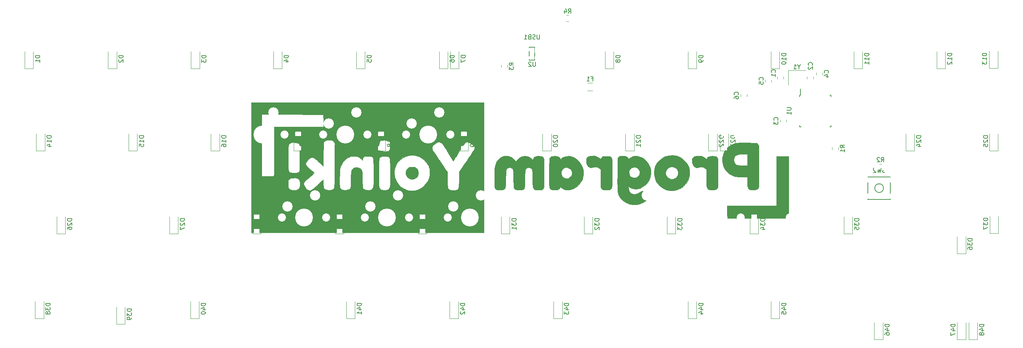
<source format=gbo>
G04 #@! TF.GenerationSoftware,KiCad,Pcbnew,5.1.7*
G04 #@! TF.CreationDate,2020-10-07T19:53:18-07:00*
G04 #@! TF.ProjectId,Program Yoink,50726f67-7261-46d2-9059-6f696e6b2e6b,rev?*
G04 #@! TF.SameCoordinates,Original*
G04 #@! TF.FileFunction,Legend,Bot*
G04 #@! TF.FilePolarity,Positive*
%FSLAX46Y46*%
G04 Gerber Fmt 4.6, Leading zero omitted, Abs format (unit mm)*
G04 Created by KiCad (PCBNEW 5.1.7) date 2020-10-07 19:53:18*
%MOMM*%
%LPD*%
G01*
G04 APERTURE LIST*
%ADD10C,0.010000*%
%ADD11C,0.120000*%
%ADD12C,0.150000*%
%ADD13C,2.352000*%
%ADD14C,4.089800*%
%ADD15C,1.852000*%
%ADD16C,0.752000*%
%ADD17C,2.102000*%
%ADD18C,3.150000*%
G04 APERTURE END LIST*
D10*
G36*
X-18288000Y225520250D02*
G01*
X-18319750Y225488500D01*
X-18351500Y225520250D01*
X-18319750Y225552000D01*
X-18288000Y225520250D01*
G37*
X-18288000Y225520250D02*
X-18319750Y225488500D01*
X-18351500Y225520250D01*
X-18319750Y225552000D01*
X-18288000Y225520250D01*
G36*
X-57933167Y218990334D02*
G01*
X-57941884Y218952583D01*
X-57975500Y218948000D01*
X-58027768Y218971234D01*
X-58017834Y218990334D01*
X-57942474Y218997934D01*
X-57933167Y218990334D01*
G37*
X-57933167Y218990334D02*
X-57941884Y218952583D01*
X-57975500Y218948000D01*
X-58027768Y218971234D01*
X-58017834Y218990334D01*
X-57942474Y218997934D01*
X-57933167Y218990334D01*
G36*
X-30622616Y224325815D02*
G01*
X-30355229Y224305934D01*
X-30165075Y224264983D01*
X-30002571Y224188746D01*
X-29892366Y224116404D01*
X-29594732Y223845301D01*
X-29405256Y223519922D01*
X-29317371Y223126759D01*
X-29309273Y222916750D01*
X-29333961Y222571476D01*
X-29398189Y222316592D01*
X-29419074Y222271590D01*
X-29519790Y222125449D01*
X-29661974Y221970480D01*
X-29816005Y221832871D01*
X-29952262Y221738812D01*
X-30041126Y221714492D01*
X-30046367Y221716967D01*
X-30096456Y221703360D01*
X-30099000Y221685233D01*
X-30155639Y221626814D01*
X-30299149Y221568238D01*
X-30489919Y221520816D01*
X-30688339Y221495858D01*
X-30765750Y221494837D01*
X-30967992Y221519915D01*
X-31162625Y221567169D01*
X-31301384Y221625879D01*
X-31367982Y221681964D01*
X-31369000Y221687686D01*
X-31421179Y221734566D01*
X-31474083Y221742000D01*
X-31574331Y221785477D01*
X-31718624Y221897077D01*
X-31818284Y221993367D01*
X-32029718Y222302618D01*
X-32147331Y222666706D01*
X-32170846Y223054564D01*
X-32099983Y223435130D01*
X-31934463Y223777338D01*
X-31835418Y223903523D01*
X-31574835Y224129744D01*
X-31270319Y224267656D01*
X-30897131Y224325871D01*
X-30622616Y224325815D01*
G37*
X-30622616Y224325815D02*
X-30355229Y224305934D01*
X-30165075Y224264983D01*
X-30002571Y224188746D01*
X-29892366Y224116404D01*
X-29594732Y223845301D01*
X-29405256Y223519922D01*
X-29317371Y223126759D01*
X-29309273Y222916750D01*
X-29333961Y222571476D01*
X-29398189Y222316592D01*
X-29419074Y222271590D01*
X-29519790Y222125449D01*
X-29661974Y221970480D01*
X-29816005Y221832871D01*
X-29952262Y221738812D01*
X-30041126Y221714492D01*
X-30046367Y221716967D01*
X-30096456Y221703360D01*
X-30099000Y221685233D01*
X-30155639Y221626814D01*
X-30299149Y221568238D01*
X-30489919Y221520816D01*
X-30688339Y221495858D01*
X-30765750Y221494837D01*
X-30967992Y221519915D01*
X-31162625Y221567169D01*
X-31301384Y221625879D01*
X-31367982Y221681964D01*
X-31369000Y221687686D01*
X-31421179Y221734566D01*
X-31474083Y221742000D01*
X-31574331Y221785477D01*
X-31718624Y221897077D01*
X-31818284Y221993367D01*
X-32029718Y222302618D01*
X-32147331Y222666706D01*
X-32170846Y223054564D01*
X-32099983Y223435130D01*
X-31934463Y223777338D01*
X-31835418Y223903523D01*
X-31574835Y224129744D01*
X-31270319Y224267656D01*
X-30897131Y224325871D01*
X-30622616Y224325815D01*
G36*
X45935101Y229858518D02*
G01*
X46186693Y229856516D01*
X46773312Y229851332D01*
X47246470Y229846014D01*
X47619705Y229839703D01*
X47906554Y229831547D01*
X48120554Y229820688D01*
X48275243Y229806272D01*
X48384159Y229787443D01*
X48460837Y229763346D01*
X48518816Y229733125D01*
X48557070Y229706737D01*
X48711011Y229556416D01*
X48841524Y229369992D01*
X48848127Y229357487D01*
X48869091Y229310295D01*
X48887202Y229250218D01*
X48902628Y229168441D01*
X48915537Y229056153D01*
X48926098Y228904540D01*
X48934478Y228704790D01*
X48940846Y228448088D01*
X48945369Y228125623D01*
X48948217Y227728582D01*
X48949557Y227248150D01*
X48949558Y226675517D01*
X48948387Y226001868D01*
X48946213Y225218391D01*
X48943377Y224365997D01*
X48940213Y223474163D01*
X48937189Y222700550D01*
X48934043Y222036380D01*
X48930510Y221472876D01*
X48926326Y221001259D01*
X48921229Y220612752D01*
X48914953Y220298576D01*
X48907237Y220049954D01*
X48897815Y219858108D01*
X48886424Y219714259D01*
X48872800Y219609630D01*
X48856680Y219535442D01*
X48837801Y219482918D01*
X48815897Y219443280D01*
X48794583Y219412997D01*
X48610095Y219255207D01*
X48332372Y219132203D01*
X47991842Y219049864D01*
X47618938Y219014071D01*
X47244088Y219030702D01*
X47021750Y219070474D01*
X46807201Y219132263D01*
X46641288Y219212014D01*
X46517456Y219325824D01*
X46429152Y219489788D01*
X46369820Y219720002D01*
X46332905Y220032563D01*
X46311853Y220443565D01*
X46302331Y220837125D01*
X46281413Y221996000D01*
X45159331Y221996939D01*
X44620461Y222003255D01*
X44182409Y222024202D01*
X43819400Y222064278D01*
X43505659Y222127985D01*
X43215407Y222219820D01*
X42922870Y222344284D01*
X42785159Y222411361D01*
X42362461Y222638675D01*
X42023864Y222859860D01*
X41731086Y223102721D01*
X41474996Y223362949D01*
X41091650Y223873784D01*
X40804540Y224451186D01*
X40616339Y225075842D01*
X40529719Y225728441D01*
X40535339Y225939174D01*
X43180000Y225939174D01*
X43212140Y225586892D01*
X43318353Y225305766D01*
X43485664Y225083618D01*
X43633712Y224940817D01*
X43788290Y224834130D01*
X43970535Y224758472D01*
X44201585Y224708764D01*
X44502577Y224679920D01*
X44894648Y224666861D01*
X45229189Y224664395D01*
X46294129Y224663000D01*
X46276939Y225948875D01*
X46259750Y227234750D01*
X45405982Y227252555D01*
X44915678Y227255324D01*
X44529827Y227237882D01*
X44226890Y227195997D01*
X43985330Y227125435D01*
X43783607Y227021964D01*
X43624383Y226902419D01*
X43371707Y226632976D01*
X43229199Y226337086D01*
X43180366Y225979002D01*
X43180000Y225939174D01*
X40535339Y225939174D01*
X40547354Y226389670D01*
X40671918Y227040219D01*
X40885970Y227618511D01*
X41198678Y228171083D01*
X41587075Y228642843D01*
X42065695Y229048020D01*
X42649070Y229400840D01*
X42767250Y229460340D01*
X42986387Y229565022D01*
X43185330Y229650437D01*
X43379789Y229718403D01*
X43585473Y229770741D01*
X43818093Y229809272D01*
X44093360Y229835815D01*
X44426984Y229852191D01*
X44834675Y229860220D01*
X45332144Y229861723D01*
X45935101Y229858518D01*
G37*
X45935101Y229858518D02*
X46186693Y229856516D01*
X46773312Y229851332D01*
X47246470Y229846014D01*
X47619705Y229839703D01*
X47906554Y229831547D01*
X48120554Y229820688D01*
X48275243Y229806272D01*
X48384159Y229787443D01*
X48460837Y229763346D01*
X48518816Y229733125D01*
X48557070Y229706737D01*
X48711011Y229556416D01*
X48841524Y229369992D01*
X48848127Y229357487D01*
X48869091Y229310295D01*
X48887202Y229250218D01*
X48902628Y229168441D01*
X48915537Y229056153D01*
X48926098Y228904540D01*
X48934478Y228704790D01*
X48940846Y228448088D01*
X48945369Y228125623D01*
X48948217Y227728582D01*
X48949557Y227248150D01*
X48949558Y226675517D01*
X48948387Y226001868D01*
X48946213Y225218391D01*
X48943377Y224365997D01*
X48940213Y223474163D01*
X48937189Y222700550D01*
X48934043Y222036380D01*
X48930510Y221472876D01*
X48926326Y221001259D01*
X48921229Y220612752D01*
X48914953Y220298576D01*
X48907237Y220049954D01*
X48897815Y219858108D01*
X48886424Y219714259D01*
X48872800Y219609630D01*
X48856680Y219535442D01*
X48837801Y219482918D01*
X48815897Y219443280D01*
X48794583Y219412997D01*
X48610095Y219255207D01*
X48332372Y219132203D01*
X47991842Y219049864D01*
X47618938Y219014071D01*
X47244088Y219030702D01*
X47021750Y219070474D01*
X46807201Y219132263D01*
X46641288Y219212014D01*
X46517456Y219325824D01*
X46429152Y219489788D01*
X46369820Y219720002D01*
X46332905Y220032563D01*
X46311853Y220443565D01*
X46302331Y220837125D01*
X46281413Y221996000D01*
X45159331Y221996939D01*
X44620461Y222003255D01*
X44182409Y222024202D01*
X43819400Y222064278D01*
X43505659Y222127985D01*
X43215407Y222219820D01*
X42922870Y222344284D01*
X42785159Y222411361D01*
X42362461Y222638675D01*
X42023864Y222859860D01*
X41731086Y223102721D01*
X41474996Y223362949D01*
X41091650Y223873784D01*
X40804540Y224451186D01*
X40616339Y225075842D01*
X40529719Y225728441D01*
X40535339Y225939174D01*
X43180000Y225939174D01*
X43212140Y225586892D01*
X43318353Y225305766D01*
X43485664Y225083618D01*
X43633712Y224940817D01*
X43788290Y224834130D01*
X43970535Y224758472D01*
X44201585Y224708764D01*
X44502577Y224679920D01*
X44894648Y224666861D01*
X45229189Y224664395D01*
X46294129Y224663000D01*
X46276939Y225948875D01*
X46259750Y227234750D01*
X45405982Y227252555D01*
X44915678Y227255324D01*
X44529827Y227237882D01*
X44226890Y227195997D01*
X43985330Y227125435D01*
X43783607Y227021964D01*
X43624383Y226902419D01*
X43371707Y226632976D01*
X43229199Y226337086D01*
X43180366Y225979002D01*
X43180000Y225939174D01*
X40535339Y225939174D01*
X40547354Y226389670D01*
X40671918Y227040219D01*
X40885970Y227618511D01*
X41198678Y228171083D01*
X41587075Y228642843D01*
X42065695Y229048020D01*
X42649070Y229400840D01*
X42767250Y229460340D01*
X42986387Y229565022D01*
X43185330Y229650437D01*
X43379789Y229718403D01*
X43585473Y229770741D01*
X43818093Y229809272D01*
X44093360Y229835815D01*
X44426984Y229852191D01*
X44834675Y229860220D01*
X45332144Y229861723D01*
X45935101Y229858518D01*
G36*
X35525172Y226876328D02*
G01*
X35690874Y226845539D01*
X35861435Y226783618D01*
X36020277Y226711796D01*
X36269789Y226580190D01*
X36509912Y226429262D01*
X36660515Y226314907D01*
X36800123Y226200155D01*
X36895946Y226136016D01*
X36919306Y226130925D01*
X36959536Y226198257D01*
X37031470Y226333585D01*
X37048682Y226367190D01*
X37199322Y226567597D01*
X37423035Y226706085D01*
X37732932Y226787114D01*
X38142125Y226815145D01*
X38355819Y226811879D01*
X38724614Y226787212D01*
X38993286Y226734899D01*
X39187733Y226643044D01*
X39333854Y226499746D01*
X39449276Y226309487D01*
X39474520Y226251481D01*
X39495652Y226177666D01*
X39513032Y226077016D01*
X39527021Y225938505D01*
X39537980Y225751108D01*
X39546269Y225503800D01*
X39552249Y225185554D01*
X39556282Y224785344D01*
X39558727Y224292146D01*
X39559947Y223694934D01*
X39560300Y222982681D01*
X39560302Y222916750D01*
X39560226Y222163845D01*
X39559162Y221527342D01*
X39555857Y220996645D01*
X39549058Y220561157D01*
X39537509Y220210281D01*
X39519959Y219933419D01*
X39495153Y219719975D01*
X39461838Y219559352D01*
X39418760Y219440952D01*
X39364666Y219354180D01*
X39298302Y219288437D01*
X39218414Y219233127D01*
X39123749Y219177652D01*
X39117560Y219174080D01*
X38923475Y219103971D01*
X38643733Y219054256D01*
X38318318Y219026811D01*
X37987216Y219023514D01*
X37690411Y219046244D01*
X37468503Y219096644D01*
X37210415Y219257822D01*
X37033662Y219516101D01*
X36952495Y219782507D01*
X36938485Y219917461D01*
X36925650Y220160157D01*
X36914505Y220491338D01*
X36905568Y220891748D01*
X36899353Y221342130D01*
X36896377Y221823227D01*
X36896265Y221880003D01*
X36893500Y223700756D01*
X36726762Y223898913D01*
X36434419Y224158552D01*
X36092749Y224301164D01*
X35701619Y224326804D01*
X35695115Y224326276D01*
X35415242Y224288859D01*
X35120444Y224228592D01*
X35007230Y224198358D01*
X34663781Y224139281D01*
X34376177Y224188201D01*
X34128214Y224348524D01*
X34083419Y224392724D01*
X33891629Y224657289D01*
X33742396Y224988427D01*
X33641806Y225353436D01*
X33595944Y225719617D01*
X33610894Y226054269D01*
X33692740Y226324690D01*
X33716252Y226365945D01*
X33914149Y226579304D01*
X34205894Y226733401D01*
X34599371Y226831273D01*
X35033019Y226873164D01*
X35320497Y226883148D01*
X35525172Y226876328D01*
G37*
X35525172Y226876328D02*
X35690874Y226845539D01*
X35861435Y226783618D01*
X36020277Y226711796D01*
X36269789Y226580190D01*
X36509912Y226429262D01*
X36660515Y226314907D01*
X36800123Y226200155D01*
X36895946Y226136016D01*
X36919306Y226130925D01*
X36959536Y226198257D01*
X37031470Y226333585D01*
X37048682Y226367190D01*
X37199322Y226567597D01*
X37423035Y226706085D01*
X37732932Y226787114D01*
X38142125Y226815145D01*
X38355819Y226811879D01*
X38724614Y226787212D01*
X38993286Y226734899D01*
X39187733Y226643044D01*
X39333854Y226499746D01*
X39449276Y226309487D01*
X39474520Y226251481D01*
X39495652Y226177666D01*
X39513032Y226077016D01*
X39527021Y225938505D01*
X39537980Y225751108D01*
X39546269Y225503800D01*
X39552249Y225185554D01*
X39556282Y224785344D01*
X39558727Y224292146D01*
X39559947Y223694934D01*
X39560300Y222982681D01*
X39560302Y222916750D01*
X39560226Y222163845D01*
X39559162Y221527342D01*
X39555857Y220996645D01*
X39549058Y220561157D01*
X39537509Y220210281D01*
X39519959Y219933419D01*
X39495153Y219719975D01*
X39461838Y219559352D01*
X39418760Y219440952D01*
X39364666Y219354180D01*
X39298302Y219288437D01*
X39218414Y219233127D01*
X39123749Y219177652D01*
X39117560Y219174080D01*
X38923475Y219103971D01*
X38643733Y219054256D01*
X38318318Y219026811D01*
X37987216Y219023514D01*
X37690411Y219046244D01*
X37468503Y219096644D01*
X37210415Y219257822D01*
X37033662Y219516101D01*
X36952495Y219782507D01*
X36938485Y219917461D01*
X36925650Y220160157D01*
X36914505Y220491338D01*
X36905568Y220891748D01*
X36899353Y221342130D01*
X36896377Y221823227D01*
X36896265Y221880003D01*
X36893500Y223700756D01*
X36726762Y223898913D01*
X36434419Y224158552D01*
X36092749Y224301164D01*
X35701619Y224326804D01*
X35695115Y224326276D01*
X35415242Y224288859D01*
X35120444Y224228592D01*
X35007230Y224198358D01*
X34663781Y224139281D01*
X34376177Y224188201D01*
X34128214Y224348524D01*
X34083419Y224392724D01*
X33891629Y224657289D01*
X33742396Y224988427D01*
X33641806Y225353436D01*
X33595944Y225719617D01*
X33610894Y226054269D01*
X33692740Y226324690D01*
X33716252Y226365945D01*
X33914149Y226579304D01*
X34205894Y226733401D01*
X34599371Y226831273D01*
X35033019Y226873164D01*
X35320497Y226883148D01*
X35525172Y226876328D01*
G36*
X11203187Y226878977D02*
G01*
X11364645Y226849713D01*
X11531062Y226788028D01*
X11746348Y226685618D01*
X11767246Y226675294D01*
X12013535Y226540632D01*
X12237901Y226395711D01*
X12395612Y226269686D01*
X12406788Y226258418D01*
X12589827Y226067237D01*
X12724288Y226333494D01*
X12832387Y226512406D01*
X12961828Y226638742D01*
X13135526Y226721043D01*
X13376396Y226767852D01*
X13707353Y226787713D01*
X13949468Y226790250D01*
X14328588Y226781671D01*
X14606115Y226749239D01*
X14806701Y226682914D01*
X14955001Y226572656D01*
X15075666Y226408425D01*
X15129973Y226309487D01*
X15155132Y226253162D01*
X15176119Y226183024D01*
X15193234Y226088166D01*
X15206776Y225957678D01*
X15217044Y225780650D01*
X15224339Y225546175D01*
X15228960Y225243342D01*
X15231206Y224861243D01*
X15231378Y224388970D01*
X15229776Y223815612D01*
X15226697Y223130261D01*
X15225223Y222841967D01*
X15221308Y222116213D01*
X15217474Y221506631D01*
X15213248Y221002395D01*
X15208158Y220592679D01*
X15201731Y220266656D01*
X15193495Y220013500D01*
X15182976Y219822385D01*
X15169703Y219682484D01*
X15153202Y219582970D01*
X15133002Y219513017D01*
X15108628Y219461800D01*
X15079610Y219418490D01*
X15075539Y219412967D01*
X14925252Y219257366D01*
X14758039Y219141541D01*
X14581627Y219089179D01*
X14318450Y219052482D01*
X14007900Y219032547D01*
X13689374Y219030473D01*
X13402268Y219047359D01*
X13185975Y219084304D01*
X13148003Y219096644D01*
X12893044Y219254694D01*
X12719416Y219507376D01*
X12630813Y219817206D01*
X12617466Y219960737D01*
X12605176Y220211394D01*
X12594456Y220549306D01*
X12585818Y220954598D01*
X12579775Y221407399D01*
X12576840Y221887837D01*
X12576785Y221911753D01*
X12573000Y223700756D01*
X12406262Y223898913D01*
X12113919Y224158552D01*
X11772249Y224301164D01*
X11381119Y224326804D01*
X11374615Y224326276D01*
X11094742Y224288859D01*
X10799944Y224228592D01*
X10686730Y224198358D01*
X10343281Y224139281D01*
X10055677Y224188201D01*
X9807714Y224348524D01*
X9762919Y224392724D01*
X9571129Y224657289D01*
X9421896Y224988427D01*
X9321306Y225353436D01*
X9275444Y225719617D01*
X9290394Y226054269D01*
X9372240Y226324690D01*
X9395752Y226365945D01*
X9591306Y226577749D01*
X9878848Y226731045D01*
X10267029Y226829150D01*
X10719496Y226873469D01*
X11002774Y226884127D01*
X11203187Y226878977D01*
G37*
X11203187Y226878977D02*
X11364645Y226849713D01*
X11531062Y226788028D01*
X11746348Y226685618D01*
X11767246Y226675294D01*
X12013535Y226540632D01*
X12237901Y226395711D01*
X12395612Y226269686D01*
X12406788Y226258418D01*
X12589827Y226067237D01*
X12724288Y226333494D01*
X12832387Y226512406D01*
X12961828Y226638742D01*
X13135526Y226721043D01*
X13376396Y226767852D01*
X13707353Y226787713D01*
X13949468Y226790250D01*
X14328588Y226781671D01*
X14606115Y226749239D01*
X14806701Y226682914D01*
X14955001Y226572656D01*
X15075666Y226408425D01*
X15129973Y226309487D01*
X15155132Y226253162D01*
X15176119Y226183024D01*
X15193234Y226088166D01*
X15206776Y225957678D01*
X15217044Y225780650D01*
X15224339Y225546175D01*
X15228960Y225243342D01*
X15231206Y224861243D01*
X15231378Y224388970D01*
X15229776Y223815612D01*
X15226697Y223130261D01*
X15225223Y222841967D01*
X15221308Y222116213D01*
X15217474Y221506631D01*
X15213248Y221002395D01*
X15208158Y220592679D01*
X15201731Y220266656D01*
X15193495Y220013500D01*
X15182976Y219822385D01*
X15169703Y219682484D01*
X15153202Y219582970D01*
X15133002Y219513017D01*
X15108628Y219461800D01*
X15079610Y219418490D01*
X15075539Y219412967D01*
X14925252Y219257366D01*
X14758039Y219141541D01*
X14581627Y219089179D01*
X14318450Y219052482D01*
X14007900Y219032547D01*
X13689374Y219030473D01*
X13402268Y219047359D01*
X13185975Y219084304D01*
X13148003Y219096644D01*
X12893044Y219254694D01*
X12719416Y219507376D01*
X12630813Y219817206D01*
X12617466Y219960737D01*
X12605176Y220211394D01*
X12594456Y220549306D01*
X12585818Y220954598D01*
X12579775Y221407399D01*
X12576840Y221887837D01*
X12576785Y221911753D01*
X12573000Y223700756D01*
X12406262Y223898913D01*
X12113919Y224158552D01*
X11772249Y224301164D01*
X11381119Y224326804D01*
X11374615Y224326276D01*
X11094742Y224288859D01*
X10799944Y224228592D01*
X10686730Y224198358D01*
X10343281Y224139281D01*
X10055677Y224188201D01*
X9807714Y224348524D01*
X9762919Y224392724D01*
X9571129Y224657289D01*
X9421896Y224988427D01*
X9321306Y225353436D01*
X9275444Y225719617D01*
X9290394Y226054269D01*
X9372240Y226324690D01*
X9395752Y226365945D01*
X9591306Y226577749D01*
X9878848Y226731045D01*
X10267029Y226829150D01*
X10719496Y226873469D01*
X11002774Y226884127D01*
X11203187Y226878977D01*
G36*
X2508807Y226792465D02*
G01*
X2862470Y226701416D01*
X3118771Y226544919D01*
X3285575Y226319140D01*
X3332747Y226196521D01*
X3378091Y226047292D01*
X3578170Y226240708D01*
X3919013Y226490671D01*
X4339750Y226674873D01*
X4807163Y226785291D01*
X5288030Y226813905D01*
X5723815Y226758771D01*
X6246226Y226578858D01*
X6764681Y226292533D01*
X7256040Y225918924D01*
X7697162Y225477160D01*
X8064907Y224986372D01*
X8239146Y224679445D01*
X8369465Y224394034D01*
X8484113Y224098501D01*
X8562765Y223846427D01*
X8574863Y223794368D01*
X8619508Y223443063D01*
X8630342Y223020074D01*
X8610019Y222569543D01*
X8561189Y222135613D01*
X8486507Y221762429D01*
X8444448Y221624016D01*
X8204619Y221101638D01*
X7865883Y220586341D01*
X7454116Y220108255D01*
X6995195Y219697508D01*
X6525572Y219389839D01*
X6037058Y219184574D01*
X5522358Y219067001D01*
X5005186Y219036241D01*
X4509256Y219091412D01*
X4058283Y219231636D01*
X3675980Y219456033D01*
X3625398Y219497433D01*
X3477971Y219617996D01*
X3375945Y219690799D01*
X3346588Y219701673D01*
X3311736Y219634728D01*
X3244289Y219503505D01*
X3237849Y219490930D01*
X3091189Y219294676D01*
X2874244Y219159698D01*
X2568932Y219077864D01*
X2245984Y219045039D01*
X1968909Y219038317D01*
X1707694Y219046070D01*
X1515429Y219066593D01*
X1504011Y219068862D01*
X1294742Y219136714D01*
X1109900Y219233608D01*
X1096679Y219243106D01*
X1023580Y219301246D01*
X961822Y219364615D01*
X910520Y219443731D01*
X868789Y219549111D01*
X835743Y219691272D01*
X810496Y219880733D01*
X792162Y220128011D01*
X779857Y220443622D01*
X772693Y220838085D01*
X769786Y221321917D01*
X770250Y221905635D01*
X773200Y222599757D01*
X775485Y223017753D01*
X3505210Y223017753D01*
X3531320Y222622160D01*
X3673310Y222276244D01*
X3915309Y221988625D01*
X4118534Y221821288D01*
X4305403Y221727666D01*
X4528638Y221687897D01*
X4730750Y221681476D01*
X5038023Y221703946D01*
X5283466Y221781658D01*
X5363108Y221822959D01*
X5672345Y222063421D01*
X5884635Y222365409D01*
X5997415Y222706191D01*
X6008121Y223063034D01*
X5914190Y223413207D01*
X5713056Y223733975D01*
X5592589Y223857550D01*
X5264620Y224079891D01*
X4916626Y224189400D01*
X4568126Y224193928D01*
X4238639Y224101329D01*
X3947685Y223919457D01*
X3714784Y223656164D01*
X3559455Y223319303D01*
X3505210Y223017753D01*
X775485Y223017753D01*
X775689Y223055036D01*
X779898Y223773264D01*
X784008Y224375439D01*
X788506Y224872509D01*
X793877Y225275418D01*
X800609Y225595113D01*
X809189Y225842541D01*
X820101Y226028648D01*
X833834Y226164380D01*
X850873Y226260683D01*
X871705Y226328504D01*
X896817Y226378789D01*
X925263Y226420536D01*
X1100209Y226605708D01*
X1319611Y226728372D01*
X1608271Y226797380D01*
X1990995Y226821584D01*
X2049914Y226821902D01*
X2508807Y226792465D01*
G37*
X2508807Y226792465D02*
X2862470Y226701416D01*
X3118771Y226544919D01*
X3285575Y226319140D01*
X3332747Y226196521D01*
X3378091Y226047292D01*
X3578170Y226240708D01*
X3919013Y226490671D01*
X4339750Y226674873D01*
X4807163Y226785291D01*
X5288030Y226813905D01*
X5723815Y226758771D01*
X6246226Y226578858D01*
X6764681Y226292533D01*
X7256040Y225918924D01*
X7697162Y225477160D01*
X8064907Y224986372D01*
X8239146Y224679445D01*
X8369465Y224394034D01*
X8484113Y224098501D01*
X8562765Y223846427D01*
X8574863Y223794368D01*
X8619508Y223443063D01*
X8630342Y223020074D01*
X8610019Y222569543D01*
X8561189Y222135613D01*
X8486507Y221762429D01*
X8444448Y221624016D01*
X8204619Y221101638D01*
X7865883Y220586341D01*
X7454116Y220108255D01*
X6995195Y219697508D01*
X6525572Y219389839D01*
X6037058Y219184574D01*
X5522358Y219067001D01*
X5005186Y219036241D01*
X4509256Y219091412D01*
X4058283Y219231636D01*
X3675980Y219456033D01*
X3625398Y219497433D01*
X3477971Y219617996D01*
X3375945Y219690799D01*
X3346588Y219701673D01*
X3311736Y219634728D01*
X3244289Y219503505D01*
X3237849Y219490930D01*
X3091189Y219294676D01*
X2874244Y219159698D01*
X2568932Y219077864D01*
X2245984Y219045039D01*
X1968909Y219038317D01*
X1707694Y219046070D01*
X1515429Y219066593D01*
X1504011Y219068862D01*
X1294742Y219136714D01*
X1109900Y219233608D01*
X1096679Y219243106D01*
X1023580Y219301246D01*
X961822Y219364615D01*
X910520Y219443731D01*
X868789Y219549111D01*
X835743Y219691272D01*
X810496Y219880733D01*
X792162Y220128011D01*
X779857Y220443622D01*
X772693Y220838085D01*
X769786Y221321917D01*
X770250Y221905635D01*
X773200Y222599757D01*
X775485Y223017753D01*
X3505210Y223017753D01*
X3531320Y222622160D01*
X3673310Y222276244D01*
X3915309Y221988625D01*
X4118534Y221821288D01*
X4305403Y221727666D01*
X4528638Y221687897D01*
X4730750Y221681476D01*
X5038023Y221703946D01*
X5283466Y221781658D01*
X5363108Y221822959D01*
X5672345Y222063421D01*
X5884635Y222365409D01*
X5997415Y222706191D01*
X6008121Y223063034D01*
X5914190Y223413207D01*
X5713056Y223733975D01*
X5592589Y223857550D01*
X5264620Y224079891D01*
X4916626Y224189400D01*
X4568126Y224193928D01*
X4238639Y224101329D01*
X3947685Y223919457D01*
X3714784Y223656164D01*
X3559455Y223319303D01*
X3505210Y223017753D01*
X775485Y223017753D01*
X775689Y223055036D01*
X779898Y223773264D01*
X784008Y224375439D01*
X788506Y224872509D01*
X793877Y225275418D01*
X800609Y225595113D01*
X809189Y225842541D01*
X820101Y226028648D01*
X833834Y226164380D01*
X850873Y226260683D01*
X871705Y226328504D01*
X896817Y226378789D01*
X925263Y226420536D01*
X1100209Y226605708D01*
X1319611Y226728372D01*
X1608271Y226797380D01*
X1990995Y226821584D01*
X2049914Y226821902D01*
X2508807Y226792465D01*
G36*
X-8778797Y226816775D02*
G01*
X-8450400Y226759129D01*
X-8300049Y226707425D01*
X-7986027Y226545595D01*
X-7664505Y226341333D01*
X-7372438Y226121081D01*
X-7146778Y225911283D01*
X-7084391Y225837535D01*
X-6906000Y225603652D01*
X-6622335Y225927923D01*
X-6215591Y226323748D01*
X-5785149Y226600863D01*
X-5314060Y226767378D01*
X-4785374Y226831405D01*
X-4732039Y226832446D01*
X-4298496Y226798850D01*
X-3921196Y226678086D01*
X-3568246Y226456684D01*
X-3320244Y226236240D01*
X-3148483Y226072118D01*
X-3043566Y225989636D01*
X-2985512Y225977752D01*
X-2954338Y226025424D01*
X-2952015Y226032759D01*
X-2835740Y226339728D01*
X-2688954Y226559402D01*
X-2491527Y226703458D01*
X-2223328Y226783573D01*
X-1864227Y226811424D01*
X-1614646Y226808502D01*
X-1246417Y226786732D01*
X-979081Y226741994D01*
X-787146Y226663816D01*
X-645123Y226541730D01*
X-527519Y226365264D01*
X-525197Y226361027D01*
X-499896Y226306926D01*
X-478677Y226237872D01*
X-461184Y226142988D01*
X-447063Y226011395D01*
X-435957Y225832216D01*
X-427512Y225594574D01*
X-421373Y225287589D01*
X-417184Y224900385D01*
X-414591Y224422084D01*
X-413239Y223841807D01*
X-412771Y223148677D01*
X-412750Y222916750D01*
X-412796Y222166244D01*
X-413637Y221532061D01*
X-416328Y221003525D01*
X-421924Y220569958D01*
X-431481Y220220686D01*
X-446053Y219945031D01*
X-466696Y219732316D01*
X-494464Y219571865D01*
X-530413Y219453002D01*
X-575599Y219365050D01*
X-631075Y219297333D01*
X-697898Y219239173D01*
X-777122Y219179896D01*
X-782440Y219175961D01*
X-877384Y219116674D01*
X-989317Y219077965D01*
X-1146406Y219055631D01*
X-1376816Y219045468D01*
X-1671440Y219043250D01*
X-2063766Y219051518D01*
X-2353335Y219081640D01*
X-2563633Y219141598D01*
X-2718143Y219239371D01*
X-2840350Y219382940D01*
X-2886047Y219456000D01*
X-2922826Y219525671D01*
X-2952389Y219605375D01*
X-2975822Y219709820D01*
X-2994210Y219853715D01*
X-3008639Y220051770D01*
X-3020194Y220318694D01*
X-3029963Y220669195D01*
X-3039031Y221117982D01*
X-3048000Y221649736D01*
X-3057695Y222210839D01*
X-3067369Y222659074D01*
X-3077970Y223008568D01*
X-3090447Y223273451D01*
X-3105747Y223467850D01*
X-3124818Y223605894D01*
X-3148610Y223701711D01*
X-3178069Y223769429D01*
X-3191760Y223791977D01*
X-3412803Y224028181D01*
X-3694895Y224153362D01*
X-3912688Y224176167D01*
X-4216038Y224125683D01*
X-4459533Y223969181D01*
X-4654571Y223699085D01*
X-4667250Y223674653D01*
X-4704076Y223593950D01*
X-4733394Y223502685D01*
X-4756285Y223385451D01*
X-4773829Y223226843D01*
X-4787107Y223011454D01*
X-4797199Y222723878D01*
X-4805184Y222348709D01*
X-4812143Y221870541D01*
X-4815979Y221553372D01*
X-4824137Y220958868D01*
X-4835108Y220477954D01*
X-4851478Y220097217D01*
X-4875833Y219803247D01*
X-4910761Y219582633D01*
X-4958847Y219421964D01*
X-5022678Y219307829D01*
X-5104840Y219226817D01*
X-5207920Y219165518D01*
X-5283029Y219131716D01*
X-5477452Y219080869D01*
X-5748728Y219049692D01*
X-6061588Y219037704D01*
X-6380762Y219044421D01*
X-6670980Y219069360D01*
X-6896973Y219112038D01*
X-7002893Y219155260D01*
X-7108619Y219227236D01*
X-7193617Y219299279D01*
X-7260428Y219385567D01*
X-7311591Y219500277D01*
X-7349648Y219657588D01*
X-7377138Y219871676D01*
X-7396602Y220156720D01*
X-7410580Y220526898D01*
X-7421612Y220996387D01*
X-7431698Y221548474D01*
X-7443396Y222150149D01*
X-7456773Y222638445D01*
X-7474063Y223026981D01*
X-7497496Y223329377D01*
X-7529305Y223559252D01*
X-7571722Y223730227D01*
X-7626978Y223855920D01*
X-7697307Y223949950D01*
X-7784939Y224025939D01*
X-7844438Y224067023D01*
X-8063184Y224151324D01*
X-8335341Y224177710D01*
X-8602937Y224145915D01*
X-8785938Y224071364D01*
X-8888946Y223998922D01*
X-8972115Y223921334D01*
X-9037836Y223824661D01*
X-9088501Y223694964D01*
X-9126504Y223518304D01*
X-9154235Y223280743D01*
X-9174088Y222968340D01*
X-9188455Y222567158D01*
X-9199727Y222063256D01*
X-9207500Y221615000D01*
X-9218009Y221026018D01*
X-9229829Y220550078D01*
X-9245372Y220173227D01*
X-9267052Y219881513D01*
X-9297284Y219660981D01*
X-9338481Y219497680D01*
X-9393057Y219377656D01*
X-9463425Y219286957D01*
X-9551998Y219211628D01*
X-9632843Y219156160D01*
X-9788282Y219098731D01*
X-10033897Y219056222D01*
X-10333588Y219030047D01*
X-10651250Y219021621D01*
X-10950781Y219032357D01*
X-11196079Y219063669D01*
X-11297053Y219090993D01*
X-11487506Y219198593D01*
X-11644716Y219347299D01*
X-11646303Y219349423D01*
X-11682546Y219403093D01*
X-11711719Y219465290D01*
X-11734746Y219549866D01*
X-11752551Y219670671D01*
X-11766056Y219841556D01*
X-11776185Y220076369D01*
X-11783861Y220388963D01*
X-11790007Y220793188D01*
X-11795547Y221302893D01*
X-11798690Y221635423D01*
X-11803270Y222248917D01*
X-11804222Y222751991D01*
X-11801025Y223161188D01*
X-11793158Y223493050D01*
X-11780100Y223764120D01*
X-11761331Y223990941D01*
X-11736330Y224190054D01*
X-11713975Y224326684D01*
X-11546394Y224978444D01*
X-11292288Y225537379D01*
X-10951250Y226004008D01*
X-10522872Y226378848D01*
X-10006747Y226662419D01*
X-9819406Y226735240D01*
X-9512899Y226805738D01*
X-9149497Y226832614D01*
X-8778797Y226816775D01*
G37*
X-8778797Y226816775D02*
X-8450400Y226759129D01*
X-8300049Y226707425D01*
X-7986027Y226545595D01*
X-7664505Y226341333D01*
X-7372438Y226121081D01*
X-7146778Y225911283D01*
X-7084391Y225837535D01*
X-6906000Y225603652D01*
X-6622335Y225927923D01*
X-6215591Y226323748D01*
X-5785149Y226600863D01*
X-5314060Y226767378D01*
X-4785374Y226831405D01*
X-4732039Y226832446D01*
X-4298496Y226798850D01*
X-3921196Y226678086D01*
X-3568246Y226456684D01*
X-3320244Y226236240D01*
X-3148483Y226072118D01*
X-3043566Y225989636D01*
X-2985512Y225977752D01*
X-2954338Y226025424D01*
X-2952015Y226032759D01*
X-2835740Y226339728D01*
X-2688954Y226559402D01*
X-2491527Y226703458D01*
X-2223328Y226783573D01*
X-1864227Y226811424D01*
X-1614646Y226808502D01*
X-1246417Y226786732D01*
X-979081Y226741994D01*
X-787146Y226663816D01*
X-645123Y226541730D01*
X-527519Y226365264D01*
X-525197Y226361027D01*
X-499896Y226306926D01*
X-478677Y226237872D01*
X-461184Y226142988D01*
X-447063Y226011395D01*
X-435957Y225832216D01*
X-427512Y225594574D01*
X-421373Y225287589D01*
X-417184Y224900385D01*
X-414591Y224422084D01*
X-413239Y223841807D01*
X-412771Y223148677D01*
X-412750Y222916750D01*
X-412796Y222166244D01*
X-413637Y221532061D01*
X-416328Y221003525D01*
X-421924Y220569958D01*
X-431481Y220220686D01*
X-446053Y219945031D01*
X-466696Y219732316D01*
X-494464Y219571865D01*
X-530413Y219453002D01*
X-575599Y219365050D01*
X-631075Y219297333D01*
X-697898Y219239173D01*
X-777122Y219179896D01*
X-782440Y219175961D01*
X-877384Y219116674D01*
X-989317Y219077965D01*
X-1146406Y219055631D01*
X-1376816Y219045468D01*
X-1671440Y219043250D01*
X-2063766Y219051518D01*
X-2353335Y219081640D01*
X-2563633Y219141598D01*
X-2718143Y219239371D01*
X-2840350Y219382940D01*
X-2886047Y219456000D01*
X-2922826Y219525671D01*
X-2952389Y219605375D01*
X-2975822Y219709820D01*
X-2994210Y219853715D01*
X-3008639Y220051770D01*
X-3020194Y220318694D01*
X-3029963Y220669195D01*
X-3039031Y221117982D01*
X-3048000Y221649736D01*
X-3057695Y222210839D01*
X-3067369Y222659074D01*
X-3077970Y223008568D01*
X-3090447Y223273451D01*
X-3105747Y223467850D01*
X-3124818Y223605894D01*
X-3148610Y223701711D01*
X-3178069Y223769429D01*
X-3191760Y223791977D01*
X-3412803Y224028181D01*
X-3694895Y224153362D01*
X-3912688Y224176167D01*
X-4216038Y224125683D01*
X-4459533Y223969181D01*
X-4654571Y223699085D01*
X-4667250Y223674653D01*
X-4704076Y223593950D01*
X-4733394Y223502685D01*
X-4756285Y223385451D01*
X-4773829Y223226843D01*
X-4787107Y223011454D01*
X-4797199Y222723878D01*
X-4805184Y222348709D01*
X-4812143Y221870541D01*
X-4815979Y221553372D01*
X-4824137Y220958868D01*
X-4835108Y220477954D01*
X-4851478Y220097217D01*
X-4875833Y219803247D01*
X-4910761Y219582633D01*
X-4958847Y219421964D01*
X-5022678Y219307829D01*
X-5104840Y219226817D01*
X-5207920Y219165518D01*
X-5283029Y219131716D01*
X-5477452Y219080869D01*
X-5748728Y219049692D01*
X-6061588Y219037704D01*
X-6380762Y219044421D01*
X-6670980Y219069360D01*
X-6896973Y219112038D01*
X-7002893Y219155260D01*
X-7108619Y219227236D01*
X-7193617Y219299279D01*
X-7260428Y219385567D01*
X-7311591Y219500277D01*
X-7349648Y219657588D01*
X-7377138Y219871676D01*
X-7396602Y220156720D01*
X-7410580Y220526898D01*
X-7421612Y220996387D01*
X-7431698Y221548474D01*
X-7443396Y222150149D01*
X-7456773Y222638445D01*
X-7474063Y223026981D01*
X-7497496Y223329377D01*
X-7529305Y223559252D01*
X-7571722Y223730227D01*
X-7626978Y223855920D01*
X-7697307Y223949950D01*
X-7784939Y224025939D01*
X-7844438Y224067023D01*
X-8063184Y224151324D01*
X-8335341Y224177710D01*
X-8602937Y224145915D01*
X-8785938Y224071364D01*
X-8888946Y223998922D01*
X-8972115Y223921334D01*
X-9037836Y223824661D01*
X-9088501Y223694964D01*
X-9126504Y223518304D01*
X-9154235Y223280743D01*
X-9174088Y222968340D01*
X-9188455Y222567158D01*
X-9199727Y222063256D01*
X-9207500Y221615000D01*
X-9218009Y221026018D01*
X-9229829Y220550078D01*
X-9245372Y220173227D01*
X-9267052Y219881513D01*
X-9297284Y219660981D01*
X-9338481Y219497680D01*
X-9393057Y219377656D01*
X-9463425Y219286957D01*
X-9551998Y219211628D01*
X-9632843Y219156160D01*
X-9788282Y219098731D01*
X-10033897Y219056222D01*
X-10333588Y219030047D01*
X-10651250Y219021621D01*
X-10950781Y219032357D01*
X-11196079Y219063669D01*
X-11297053Y219090993D01*
X-11487506Y219198593D01*
X-11644716Y219347299D01*
X-11646303Y219349423D01*
X-11682546Y219403093D01*
X-11711719Y219465290D01*
X-11734746Y219549866D01*
X-11752551Y219670671D01*
X-11766056Y219841556D01*
X-11776185Y220076369D01*
X-11783861Y220388963D01*
X-11790007Y220793188D01*
X-11795547Y221302893D01*
X-11798690Y221635423D01*
X-11803270Y222248917D01*
X-11804222Y222751991D01*
X-11801025Y223161188D01*
X-11793158Y223493050D01*
X-11780100Y223764120D01*
X-11761331Y223990941D01*
X-11736330Y224190054D01*
X-11713975Y224326684D01*
X-11546394Y224978444D01*
X-11292288Y225537379D01*
X-10951250Y226004008D01*
X-10522872Y226378848D01*
X-10006747Y226662419D01*
X-9819406Y226735240D01*
X-9512899Y226805738D01*
X-9149497Y226832614D01*
X-8778797Y226816775D01*
G36*
X29789640Y226927433D02*
G01*
X30162500Y226830091D01*
X30773272Y226573866D01*
X31343142Y226215906D01*
X31855724Y225773150D01*
X32294636Y225262540D01*
X32643494Y224701015D01*
X32885913Y224105516D01*
X32921986Y223976874D01*
X32984803Y223623018D01*
X33017593Y223196152D01*
X33020313Y222743545D01*
X32992922Y222312469D01*
X32935377Y221950196D01*
X32923828Y221903520D01*
X32736265Y221391243D01*
X32450695Y220870594D01*
X32089821Y220372665D01*
X31676349Y219928547D01*
X31232983Y219569335D01*
X31206170Y219551323D01*
X30970494Y219414110D01*
X30672935Y219267345D01*
X30372653Y219139917D01*
X30333639Y219125219D01*
X29809440Y218980972D01*
X29228007Y218904503D01*
X28636490Y218898064D01*
X28082040Y218963906D01*
X27890185Y219008534D01*
X27230229Y219251448D01*
X26616699Y219604121D01*
X26068970Y220052562D01*
X25606415Y220582776D01*
X25501657Y220733567D01*
X25210802Y221283584D01*
X25012344Y221897955D01*
X24907615Y222552508D01*
X24903586Y222832143D01*
X27533249Y222832143D01*
X27614610Y222427901D01*
X27806936Y222083957D01*
X28107611Y221804837D01*
X28514017Y221595065D01*
X28556119Y221579588D01*
X28788585Y221511477D01*
X28990501Y221497684D01*
X29220230Y221538087D01*
X29361520Y221577898D01*
X29762527Y221754007D01*
X30065006Y222009954D01*
X30267021Y222343117D01*
X30366632Y222750874D01*
X30377517Y222952363D01*
X30366785Y223220780D01*
X30322272Y223424364D01*
X30229274Y223623841D01*
X30204431Y223667105D01*
X29963682Y223969510D01*
X29663114Y224182225D01*
X29323044Y224308135D01*
X28963791Y224350128D01*
X28605672Y224311091D01*
X28269005Y224193911D01*
X27974109Y224001473D01*
X27741301Y223736666D01*
X27590900Y223402376D01*
X27565471Y223292158D01*
X27533249Y222832143D01*
X24903586Y222832143D01*
X24897952Y223223073D01*
X24984687Y223885478D01*
X25169155Y224515552D01*
X25278819Y224770444D01*
X25507062Y225149805D01*
X25825979Y225542988D01*
X26206508Y225921482D01*
X26619585Y226256777D01*
X27036148Y226520362D01*
X27092426Y226549583D01*
X27746820Y226813974D01*
X28427924Y226966306D01*
X29115582Y227004740D01*
X29789640Y226927433D01*
G37*
X29789640Y226927433D02*
X30162500Y226830091D01*
X30773272Y226573866D01*
X31343142Y226215906D01*
X31855724Y225773150D01*
X32294636Y225262540D01*
X32643494Y224701015D01*
X32885913Y224105516D01*
X32921986Y223976874D01*
X32984803Y223623018D01*
X33017593Y223196152D01*
X33020313Y222743545D01*
X32992922Y222312469D01*
X32935377Y221950196D01*
X32923828Y221903520D01*
X32736265Y221391243D01*
X32450695Y220870594D01*
X32089821Y220372665D01*
X31676349Y219928547D01*
X31232983Y219569335D01*
X31206170Y219551323D01*
X30970494Y219414110D01*
X30672935Y219267345D01*
X30372653Y219139917D01*
X30333639Y219125219D01*
X29809440Y218980972D01*
X29228007Y218904503D01*
X28636490Y218898064D01*
X28082040Y218963906D01*
X27890185Y219008534D01*
X27230229Y219251448D01*
X26616699Y219604121D01*
X26068970Y220052562D01*
X25606415Y220582776D01*
X25501657Y220733567D01*
X25210802Y221283584D01*
X25012344Y221897955D01*
X24907615Y222552508D01*
X24903586Y222832143D01*
X27533249Y222832143D01*
X27614610Y222427901D01*
X27806936Y222083957D01*
X28107611Y221804837D01*
X28514017Y221595065D01*
X28556119Y221579588D01*
X28788585Y221511477D01*
X28990501Y221497684D01*
X29220230Y221538087D01*
X29361520Y221577898D01*
X29762527Y221754007D01*
X30065006Y222009954D01*
X30267021Y222343117D01*
X30366632Y222750874D01*
X30377517Y222952363D01*
X30366785Y223220780D01*
X30322272Y223424364D01*
X30229274Y223623841D01*
X30204431Y223667105D01*
X29963682Y223969510D01*
X29663114Y224182225D01*
X29323044Y224308135D01*
X28963791Y224350128D01*
X28605672Y224311091D01*
X28269005Y224193911D01*
X27974109Y224001473D01*
X27741301Y223736666D01*
X27590900Y223402376D01*
X27565471Y223292158D01*
X27533249Y222832143D01*
X24903586Y222832143D01*
X24897952Y223223073D01*
X24984687Y223885478D01*
X25169155Y224515552D01*
X25278819Y224770444D01*
X25507062Y225149805D01*
X25825979Y225542988D01*
X26206508Y225921482D01*
X26619585Y226256777D01*
X27036148Y226520362D01*
X27092426Y226549583D01*
X27746820Y226813974D01*
X28427924Y226966306D01*
X29115582Y227004740D01*
X29789640Y226927433D01*
G36*
X18110083Y226833325D02*
G01*
X18400611Y226782572D01*
X18609399Y226688740D01*
X18757757Y226543149D01*
X18844137Y226390506D01*
X18915526Y226236337D01*
X18962909Y226139531D01*
X18969404Y226128130D01*
X19022005Y226148984D01*
X19129480Y226234635D01*
X19161787Y226264181D01*
X19536602Y226532623D01*
X19983989Y226715696D01*
X20478340Y226808589D01*
X20994047Y226806490D01*
X21505503Y226704588D01*
X21505633Y226704548D01*
X22049871Y226475048D01*
X22565802Y226137578D01*
X23036307Y225710677D01*
X23444268Y225212880D01*
X23772568Y224662726D01*
X24004087Y224078749D01*
X24035982Y223964500D01*
X24100713Y223579177D01*
X24122724Y223122174D01*
X24104039Y222640665D01*
X24046685Y222181829D01*
X23952684Y221792840D01*
X23941348Y221759604D01*
X23679968Y221190893D01*
X23318051Y220657409D01*
X22875961Y220179833D01*
X22374060Y219778849D01*
X21832713Y219475139D01*
X21600906Y219382416D01*
X21170002Y219278842D01*
X20704222Y219248883D01*
X20236177Y219288373D01*
X19798478Y219393146D01*
X19423737Y219559037D01*
X19246217Y219683183D01*
X19115708Y219783368D01*
X19025984Y219835077D01*
X19016264Y219837000D01*
X18986734Y219781018D01*
X18983948Y219635261D01*
X19003261Y219433014D01*
X19040026Y219207563D01*
X19089599Y218992193D01*
X19147335Y218820189D01*
X19162747Y218787383D01*
X19390224Y218444518D01*
X19668279Y218214732D01*
X20010705Y218089546D01*
X20347900Y218059000D01*
X20719664Y218095385D01*
X21089239Y218211867D01*
X21488035Y218419435D01*
X21625841Y218506166D01*
X21927543Y218681661D01*
X22170960Y218762375D01*
X22385445Y218745446D01*
X22600355Y218628009D01*
X22845042Y218407197D01*
X22866698Y218385069D01*
X23136779Y218085660D01*
X23315372Y217828854D01*
X23417091Y217587456D01*
X23456547Y217334269D01*
X23458183Y217284273D01*
X23450296Y217097513D01*
X23403418Y216958643D01*
X23294346Y216815294D01*
X23211790Y216728190D01*
X22973907Y216530329D01*
X22646764Y216321072D01*
X22264707Y216118169D01*
X21862088Y215939370D01*
X21473253Y215802424D01*
X21359094Y215770787D01*
X20904245Y215687834D01*
X20403336Y215651884D01*
X19903648Y215663071D01*
X19452466Y215721528D01*
X19272250Y215764897D01*
X18726295Y215971201D01*
X18196718Y216262499D01*
X17708241Y216619545D01*
X17285589Y217023096D01*
X16953487Y217453906D01*
X16834808Y217662125D01*
X16756323Y217820596D01*
X16689094Y217967706D01*
X16632299Y218114273D01*
X16585120Y218271113D01*
X16546737Y218449044D01*
X16516328Y218658882D01*
X16493075Y218911445D01*
X16476157Y219217551D01*
X16464755Y219588016D01*
X16458048Y220033658D01*
X16455217Y220565294D01*
X16455441Y221193740D01*
X16457901Y221929816D01*
X16460889Y222595065D01*
X16462509Y222932627D01*
X19106146Y222932627D01*
X19179053Y222595161D01*
X19318883Y222296409D01*
X19471867Y222115073D01*
X19785276Y221917943D01*
X20144873Y221816961D01*
X20515604Y221816122D01*
X20862414Y221919423D01*
X20920608Y221949959D01*
X21111216Y222091555D01*
X21299754Y222283238D01*
X21365108Y222367369D01*
X21476743Y222545852D01*
X21534898Y222709827D01*
X21555668Y222916158D01*
X21557089Y223045637D01*
X21546595Y223294213D01*
X21506146Y223473212D01*
X21419680Y223639297D01*
X21366589Y223717682D01*
X21093977Y224008078D01*
X20774446Y224192795D01*
X20429077Y224273415D01*
X20078950Y224251522D01*
X19745145Y224128698D01*
X19448745Y223906525D01*
X19210828Y223586587D01*
X19193782Y223554557D01*
X19108333Y223266521D01*
X19106146Y222932627D01*
X16462509Y222932627D01*
X16464630Y223374347D01*
X16468241Y224036695D01*
X16472111Y224592173D01*
X16476626Y225050846D01*
X16482176Y225422778D01*
X16489150Y225718033D01*
X16497935Y225946677D01*
X16508920Y226118773D01*
X16522493Y226244387D01*
X16539043Y226333582D01*
X16558957Y226396424D01*
X16582626Y226442976D01*
X16610436Y226483304D01*
X16610960Y226484013D01*
X16757001Y226645849D01*
X16929495Y226754179D01*
X17155537Y226817966D01*
X17462225Y226846172D01*
X17716500Y226849677D01*
X18110083Y226833325D01*
G37*
X18110083Y226833325D02*
X18400611Y226782572D01*
X18609399Y226688740D01*
X18757757Y226543149D01*
X18844137Y226390506D01*
X18915526Y226236337D01*
X18962909Y226139531D01*
X18969404Y226128130D01*
X19022005Y226148984D01*
X19129480Y226234635D01*
X19161787Y226264181D01*
X19536602Y226532623D01*
X19983989Y226715696D01*
X20478340Y226808589D01*
X20994047Y226806490D01*
X21505503Y226704588D01*
X21505633Y226704548D01*
X22049871Y226475048D01*
X22565802Y226137578D01*
X23036307Y225710677D01*
X23444268Y225212880D01*
X23772568Y224662726D01*
X24004087Y224078749D01*
X24035982Y223964500D01*
X24100713Y223579177D01*
X24122724Y223122174D01*
X24104039Y222640665D01*
X24046685Y222181829D01*
X23952684Y221792840D01*
X23941348Y221759604D01*
X23679968Y221190893D01*
X23318051Y220657409D01*
X22875961Y220179833D01*
X22374060Y219778849D01*
X21832713Y219475139D01*
X21600906Y219382416D01*
X21170002Y219278842D01*
X20704222Y219248883D01*
X20236177Y219288373D01*
X19798478Y219393146D01*
X19423737Y219559037D01*
X19246217Y219683183D01*
X19115708Y219783368D01*
X19025984Y219835077D01*
X19016264Y219837000D01*
X18986734Y219781018D01*
X18983948Y219635261D01*
X19003261Y219433014D01*
X19040026Y219207563D01*
X19089599Y218992193D01*
X19147335Y218820189D01*
X19162747Y218787383D01*
X19390224Y218444518D01*
X19668279Y218214732D01*
X20010705Y218089546D01*
X20347900Y218059000D01*
X20719664Y218095385D01*
X21089239Y218211867D01*
X21488035Y218419435D01*
X21625841Y218506166D01*
X21927543Y218681661D01*
X22170960Y218762375D01*
X22385445Y218745446D01*
X22600355Y218628009D01*
X22845042Y218407197D01*
X22866698Y218385069D01*
X23136779Y218085660D01*
X23315372Y217828854D01*
X23417091Y217587456D01*
X23456547Y217334269D01*
X23458183Y217284273D01*
X23450296Y217097513D01*
X23403418Y216958643D01*
X23294346Y216815294D01*
X23211790Y216728190D01*
X22973907Y216530329D01*
X22646764Y216321072D01*
X22264707Y216118169D01*
X21862088Y215939370D01*
X21473253Y215802424D01*
X21359094Y215770787D01*
X20904245Y215687834D01*
X20403336Y215651884D01*
X19903648Y215663071D01*
X19452466Y215721528D01*
X19272250Y215764897D01*
X18726295Y215971201D01*
X18196718Y216262499D01*
X17708241Y216619545D01*
X17285589Y217023096D01*
X16953487Y217453906D01*
X16834808Y217662125D01*
X16756323Y217820596D01*
X16689094Y217967706D01*
X16632299Y218114273D01*
X16585120Y218271113D01*
X16546737Y218449044D01*
X16516328Y218658882D01*
X16493075Y218911445D01*
X16476157Y219217551D01*
X16464755Y219588016D01*
X16458048Y220033658D01*
X16455217Y220565294D01*
X16455441Y221193740D01*
X16457901Y221929816D01*
X16460889Y222595065D01*
X16462509Y222932627D01*
X19106146Y222932627D01*
X19179053Y222595161D01*
X19318883Y222296409D01*
X19471867Y222115073D01*
X19785276Y221917943D01*
X20144873Y221816961D01*
X20515604Y221816122D01*
X20862414Y221919423D01*
X20920608Y221949959D01*
X21111216Y222091555D01*
X21299754Y222283238D01*
X21365108Y222367369D01*
X21476743Y222545852D01*
X21534898Y222709827D01*
X21555668Y222916158D01*
X21557089Y223045637D01*
X21546595Y223294213D01*
X21506146Y223473212D01*
X21419680Y223639297D01*
X21366589Y223717682D01*
X21093977Y224008078D01*
X20774446Y224192795D01*
X20429077Y224273415D01*
X20078950Y224251522D01*
X19745145Y224128698D01*
X19448745Y223906525D01*
X19210828Y223586587D01*
X19193782Y223554557D01*
X19108333Y223266521D01*
X19106146Y222932627D01*
X16462509Y222932627D01*
X16464630Y223374347D01*
X16468241Y224036695D01*
X16472111Y224592173D01*
X16476626Y225050846D01*
X16482176Y225422778D01*
X16489150Y225718033D01*
X16497935Y225946677D01*
X16508920Y226118773D01*
X16522493Y226244387D01*
X16539043Y226333582D01*
X16558957Y226396424D01*
X16582626Y226442976D01*
X16610436Y226483304D01*
X16610960Y226484013D01*
X16757001Y226645849D01*
X16929495Y226754179D01*
X17155537Y226817966D01*
X17462225Y226846172D01*
X17716500Y226849677D01*
X18110083Y226833325D01*
G36*
X55816500Y212534500D02*
G01*
X41656000Y212534500D01*
X41656000Y215392000D01*
X53022500Y215392000D01*
X53022500Y226758500D01*
X55816500Y226758500D01*
X55816500Y212534500D01*
G37*
X55816500Y212534500D02*
X41656000Y212534500D01*
X41656000Y215392000D01*
X53022500Y215392000D01*
X53022500Y226758500D01*
X55816500Y226758500D01*
X55816500Y212534500D01*
G36*
X-14224000Y209232500D02*
G01*
X-67691000Y209232500D01*
X-67691000Y220530815D01*
X-59234955Y220530815D01*
X-59230889Y220046633D01*
X-59171502Y219669142D01*
X-59051190Y219388168D01*
X-58864349Y219193539D01*
X-58605376Y219075079D01*
X-58411619Y219036145D01*
X-58224361Y219001863D01*
X-58095586Y218960732D01*
X-58065578Y218939631D01*
X-57977250Y218886703D01*
X-57885065Y218940656D01*
X-57880250Y218948000D01*
X-57796131Y219009130D01*
X-57777505Y219011500D01*
X-57743215Y218972312D01*
X-57753548Y218947519D01*
X-57742225Y218914483D01*
X-57646171Y218942207D01*
X-57494586Y218993803D01*
X-57286772Y219054310D01*
X-57203056Y219076421D01*
X-56902665Y219197722D01*
X-56691101Y219393977D01*
X-56554491Y219681076D01*
X-56508375Y219872049D01*
X-56458728Y220314978D01*
X-56465303Y220478819D01*
X-55659769Y220478819D01*
X-55636541Y220348077D01*
X-55620379Y220294958D01*
X-55495492Y220005632D01*
X-55314173Y219693426D01*
X-55113481Y219421419D01*
X-55094280Y219399428D01*
X-54922559Y219240704D01*
X-54706790Y219087427D01*
X-54486514Y218963457D01*
X-54301274Y218892659D01*
X-54240983Y218884500D01*
X-54118541Y218918669D01*
X-53928226Y219009533D01*
X-53705266Y219139627D01*
X-53636671Y219184098D01*
X-53440491Y219328787D01*
X-53179727Y219541675D01*
X-52879556Y219801119D01*
X-52565154Y220085474D01*
X-52325631Y220311223D01*
X-52041681Y220583633D01*
X-51777951Y220835354D01*
X-51552551Y221049202D01*
X-51383588Y221207990D01*
X-51293043Y221291128D01*
X-51120834Y221443506D01*
X-51121717Y220579222D01*
X-51115080Y220127820D01*
X-51087977Y219784229D01*
X-51031189Y219529760D01*
X-50935495Y219345723D01*
X-50791676Y219213427D01*
X-50590511Y219114183D01*
X-50362628Y219040452D01*
X-50220467Y219017259D01*
X-50015368Y219003199D01*
X-49786767Y218998440D01*
X-49574098Y219003149D01*
X-49416797Y219017492D01*
X-49357139Y219036195D01*
X-49268842Y219067439D01*
X-49178731Y219075000D01*
X-49029568Y219113475D01*
X-48879184Y219200812D01*
X-48816786Y219250187D01*
X-48762266Y219299297D01*
X-48715054Y219356610D01*
X-48674574Y219430599D01*
X-48640255Y219529733D01*
X-48611522Y219662484D01*
X-48587803Y219837321D01*
X-48568525Y220062716D01*
X-48553113Y220347140D01*
X-48540996Y220699062D01*
X-48533730Y221029938D01*
X-47389238Y221029938D01*
X-47387772Y220636658D01*
X-47384108Y220289890D01*
X-47378144Y220008337D01*
X-47369779Y219810703D01*
X-47358912Y219715694D01*
X-47355125Y219709999D01*
X-47312693Y219658419D01*
X-47307500Y219615752D01*
X-47250538Y219461451D01*
X-47099138Y219301746D01*
X-46882534Y219160124D01*
X-46629959Y219060073D01*
X-46609000Y219054549D01*
X-46272056Y218991129D01*
X-45962269Y218989134D01*
X-45623508Y219050544D01*
X-45461302Y219095069D01*
X-45272292Y219155366D01*
X-45120605Y219222639D01*
X-45002204Y219310673D01*
X-44913051Y219433254D01*
X-44849108Y219604167D01*
X-44806338Y219837197D01*
X-44780702Y220146130D01*
X-44768163Y220544751D01*
X-44764684Y221046846D01*
X-44765488Y221470661D01*
X-44765030Y221969844D01*
X-44760201Y222395334D01*
X-44751372Y222735617D01*
X-44738914Y222979178D01*
X-44723195Y223114502D01*
X-44711840Y223139000D01*
X-44677670Y223189521D01*
X-44685601Y223266000D01*
X-44683183Y223369317D01*
X-44644159Y223393000D01*
X-44599733Y223431628D01*
X-44609466Y223457659D01*
X-44604437Y223548050D01*
X-44542456Y223692825D01*
X-44516963Y223736648D01*
X-44309067Y223959736D01*
X-44022462Y224113544D01*
X-43686707Y224195178D01*
X-43331361Y224201741D01*
X-42985984Y224130338D01*
X-42680135Y223978075D01*
X-42609107Y223923517D01*
X-42497392Y223826360D01*
X-42407833Y223733113D01*
X-42337703Y223628839D01*
X-42284272Y223498605D01*
X-42244813Y223327476D01*
X-42216597Y223100517D01*
X-42196897Y222802794D01*
X-42182983Y222419371D01*
X-42172129Y221935316D01*
X-42164196Y221488000D01*
X-42153986Y220929537D01*
X-42143190Y220483388D01*
X-42129862Y220134876D01*
X-42112059Y219869323D01*
X-42087835Y219672052D01*
X-42055245Y219528383D01*
X-42012345Y219423640D01*
X-41957190Y219343145D01*
X-41887835Y219272219D01*
X-41868257Y219254448D01*
X-41707860Y219161867D01*
X-41465681Y219078558D01*
X-41186928Y219015335D01*
X-40916813Y218983010D01*
X-40744935Y218985782D01*
X-40534138Y219008156D01*
X-40350125Y219026451D01*
X-40322500Y219028995D01*
X-40084455Y219108383D01*
X-39864807Y219283830D01*
X-39694886Y219525056D01*
X-39626140Y219702055D01*
X-39607748Y219830829D01*
X-39593058Y220068646D01*
X-39582024Y220418438D01*
X-39574602Y220883138D01*
X-39570745Y221465676D01*
X-39570411Y222168985D01*
X-39573552Y222995997D01*
X-39573977Y223071555D01*
X-38353903Y223071555D01*
X-38353902Y222898346D01*
X-38353740Y222177857D01*
X-38352933Y221573204D01*
X-38351074Y221073226D01*
X-38347755Y220666758D01*
X-38342568Y220342638D01*
X-38335105Y220089703D01*
X-38324958Y219896790D01*
X-38311719Y219752735D01*
X-38294981Y219646377D01*
X-38274334Y219566551D01*
X-38249373Y219502096D01*
X-38228203Y219458357D01*
X-38096489Y219271826D01*
X-37909648Y219136507D01*
X-37653750Y219049048D01*
X-37314863Y219006099D01*
X-36879057Y219004310D01*
X-36449000Y219030446D01*
X-36231581Y219106808D01*
X-36033637Y219281818D01*
X-35880710Y219527268D01*
X-35812441Y219733484D01*
X-35793445Y219884863D01*
X-35778481Y220147221D01*
X-35767510Y220523272D01*
X-35760489Y221015734D01*
X-35757379Y221627322D01*
X-35758139Y222360752D01*
X-35759865Y222697648D01*
X-34795892Y222697648D01*
X-34751623Y222191957D01*
X-34713158Y221996000D01*
X-34508800Y221382060D01*
X-34199938Y220791511D01*
X-33915002Y220392625D01*
X-33752899Y220199892D01*
X-33618593Y220052089D01*
X-33533209Y219971987D01*
X-33517329Y219964000D01*
X-33491583Y219917782D01*
X-33500976Y219879334D01*
X-33486187Y219804346D01*
X-33451358Y219793961D01*
X-33361137Y219760865D01*
X-33198718Y219674151D01*
X-32996957Y219551565D01*
X-32967828Y219532801D01*
X-32737474Y219392724D01*
X-32516250Y219273811D01*
X-32351288Y219201362D01*
X-32348703Y219200500D01*
X-32205476Y219137746D01*
X-32133133Y219075739D01*
X-32131000Y219066328D01*
X-32092871Y219030897D01*
X-32074795Y219038742D01*
X-31974028Y219042314D01*
X-31783930Y218998423D01*
X-31530288Y218913240D01*
X-31496000Y218900228D01*
X-31374450Y218879712D01*
X-31190069Y218873987D01*
X-31135593Y218875639D01*
X-30961585Y218868850D01*
X-30846843Y218837362D01*
X-30830220Y218822569D01*
X-30770151Y218760750D01*
X-30758255Y218757500D01*
X-30754619Y218798958D01*
X-30768321Y218825159D01*
X-30741355Y218864446D01*
X-30594246Y218878380D01*
X-30438693Y218874326D01*
X-30223790Y218872338D01*
X-30055672Y218886472D01*
X-29987875Y218905664D01*
X-29881794Y218929986D01*
X-29850424Y218919602D01*
X-29780536Y218928268D01*
X-29771049Y218945734D01*
X-29698783Y218999204D01*
X-29591000Y219025504D01*
X-29458258Y219050887D01*
X-29400500Y219076300D01*
X-29332360Y219117691D01*
X-29178742Y219198966D01*
X-28968614Y219304951D01*
X-28892500Y219342423D01*
X-28338509Y219678950D01*
X-27831895Y220115796D01*
X-27406843Y220620973D01*
X-27115293Y221067571D01*
X-26908135Y221479413D01*
X-26773080Y221895067D01*
X-26697839Y222353104D01*
X-26670120Y222892092D01*
X-26669636Y222934538D01*
X-26667981Y223263044D01*
X-26673193Y223500273D01*
X-26689781Y223681928D01*
X-26722256Y223843709D01*
X-26775128Y224021318D01*
X-26825997Y224172160D01*
X-26877785Y224361904D01*
X-26894073Y224508217D01*
X-26885024Y224553160D01*
X-26872613Y224596707D01*
X-26893058Y224583221D01*
X-26947170Y224610134D01*
X-27040750Y224725688D01*
X-27154700Y224905835D01*
X-27168491Y224930038D01*
X-27377504Y225240314D01*
X-27612127Y225520250D01*
X-27495500Y225520250D01*
X-27463750Y225488500D01*
X-27432000Y225520250D01*
X-27463750Y225552000D01*
X-27495500Y225520250D01*
X-27612127Y225520250D01*
X-27662001Y225579756D01*
X-27988117Y225912943D01*
X-28321989Y226204451D01*
X-28536565Y226361054D01*
X-29059973Y226640752D01*
X-29652418Y226846870D01*
X-30272561Y226968642D01*
X-30879060Y226995305D01*
X-30956250Y226991124D01*
X-31604625Y226892031D01*
X-32240270Y226689509D01*
X-32840219Y226396064D01*
X-33381506Y226024199D01*
X-33841164Y225586422D01*
X-34068955Y225296262D01*
X-34191953Y225146472D01*
X-34305136Y225053411D01*
X-34346262Y225038987D01*
X-34401422Y225022721D01*
X-34370580Y225002347D01*
X-34336250Y224947909D01*
X-34370705Y224824740D01*
X-34422117Y224716472D01*
X-34589676Y224291922D01*
X-34710663Y223787414D01*
X-34780820Y223242728D01*
X-34795892Y222697648D01*
X-35759865Y222697648D01*
X-35761965Y223107250D01*
X-35766964Y223842808D01*
X-35772258Y224462159D01*
X-35779206Y224976089D01*
X-35789169Y225395387D01*
X-35803506Y225730841D01*
X-35823578Y225993238D01*
X-35850745Y226193366D01*
X-35886368Y226342013D01*
X-35931806Y226449967D01*
X-35988420Y226528015D01*
X-36057570Y226586946D01*
X-36140617Y226637547D01*
X-36211950Y226676044D01*
X-36425546Y226746089D01*
X-36721273Y226785955D01*
X-37057978Y226795956D01*
X-37394510Y226776410D01*
X-37689714Y226727632D01*
X-37877750Y226663250D01*
X-37979995Y226611902D01*
X-38066447Y226561459D01*
X-38138432Y226501449D01*
X-38197273Y226421401D01*
X-38244296Y226310845D01*
X-38280823Y226159309D01*
X-38308180Y225956322D01*
X-38327691Y225691414D01*
X-38340680Y225354112D01*
X-38348472Y224933947D01*
X-38352390Y224420446D01*
X-38353759Y223803139D01*
X-38353903Y223071555D01*
X-39573977Y223071555D01*
X-39574102Y223093605D01*
X-39578545Y223809709D01*
X-39583145Y224409756D01*
X-39588332Y224904688D01*
X-39594539Y225305446D01*
X-39602197Y225622974D01*
X-39611736Y225868214D01*
X-39623589Y226052107D01*
X-39638187Y226185596D01*
X-39655961Y226279624D01*
X-39677342Y226345132D01*
X-39702762Y226393062D01*
X-39704260Y226395367D01*
X-39831338Y226560717D01*
X-39974956Y226673548D01*
X-40161624Y226743179D01*
X-40417852Y226778928D01*
X-40770151Y226790114D01*
X-40827660Y226790250D01*
X-41279602Y226772733D01*
X-41620965Y226715774D01*
X-41863852Y226612762D01*
X-42020366Y226457089D01*
X-42102609Y226242143D01*
X-42121253Y226083758D01*
X-42132250Y225863934D01*
X-42428862Y226174241D01*
X-42725463Y226443296D01*
X-43032178Y226626572D01*
X-43380330Y226736022D01*
X-43801244Y226783599D01*
X-44037250Y226787972D01*
X-44360984Y226781505D01*
X-44602423Y226759950D01*
X-44806033Y226715987D01*
X-45016283Y226642296D01*
X-45080015Y226616330D01*
X-45291919Y226536983D01*
X-45460090Y226489890D01*
X-45549081Y226484912D01*
X-45550202Y226485545D01*
X-45581661Y226481862D01*
X-45567314Y226450812D01*
X-45562352Y226385432D01*
X-45586572Y226377500D01*
X-45656608Y226336457D01*
X-45796558Y226225277D01*
X-45984828Y226061883D01*
X-46160394Y225901250D01*
X-46362051Y225710317D01*
X-46520396Y225555870D01*
X-46617966Y225455254D01*
X-46639912Y225425000D01*
X-46654208Y225376292D01*
X-46721342Y225249673D01*
X-46808366Y225102899D01*
X-46934093Y224866227D01*
X-47060888Y224576110D01*
X-47146128Y224340582D01*
X-47218187Y224133166D01*
X-47280312Y223989678D01*
X-47320579Y223937055D01*
X-47324048Y223938714D01*
X-47340975Y223919687D01*
X-47327790Y223844730D01*
X-47317347Y223685917D01*
X-47333996Y223606046D01*
X-47346465Y223514036D01*
X-47357548Y223318902D01*
X-47367142Y223039348D01*
X-47375146Y222694079D01*
X-47381459Y222301799D01*
X-47385980Y221881213D01*
X-47388607Y221451024D01*
X-47389238Y221029938D01*
X-48533730Y221029938D01*
X-48531599Y221126954D01*
X-48524350Y221639286D01*
X-48518675Y222244530D01*
X-48514001Y222951155D01*
X-48509755Y223767632D01*
X-48505363Y224702432D01*
X-48505251Y224726500D01*
X-48484412Y229185336D01*
X-38353902Y229185336D01*
X-38336293Y228757625D01*
X-38276364Y228436288D01*
X-38163709Y228204774D01*
X-37987920Y228046533D01*
X-37738589Y227945014D01*
X-37548357Y227904275D01*
X-37285360Y227864079D01*
X-37088111Y227849572D01*
X-36897950Y227860914D01*
X-36656215Y227898267D01*
X-36607750Y227906861D01*
X-36391789Y227944150D01*
X-36221677Y227971130D01*
X-36147917Y227980577D01*
X-36076895Y228036414D01*
X-35982078Y228172954D01*
X-35925667Y228277209D01*
X-35855963Y228440185D01*
X-35812741Y228609466D01*
X-35794928Y228778039D01*
X-26135735Y228778039D01*
X-26127337Y228609139D01*
X-26091895Y228464816D01*
X-26046852Y228277689D01*
X-26026896Y228134356D01*
X-26028124Y228101503D01*
X-26008258Y228046657D01*
X-25980135Y228054914D01*
X-25894703Y228049497D01*
X-25876891Y228029536D01*
X-25887599Y227969398D01*
X-25920128Y227960975D01*
X-25934356Y227939574D01*
X-25856296Y227898013D01*
X-25759840Y227832387D01*
X-25748919Y227775038D01*
X-25749173Y227715928D01*
X-25729638Y227711000D01*
X-25675829Y227661383D01*
X-25571943Y227529477D01*
X-25435194Y227340700D01*
X-25282797Y227120468D01*
X-25131967Y226894202D01*
X-24999918Y226687317D01*
X-24903865Y226525233D01*
X-24861024Y226433366D01*
X-24860250Y226427334D01*
X-24814687Y226346110D01*
X-24791398Y226327559D01*
X-24728337Y226259220D01*
X-24621661Y226117730D01*
X-24487683Y225927672D01*
X-24342718Y225713628D01*
X-24203080Y225500182D01*
X-24085080Y225311916D01*
X-24005034Y225173414D01*
X-23979255Y225109258D01*
X-23981749Y225107500D01*
X-23978445Y225075968D01*
X-23927672Y225028125D01*
X-23844926Y224938341D01*
X-23723412Y224778072D01*
X-23579529Y224572535D01*
X-23429677Y224346942D01*
X-23290254Y224126508D01*
X-23177659Y223936448D01*
X-23108291Y223801974D01*
X-23096110Y223749558D01*
X-23089403Y223712397D01*
X-23071848Y223710500D01*
X-23002376Y223662811D01*
X-22891334Y223540199D01*
X-22807265Y223430245D01*
X-22606000Y223149989D01*
X-22606000Y221459705D01*
X-22604679Y220905546D01*
X-22599309Y220463150D01*
X-22587783Y220117295D01*
X-22567993Y219852758D01*
X-22537831Y219654319D01*
X-22495188Y219506754D01*
X-22437957Y219394843D01*
X-22364029Y219303361D01*
X-22298762Y219241139D01*
X-22213680Y219135665D01*
X-22202700Y219059711D01*
X-22187576Y219025307D01*
X-22111297Y219039031D01*
X-21994698Y219051255D01*
X-21949906Y219028741D01*
X-21874966Y219000273D01*
X-21708835Y218974865D01*
X-21487301Y218957969D01*
X-21484670Y218957850D01*
X-21264086Y218944745D01*
X-21099773Y218928972D01*
X-21026760Y218913909D01*
X-21026510Y218913676D01*
X-20958648Y218919672D01*
X-20881839Y218953171D01*
X-20760746Y218990332D01*
X-20704076Y218981651D01*
X-20624032Y218990955D01*
X-20604794Y219013048D01*
X-20519116Y219050239D01*
X-20433704Y219039031D01*
X-20343780Y219028001D01*
X-20344861Y219063853D01*
X-20330478Y219144414D01*
X-20252188Y219223274D01*
X-20166209Y219296603D01*
X-20097552Y219392480D01*
X-20044277Y219524971D01*
X-20004442Y219708139D01*
X-19976107Y219956050D01*
X-19957329Y220282767D01*
X-19946169Y220702355D01*
X-19940683Y221228878D01*
X-19939596Y221488000D01*
X-19934618Y223170750D01*
X-19527992Y223742250D01*
X-19326042Y224032183D01*
X-19119435Y224338933D01*
X-18939456Y224615646D01*
X-18863596Y224737328D01*
X-18707344Y224976304D01*
X-18542225Y225200930D01*
X-18403150Y225363809D01*
X-18399288Y225367703D01*
X-18274923Y225507020D01*
X-18200769Y225618627D01*
X-18191750Y225648668D01*
X-18157903Y225733322D01*
X-18068785Y225891204D01*
X-17941426Y226096812D01*
X-17792856Y226324644D01*
X-17640107Y226549198D01*
X-17500209Y226744971D01*
X-17390194Y226886462D01*
X-17327092Y226948167D01*
X-17323363Y226949000D01*
X-17292220Y226987865D01*
X-17301338Y227008598D01*
X-17285082Y227083276D01*
X-17225711Y227133667D01*
X-17154949Y227186108D01*
X-17159706Y227201070D01*
X-17142546Y227250740D01*
X-17071194Y227381974D01*
X-16960860Y227569971D01*
X-16826752Y227789934D01*
X-16684080Y228017066D01*
X-16548052Y228226567D01*
X-16433879Y228393640D01*
X-16399081Y228441250D01*
X-16355100Y228581142D01*
X-16364682Y228758540D01*
X-16423127Y228898103D01*
X-16427927Y228903463D01*
X-16474370Y229026638D01*
X-16464761Y229088505D01*
X-16457265Y229158667D01*
X-16494865Y229149105D01*
X-16580786Y229159479D01*
X-16648531Y229223323D01*
X-16784548Y229366933D01*
X-16996559Y229539906D01*
X-17246837Y229715065D01*
X-17497656Y229865231D01*
X-17631632Y229931551D01*
X-17844928Y230013621D01*
X-18033522Y230051239D01*
X-18208422Y230035826D01*
X-18380632Y229958802D01*
X-18561160Y229811589D01*
X-18761012Y229585608D01*
X-18991193Y229272279D01*
X-19262710Y228863024D01*
X-19515729Y228462954D01*
X-19719332Y228139796D01*
X-19907073Y227847062D01*
X-20065847Y227604780D01*
X-20182550Y227432976D01*
X-20239960Y227356084D01*
X-20330367Y227233605D01*
X-20366932Y227154978D01*
X-20414386Y227034639D01*
X-20505144Y226874838D01*
X-20616399Y226708318D01*
X-20725345Y226567822D01*
X-20809176Y226486095D01*
X-20837864Y226478847D01*
X-20881239Y226465634D01*
X-20879872Y226421680D01*
X-20899402Y226330558D01*
X-20964436Y226176327D01*
X-21054963Y225996755D01*
X-21150974Y225829611D01*
X-21232459Y225712664D01*
X-21272500Y225680590D01*
X-21317200Y225730444D01*
X-21408823Y225863433D01*
X-21531307Y226053298D01*
X-21668590Y226273782D01*
X-21804610Y226498628D01*
X-21923304Y226701579D01*
X-22008609Y226856377D01*
X-22044463Y226936764D01*
X-22044083Y226941901D01*
X-22066421Y226991907D01*
X-22084556Y227005401D01*
X-22151613Y227080343D01*
X-22260074Y227235641D01*
X-22395154Y227446280D01*
X-22542067Y227687247D01*
X-22686029Y227933529D01*
X-22812256Y228160111D01*
X-22905962Y228341980D01*
X-22952364Y228454122D01*
X-22953589Y228475689D01*
X-22966401Y228530312D01*
X-22999128Y228536605D01*
X-23066524Y228587346D01*
X-23180079Y228723721D01*
X-23321215Y228922103D01*
X-23411039Y229060480D01*
X-23576498Y229311560D01*
X-23741654Y229541207D01*
X-23880272Y229713709D01*
X-23927755Y229763897D01*
X-24103456Y229897960D01*
X-24305736Y230003753D01*
X-24497201Y230066704D01*
X-24640454Y230072238D01*
X-24675593Y230055348D01*
X-24762377Y230027594D01*
X-24786718Y230039885D01*
X-24824691Y230032093D01*
X-24828500Y230003305D01*
X-24876311Y229953690D01*
X-24963453Y229967774D01*
X-25054949Y229980385D01*
X-25062156Y229951955D01*
X-25086971Y229885681D01*
X-25194064Y229795356D01*
X-25228829Y229773632D01*
X-25400997Y229663578D01*
X-25592805Y229528310D01*
X-25775433Y229389936D01*
X-25920061Y229270567D01*
X-25997871Y229192310D01*
X-26003985Y229178971D01*
X-26026811Y229098956D01*
X-26081441Y228956558D01*
X-26087879Y228941066D01*
X-26135735Y228778039D01*
X-35794928Y228778039D01*
X-35790262Y228822189D01*
X-35782789Y229115493D01*
X-35782591Y229203250D01*
X-35799228Y229626209D01*
X-35858450Y229943234D01*
X-35974994Y230168590D01*
X-36163600Y230316542D01*
X-36439005Y230401355D01*
X-36815949Y230437293D01*
X-37061847Y230441402D01*
X-37502093Y230422911D01*
X-37833517Y230358519D01*
X-38070122Y230234611D01*
X-38225914Y230037573D01*
X-38314898Y229753790D01*
X-38351078Y229369647D01*
X-38353902Y229185336D01*
X-48484412Y229185336D01*
X-48482250Y229647750D01*
X-48619561Y229944867D01*
X-48738963Y230157234D01*
X-48883799Y230305615D01*
X-49077573Y230400348D01*
X-49343794Y230451769D01*
X-49705965Y230470215D01*
X-49815750Y230470885D01*
X-50211321Y230457537D01*
X-50505833Y230412145D01*
X-50722935Y230326687D01*
X-50886277Y230193139D01*
X-50974027Y230077957D01*
X-51001526Y230026599D01*
X-51024506Y229956007D01*
X-51043558Y229854338D01*
X-51059275Y229709751D01*
X-51072247Y229510404D01*
X-51083067Y229244454D01*
X-51092326Y228900061D01*
X-51100616Y228465381D01*
X-51108527Y227928575D01*
X-51116652Y227277798D01*
X-51117500Y227205903D01*
X-51149250Y224504250D01*
X-51939819Y225253598D01*
X-52233541Y225525510D01*
X-52528441Y225787104D01*
X-52798897Y226016434D01*
X-53019291Y226191551D01*
X-53114569Y226259954D01*
X-53327376Y226395608D01*
X-53482466Y226469344D01*
X-53623601Y226495607D01*
X-53794540Y226488838D01*
X-53805063Y226487852D01*
X-53988098Y226458442D01*
X-54136553Y226395233D01*
X-54293864Y226274518D01*
X-54427286Y226148246D01*
X-54641388Y225918606D01*
X-54836179Y225675267D01*
X-54992758Y225445413D01*
X-55092224Y225256229D01*
X-55118000Y225154858D01*
X-55161470Y225047861D01*
X-55197375Y225022376D01*
X-55238690Y224969665D01*
X-55213250Y224937710D01*
X-55141261Y224847420D01*
X-55056032Y224702713D01*
X-55054500Y224699740D01*
X-54960085Y224572288D01*
X-54775057Y224375086D01*
X-54508635Y224116886D01*
X-54170040Y223806440D01*
X-53768491Y223452499D01*
X-53477200Y223202500D01*
X-53141015Y222916750D01*
X-54315108Y221943453D01*
X-54733527Y221593471D01*
X-55061069Y221309900D01*
X-55306994Y221081044D01*
X-55480564Y220895205D01*
X-55591043Y220740686D01*
X-55647690Y220605790D01*
X-55659769Y220478819D01*
X-56465303Y220478819D01*
X-56475215Y220725760D01*
X-56552848Y221084200D01*
X-56686638Y221370103D01*
X-56871598Y221563273D01*
X-56935012Y221599502D01*
X-57063840Y221675576D01*
X-57117368Y221737316D01*
X-57115443Y221746543D01*
X-57141397Y221770791D01*
X-57213751Y221760334D01*
X-57358628Y221764840D01*
X-57428040Y221799102D01*
X-57547850Y221847520D01*
X-57602327Y221843107D01*
X-57709423Y221823483D01*
X-57916589Y221797523D01*
X-58197234Y221768146D01*
X-58524766Y221738270D01*
X-58658125Y221727221D01*
X-58711990Y221702728D01*
X-58706127Y221689460D01*
X-58729909Y221641595D01*
X-58811130Y221588918D01*
X-58980749Y221474504D01*
X-59099346Y221317080D01*
X-59176056Y221093841D01*
X-59220011Y220781984D01*
X-59234955Y220530815D01*
X-67691000Y220530815D01*
X-67691000Y222186494D01*
X-65309750Y222186494D01*
X-63903669Y222186497D01*
X-63437487Y222187594D01*
X-63083137Y222191554D01*
X-62825467Y222199386D01*
X-62649323Y222212099D01*
X-62539552Y222230699D01*
X-62480999Y222256196D01*
X-62460747Y222282507D01*
X-62455420Y222359023D01*
X-62450640Y222553267D01*
X-62446445Y222855966D01*
X-62442870Y223257848D01*
X-62439954Y223749642D01*
X-62437733Y224322076D01*
X-62436244Y224965877D01*
X-62435524Y225671775D01*
X-62435605Y226395415D01*
X-59181902Y226395415D01*
X-59181627Y225686871D01*
X-59179863Y225094109D01*
X-59175113Y224605913D01*
X-59165884Y224211064D01*
X-59150682Y223898346D01*
X-59128011Y223656540D01*
X-59096377Y223474430D01*
X-59054287Y223340798D01*
X-59000244Y223244427D01*
X-58932756Y223174099D01*
X-58850328Y223118597D01*
X-58751464Y223066704D01*
X-58737500Y223059724D01*
X-58545940Y223001851D01*
X-58267444Y222963651D01*
X-57940617Y222945594D01*
X-57604064Y222948153D01*
X-57296391Y222971797D01*
X-57056201Y223017000D01*
X-56994150Y223038447D01*
X-56811727Y223151032D01*
X-56666851Y223299503D01*
X-56662815Y223305529D01*
X-56635548Y223353945D01*
X-56612902Y223416093D01*
X-56594451Y223503388D01*
X-56579768Y223627247D01*
X-56568429Y223799088D01*
X-56560006Y224030325D01*
X-56554076Y224332375D01*
X-56550210Y224716655D01*
X-56547985Y225194581D01*
X-56546974Y225777569D01*
X-56546750Y226417676D01*
X-56546890Y227104443D01*
X-56547636Y227675669D01*
X-56549475Y228142811D01*
X-56552895Y228517327D01*
X-56558386Y228810677D01*
X-56566436Y229034318D01*
X-56577532Y229199709D01*
X-56592163Y229318308D01*
X-56610817Y229401573D01*
X-56633983Y229460962D01*
X-56662149Y229507934D01*
X-56679461Y229531969D01*
X-56829441Y229686859D01*
X-56996663Y229801556D01*
X-57121449Y229839062D01*
X-57321545Y229874496D01*
X-57566747Y229905395D01*
X-57826854Y229929294D01*
X-58071661Y229943730D01*
X-58270966Y229946241D01*
X-58394564Y229934363D01*
X-58420000Y229917644D01*
X-58472935Y229878004D01*
X-58538437Y229870000D01*
X-58667700Y229832249D01*
X-58821234Y229740550D01*
X-58831882Y229732339D01*
X-58912219Y229666425D01*
X-58979221Y229598507D01*
X-59034098Y229517056D01*
X-59078059Y229410542D01*
X-59112314Y229267435D01*
X-59138071Y229076206D01*
X-59156540Y228825327D01*
X-59168931Y228503266D01*
X-59176453Y228098495D01*
X-59180314Y227599485D01*
X-59181725Y226994706D01*
X-59181902Y226395415D01*
X-62435605Y226395415D01*
X-62435609Y226430496D01*
X-62436538Y227232770D01*
X-62438078Y227965754D01*
X-62452250Y233552995D01*
X-56769000Y233552941D01*
X-51085750Y233552886D01*
X-51103987Y234949943D01*
X-51122223Y236347000D01*
X-54437737Y236356977D01*
X-55061021Y236359757D01*
X-55634454Y236364085D01*
X-56147729Y236369756D01*
X-56590538Y236376570D01*
X-56952573Y236384323D01*
X-57223526Y236392814D01*
X-57393089Y236401840D01*
X-57450955Y236411200D01*
X-57435750Y236415794D01*
X-57324664Y236436426D01*
X-57329492Y236446857D01*
X-57453760Y236447363D01*
X-57700995Y236438216D01*
X-57715381Y236437568D01*
X-57893261Y236432405D01*
X-58183886Y236427565D01*
X-58572998Y236423143D01*
X-59046343Y236419232D01*
X-59589663Y236415927D01*
X-60188704Y236413323D01*
X-60829208Y236411516D01*
X-61496921Y236410598D01*
X-61794712Y236410500D01*
X-65276913Y236410500D01*
X-65293332Y229298497D01*
X-65309750Y222186494D01*
X-67691000Y222186494D01*
X-67691000Y239141000D01*
X-14224000Y239141000D01*
X-14224000Y209232500D01*
G37*
X-14224000Y209232500D02*
X-67691000Y209232500D01*
X-67691000Y220530815D01*
X-59234955Y220530815D01*
X-59230889Y220046633D01*
X-59171502Y219669142D01*
X-59051190Y219388168D01*
X-58864349Y219193539D01*
X-58605376Y219075079D01*
X-58411619Y219036145D01*
X-58224361Y219001863D01*
X-58095586Y218960732D01*
X-58065578Y218939631D01*
X-57977250Y218886703D01*
X-57885065Y218940656D01*
X-57880250Y218948000D01*
X-57796131Y219009130D01*
X-57777505Y219011500D01*
X-57743215Y218972312D01*
X-57753548Y218947519D01*
X-57742225Y218914483D01*
X-57646171Y218942207D01*
X-57494586Y218993803D01*
X-57286772Y219054310D01*
X-57203056Y219076421D01*
X-56902665Y219197722D01*
X-56691101Y219393977D01*
X-56554491Y219681076D01*
X-56508375Y219872049D01*
X-56458728Y220314978D01*
X-56465303Y220478819D01*
X-55659769Y220478819D01*
X-55636541Y220348077D01*
X-55620379Y220294958D01*
X-55495492Y220005632D01*
X-55314173Y219693426D01*
X-55113481Y219421419D01*
X-55094280Y219399428D01*
X-54922559Y219240704D01*
X-54706790Y219087427D01*
X-54486514Y218963457D01*
X-54301274Y218892659D01*
X-54240983Y218884500D01*
X-54118541Y218918669D01*
X-53928226Y219009533D01*
X-53705266Y219139627D01*
X-53636671Y219184098D01*
X-53440491Y219328787D01*
X-53179727Y219541675D01*
X-52879556Y219801119D01*
X-52565154Y220085474D01*
X-52325631Y220311223D01*
X-52041681Y220583633D01*
X-51777951Y220835354D01*
X-51552551Y221049202D01*
X-51383588Y221207990D01*
X-51293043Y221291128D01*
X-51120834Y221443506D01*
X-51121717Y220579222D01*
X-51115080Y220127820D01*
X-51087977Y219784229D01*
X-51031189Y219529760D01*
X-50935495Y219345723D01*
X-50791676Y219213427D01*
X-50590511Y219114183D01*
X-50362628Y219040452D01*
X-50220467Y219017259D01*
X-50015368Y219003199D01*
X-49786767Y218998440D01*
X-49574098Y219003149D01*
X-49416797Y219017492D01*
X-49357139Y219036195D01*
X-49268842Y219067439D01*
X-49178731Y219075000D01*
X-49029568Y219113475D01*
X-48879184Y219200812D01*
X-48816786Y219250187D01*
X-48762266Y219299297D01*
X-48715054Y219356610D01*
X-48674574Y219430599D01*
X-48640255Y219529733D01*
X-48611522Y219662484D01*
X-48587803Y219837321D01*
X-48568525Y220062716D01*
X-48553113Y220347140D01*
X-48540996Y220699062D01*
X-48533730Y221029938D01*
X-47389238Y221029938D01*
X-47387772Y220636658D01*
X-47384108Y220289890D01*
X-47378144Y220008337D01*
X-47369779Y219810703D01*
X-47358912Y219715694D01*
X-47355125Y219709999D01*
X-47312693Y219658419D01*
X-47307500Y219615752D01*
X-47250538Y219461451D01*
X-47099138Y219301746D01*
X-46882534Y219160124D01*
X-46629959Y219060073D01*
X-46609000Y219054549D01*
X-46272056Y218991129D01*
X-45962269Y218989134D01*
X-45623508Y219050544D01*
X-45461302Y219095069D01*
X-45272292Y219155366D01*
X-45120605Y219222639D01*
X-45002204Y219310673D01*
X-44913051Y219433254D01*
X-44849108Y219604167D01*
X-44806338Y219837197D01*
X-44780702Y220146130D01*
X-44768163Y220544751D01*
X-44764684Y221046846D01*
X-44765488Y221470661D01*
X-44765030Y221969844D01*
X-44760201Y222395334D01*
X-44751372Y222735617D01*
X-44738914Y222979178D01*
X-44723195Y223114502D01*
X-44711840Y223139000D01*
X-44677670Y223189521D01*
X-44685601Y223266000D01*
X-44683183Y223369317D01*
X-44644159Y223393000D01*
X-44599733Y223431628D01*
X-44609466Y223457659D01*
X-44604437Y223548050D01*
X-44542456Y223692825D01*
X-44516963Y223736648D01*
X-44309067Y223959736D01*
X-44022462Y224113544D01*
X-43686707Y224195178D01*
X-43331361Y224201741D01*
X-42985984Y224130338D01*
X-42680135Y223978075D01*
X-42609107Y223923517D01*
X-42497392Y223826360D01*
X-42407833Y223733113D01*
X-42337703Y223628839D01*
X-42284272Y223498605D01*
X-42244813Y223327476D01*
X-42216597Y223100517D01*
X-42196897Y222802794D01*
X-42182983Y222419371D01*
X-42172129Y221935316D01*
X-42164196Y221488000D01*
X-42153986Y220929537D01*
X-42143190Y220483388D01*
X-42129862Y220134876D01*
X-42112059Y219869323D01*
X-42087835Y219672052D01*
X-42055245Y219528383D01*
X-42012345Y219423640D01*
X-41957190Y219343145D01*
X-41887835Y219272219D01*
X-41868257Y219254448D01*
X-41707860Y219161867D01*
X-41465681Y219078558D01*
X-41186928Y219015335D01*
X-40916813Y218983010D01*
X-40744935Y218985782D01*
X-40534138Y219008156D01*
X-40350125Y219026451D01*
X-40322500Y219028995D01*
X-40084455Y219108383D01*
X-39864807Y219283830D01*
X-39694886Y219525056D01*
X-39626140Y219702055D01*
X-39607748Y219830829D01*
X-39593058Y220068646D01*
X-39582024Y220418438D01*
X-39574602Y220883138D01*
X-39570745Y221465676D01*
X-39570411Y222168985D01*
X-39573552Y222995997D01*
X-39573977Y223071555D01*
X-38353903Y223071555D01*
X-38353902Y222898346D01*
X-38353740Y222177857D01*
X-38352933Y221573204D01*
X-38351074Y221073226D01*
X-38347755Y220666758D01*
X-38342568Y220342638D01*
X-38335105Y220089703D01*
X-38324958Y219896790D01*
X-38311719Y219752735D01*
X-38294981Y219646377D01*
X-38274334Y219566551D01*
X-38249373Y219502096D01*
X-38228203Y219458357D01*
X-38096489Y219271826D01*
X-37909648Y219136507D01*
X-37653750Y219049048D01*
X-37314863Y219006099D01*
X-36879057Y219004310D01*
X-36449000Y219030446D01*
X-36231581Y219106808D01*
X-36033637Y219281818D01*
X-35880710Y219527268D01*
X-35812441Y219733484D01*
X-35793445Y219884863D01*
X-35778481Y220147221D01*
X-35767510Y220523272D01*
X-35760489Y221015734D01*
X-35757379Y221627322D01*
X-35758139Y222360752D01*
X-35759865Y222697648D01*
X-34795892Y222697648D01*
X-34751623Y222191957D01*
X-34713158Y221996000D01*
X-34508800Y221382060D01*
X-34199938Y220791511D01*
X-33915002Y220392625D01*
X-33752899Y220199892D01*
X-33618593Y220052089D01*
X-33533209Y219971987D01*
X-33517329Y219964000D01*
X-33491583Y219917782D01*
X-33500976Y219879334D01*
X-33486187Y219804346D01*
X-33451358Y219793961D01*
X-33361137Y219760865D01*
X-33198718Y219674151D01*
X-32996957Y219551565D01*
X-32967828Y219532801D01*
X-32737474Y219392724D01*
X-32516250Y219273811D01*
X-32351288Y219201362D01*
X-32348703Y219200500D01*
X-32205476Y219137746D01*
X-32133133Y219075739D01*
X-32131000Y219066328D01*
X-32092871Y219030897D01*
X-32074795Y219038742D01*
X-31974028Y219042314D01*
X-31783930Y218998423D01*
X-31530288Y218913240D01*
X-31496000Y218900228D01*
X-31374450Y218879712D01*
X-31190069Y218873987D01*
X-31135593Y218875639D01*
X-30961585Y218868850D01*
X-30846843Y218837362D01*
X-30830220Y218822569D01*
X-30770151Y218760750D01*
X-30758255Y218757500D01*
X-30754619Y218798958D01*
X-30768321Y218825159D01*
X-30741355Y218864446D01*
X-30594246Y218878380D01*
X-30438693Y218874326D01*
X-30223790Y218872338D01*
X-30055672Y218886472D01*
X-29987875Y218905664D01*
X-29881794Y218929986D01*
X-29850424Y218919602D01*
X-29780536Y218928268D01*
X-29771049Y218945734D01*
X-29698783Y218999204D01*
X-29591000Y219025504D01*
X-29458258Y219050887D01*
X-29400500Y219076300D01*
X-29332360Y219117691D01*
X-29178742Y219198966D01*
X-28968614Y219304951D01*
X-28892500Y219342423D01*
X-28338509Y219678950D01*
X-27831895Y220115796D01*
X-27406843Y220620973D01*
X-27115293Y221067571D01*
X-26908135Y221479413D01*
X-26773080Y221895067D01*
X-26697839Y222353104D01*
X-26670120Y222892092D01*
X-26669636Y222934538D01*
X-26667981Y223263044D01*
X-26673193Y223500273D01*
X-26689781Y223681928D01*
X-26722256Y223843709D01*
X-26775128Y224021318D01*
X-26825997Y224172160D01*
X-26877785Y224361904D01*
X-26894073Y224508217D01*
X-26885024Y224553160D01*
X-26872613Y224596707D01*
X-26893058Y224583221D01*
X-26947170Y224610134D01*
X-27040750Y224725688D01*
X-27154700Y224905835D01*
X-27168491Y224930038D01*
X-27377504Y225240314D01*
X-27612127Y225520250D01*
X-27495500Y225520250D01*
X-27463750Y225488500D01*
X-27432000Y225520250D01*
X-27463750Y225552000D01*
X-27495500Y225520250D01*
X-27612127Y225520250D01*
X-27662001Y225579756D01*
X-27988117Y225912943D01*
X-28321989Y226204451D01*
X-28536565Y226361054D01*
X-29059973Y226640752D01*
X-29652418Y226846870D01*
X-30272561Y226968642D01*
X-30879060Y226995305D01*
X-30956250Y226991124D01*
X-31604625Y226892031D01*
X-32240270Y226689509D01*
X-32840219Y226396064D01*
X-33381506Y226024199D01*
X-33841164Y225586422D01*
X-34068955Y225296262D01*
X-34191953Y225146472D01*
X-34305136Y225053411D01*
X-34346262Y225038987D01*
X-34401422Y225022721D01*
X-34370580Y225002347D01*
X-34336250Y224947909D01*
X-34370705Y224824740D01*
X-34422117Y224716472D01*
X-34589676Y224291922D01*
X-34710663Y223787414D01*
X-34780820Y223242728D01*
X-34795892Y222697648D01*
X-35759865Y222697648D01*
X-35761965Y223107250D01*
X-35766964Y223842808D01*
X-35772258Y224462159D01*
X-35779206Y224976089D01*
X-35789169Y225395387D01*
X-35803506Y225730841D01*
X-35823578Y225993238D01*
X-35850745Y226193366D01*
X-35886368Y226342013D01*
X-35931806Y226449967D01*
X-35988420Y226528015D01*
X-36057570Y226586946D01*
X-36140617Y226637547D01*
X-36211950Y226676044D01*
X-36425546Y226746089D01*
X-36721273Y226785955D01*
X-37057978Y226795956D01*
X-37394510Y226776410D01*
X-37689714Y226727632D01*
X-37877750Y226663250D01*
X-37979995Y226611902D01*
X-38066447Y226561459D01*
X-38138432Y226501449D01*
X-38197273Y226421401D01*
X-38244296Y226310845D01*
X-38280823Y226159309D01*
X-38308180Y225956322D01*
X-38327691Y225691414D01*
X-38340680Y225354112D01*
X-38348472Y224933947D01*
X-38352390Y224420446D01*
X-38353759Y223803139D01*
X-38353903Y223071555D01*
X-39573977Y223071555D01*
X-39574102Y223093605D01*
X-39578545Y223809709D01*
X-39583145Y224409756D01*
X-39588332Y224904688D01*
X-39594539Y225305446D01*
X-39602197Y225622974D01*
X-39611736Y225868214D01*
X-39623589Y226052107D01*
X-39638187Y226185596D01*
X-39655961Y226279624D01*
X-39677342Y226345132D01*
X-39702762Y226393062D01*
X-39704260Y226395367D01*
X-39831338Y226560717D01*
X-39974956Y226673548D01*
X-40161624Y226743179D01*
X-40417852Y226778928D01*
X-40770151Y226790114D01*
X-40827660Y226790250D01*
X-41279602Y226772733D01*
X-41620965Y226715774D01*
X-41863852Y226612762D01*
X-42020366Y226457089D01*
X-42102609Y226242143D01*
X-42121253Y226083758D01*
X-42132250Y225863934D01*
X-42428862Y226174241D01*
X-42725463Y226443296D01*
X-43032178Y226626572D01*
X-43380330Y226736022D01*
X-43801244Y226783599D01*
X-44037250Y226787972D01*
X-44360984Y226781505D01*
X-44602423Y226759950D01*
X-44806033Y226715987D01*
X-45016283Y226642296D01*
X-45080015Y226616330D01*
X-45291919Y226536983D01*
X-45460090Y226489890D01*
X-45549081Y226484912D01*
X-45550202Y226485545D01*
X-45581661Y226481862D01*
X-45567314Y226450812D01*
X-45562352Y226385432D01*
X-45586572Y226377500D01*
X-45656608Y226336457D01*
X-45796558Y226225277D01*
X-45984828Y226061883D01*
X-46160394Y225901250D01*
X-46362051Y225710317D01*
X-46520396Y225555870D01*
X-46617966Y225455254D01*
X-46639912Y225425000D01*
X-46654208Y225376292D01*
X-46721342Y225249673D01*
X-46808366Y225102899D01*
X-46934093Y224866227D01*
X-47060888Y224576110D01*
X-47146128Y224340582D01*
X-47218187Y224133166D01*
X-47280312Y223989678D01*
X-47320579Y223937055D01*
X-47324048Y223938714D01*
X-47340975Y223919687D01*
X-47327790Y223844730D01*
X-47317347Y223685917D01*
X-47333996Y223606046D01*
X-47346465Y223514036D01*
X-47357548Y223318902D01*
X-47367142Y223039348D01*
X-47375146Y222694079D01*
X-47381459Y222301799D01*
X-47385980Y221881213D01*
X-47388607Y221451024D01*
X-47389238Y221029938D01*
X-48533730Y221029938D01*
X-48531599Y221126954D01*
X-48524350Y221639286D01*
X-48518675Y222244530D01*
X-48514001Y222951155D01*
X-48509755Y223767632D01*
X-48505363Y224702432D01*
X-48505251Y224726500D01*
X-48484412Y229185336D01*
X-38353902Y229185336D01*
X-38336293Y228757625D01*
X-38276364Y228436288D01*
X-38163709Y228204774D01*
X-37987920Y228046533D01*
X-37738589Y227945014D01*
X-37548357Y227904275D01*
X-37285360Y227864079D01*
X-37088111Y227849572D01*
X-36897950Y227860914D01*
X-36656215Y227898267D01*
X-36607750Y227906861D01*
X-36391789Y227944150D01*
X-36221677Y227971130D01*
X-36147917Y227980577D01*
X-36076895Y228036414D01*
X-35982078Y228172954D01*
X-35925667Y228277209D01*
X-35855963Y228440185D01*
X-35812741Y228609466D01*
X-35794928Y228778039D01*
X-26135735Y228778039D01*
X-26127337Y228609139D01*
X-26091895Y228464816D01*
X-26046852Y228277689D01*
X-26026896Y228134356D01*
X-26028124Y228101503D01*
X-26008258Y228046657D01*
X-25980135Y228054914D01*
X-25894703Y228049497D01*
X-25876891Y228029536D01*
X-25887599Y227969398D01*
X-25920128Y227960975D01*
X-25934356Y227939574D01*
X-25856296Y227898013D01*
X-25759840Y227832387D01*
X-25748919Y227775038D01*
X-25749173Y227715928D01*
X-25729638Y227711000D01*
X-25675829Y227661383D01*
X-25571943Y227529477D01*
X-25435194Y227340700D01*
X-25282797Y227120468D01*
X-25131967Y226894202D01*
X-24999918Y226687317D01*
X-24903865Y226525233D01*
X-24861024Y226433366D01*
X-24860250Y226427334D01*
X-24814687Y226346110D01*
X-24791398Y226327559D01*
X-24728337Y226259220D01*
X-24621661Y226117730D01*
X-24487683Y225927672D01*
X-24342718Y225713628D01*
X-24203080Y225500182D01*
X-24085080Y225311916D01*
X-24005034Y225173414D01*
X-23979255Y225109258D01*
X-23981749Y225107500D01*
X-23978445Y225075968D01*
X-23927672Y225028125D01*
X-23844926Y224938341D01*
X-23723412Y224778072D01*
X-23579529Y224572535D01*
X-23429677Y224346942D01*
X-23290254Y224126508D01*
X-23177659Y223936448D01*
X-23108291Y223801974D01*
X-23096110Y223749558D01*
X-23089403Y223712397D01*
X-23071848Y223710500D01*
X-23002376Y223662811D01*
X-22891334Y223540199D01*
X-22807265Y223430245D01*
X-22606000Y223149989D01*
X-22606000Y221459705D01*
X-22604679Y220905546D01*
X-22599309Y220463150D01*
X-22587783Y220117295D01*
X-22567993Y219852758D01*
X-22537831Y219654319D01*
X-22495188Y219506754D01*
X-22437957Y219394843D01*
X-22364029Y219303361D01*
X-22298762Y219241139D01*
X-22213680Y219135665D01*
X-22202700Y219059711D01*
X-22187576Y219025307D01*
X-22111297Y219039031D01*
X-21994698Y219051255D01*
X-21949906Y219028741D01*
X-21874966Y219000273D01*
X-21708835Y218974865D01*
X-21487301Y218957969D01*
X-21484670Y218957850D01*
X-21264086Y218944745D01*
X-21099773Y218928972D01*
X-21026760Y218913909D01*
X-21026510Y218913676D01*
X-20958648Y218919672D01*
X-20881839Y218953171D01*
X-20760746Y218990332D01*
X-20704076Y218981651D01*
X-20624032Y218990955D01*
X-20604794Y219013048D01*
X-20519116Y219050239D01*
X-20433704Y219039031D01*
X-20343780Y219028001D01*
X-20344861Y219063853D01*
X-20330478Y219144414D01*
X-20252188Y219223274D01*
X-20166209Y219296603D01*
X-20097552Y219392480D01*
X-20044277Y219524971D01*
X-20004442Y219708139D01*
X-19976107Y219956050D01*
X-19957329Y220282767D01*
X-19946169Y220702355D01*
X-19940683Y221228878D01*
X-19939596Y221488000D01*
X-19934618Y223170750D01*
X-19527992Y223742250D01*
X-19326042Y224032183D01*
X-19119435Y224338933D01*
X-18939456Y224615646D01*
X-18863596Y224737328D01*
X-18707344Y224976304D01*
X-18542225Y225200930D01*
X-18403150Y225363809D01*
X-18399288Y225367703D01*
X-18274923Y225507020D01*
X-18200769Y225618627D01*
X-18191750Y225648668D01*
X-18157903Y225733322D01*
X-18068785Y225891204D01*
X-17941426Y226096812D01*
X-17792856Y226324644D01*
X-17640107Y226549198D01*
X-17500209Y226744971D01*
X-17390194Y226886462D01*
X-17327092Y226948167D01*
X-17323363Y226949000D01*
X-17292220Y226987865D01*
X-17301338Y227008598D01*
X-17285082Y227083276D01*
X-17225711Y227133667D01*
X-17154949Y227186108D01*
X-17159706Y227201070D01*
X-17142546Y227250740D01*
X-17071194Y227381974D01*
X-16960860Y227569971D01*
X-16826752Y227789934D01*
X-16684080Y228017066D01*
X-16548052Y228226567D01*
X-16433879Y228393640D01*
X-16399081Y228441250D01*
X-16355100Y228581142D01*
X-16364682Y228758540D01*
X-16423127Y228898103D01*
X-16427927Y228903463D01*
X-16474370Y229026638D01*
X-16464761Y229088505D01*
X-16457265Y229158667D01*
X-16494865Y229149105D01*
X-16580786Y229159479D01*
X-16648531Y229223323D01*
X-16784548Y229366933D01*
X-16996559Y229539906D01*
X-17246837Y229715065D01*
X-17497656Y229865231D01*
X-17631632Y229931551D01*
X-17844928Y230013621D01*
X-18033522Y230051239D01*
X-18208422Y230035826D01*
X-18380632Y229958802D01*
X-18561160Y229811589D01*
X-18761012Y229585608D01*
X-18991193Y229272279D01*
X-19262710Y228863024D01*
X-19515729Y228462954D01*
X-19719332Y228139796D01*
X-19907073Y227847062D01*
X-20065847Y227604780D01*
X-20182550Y227432976D01*
X-20239960Y227356084D01*
X-20330367Y227233605D01*
X-20366932Y227154978D01*
X-20414386Y227034639D01*
X-20505144Y226874838D01*
X-20616399Y226708318D01*
X-20725345Y226567822D01*
X-20809176Y226486095D01*
X-20837864Y226478847D01*
X-20881239Y226465634D01*
X-20879872Y226421680D01*
X-20899402Y226330558D01*
X-20964436Y226176327D01*
X-21054963Y225996755D01*
X-21150974Y225829611D01*
X-21232459Y225712664D01*
X-21272500Y225680590D01*
X-21317200Y225730444D01*
X-21408823Y225863433D01*
X-21531307Y226053298D01*
X-21668590Y226273782D01*
X-21804610Y226498628D01*
X-21923304Y226701579D01*
X-22008609Y226856377D01*
X-22044463Y226936764D01*
X-22044083Y226941901D01*
X-22066421Y226991907D01*
X-22084556Y227005401D01*
X-22151613Y227080343D01*
X-22260074Y227235641D01*
X-22395154Y227446280D01*
X-22542067Y227687247D01*
X-22686029Y227933529D01*
X-22812256Y228160111D01*
X-22905962Y228341980D01*
X-22952364Y228454122D01*
X-22953589Y228475689D01*
X-22966401Y228530312D01*
X-22999128Y228536605D01*
X-23066524Y228587346D01*
X-23180079Y228723721D01*
X-23321215Y228922103D01*
X-23411039Y229060480D01*
X-23576498Y229311560D01*
X-23741654Y229541207D01*
X-23880272Y229713709D01*
X-23927755Y229763897D01*
X-24103456Y229897960D01*
X-24305736Y230003753D01*
X-24497201Y230066704D01*
X-24640454Y230072238D01*
X-24675593Y230055348D01*
X-24762377Y230027594D01*
X-24786718Y230039885D01*
X-24824691Y230032093D01*
X-24828500Y230003305D01*
X-24876311Y229953690D01*
X-24963453Y229967774D01*
X-25054949Y229980385D01*
X-25062156Y229951955D01*
X-25086971Y229885681D01*
X-25194064Y229795356D01*
X-25228829Y229773632D01*
X-25400997Y229663578D01*
X-25592805Y229528310D01*
X-25775433Y229389936D01*
X-25920061Y229270567D01*
X-25997871Y229192310D01*
X-26003985Y229178971D01*
X-26026811Y229098956D01*
X-26081441Y228956558D01*
X-26087879Y228941066D01*
X-26135735Y228778039D01*
X-35794928Y228778039D01*
X-35790262Y228822189D01*
X-35782789Y229115493D01*
X-35782591Y229203250D01*
X-35799228Y229626209D01*
X-35858450Y229943234D01*
X-35974994Y230168590D01*
X-36163600Y230316542D01*
X-36439005Y230401355D01*
X-36815949Y230437293D01*
X-37061847Y230441402D01*
X-37502093Y230422911D01*
X-37833517Y230358519D01*
X-38070122Y230234611D01*
X-38225914Y230037573D01*
X-38314898Y229753790D01*
X-38351078Y229369647D01*
X-38353902Y229185336D01*
X-48484412Y229185336D01*
X-48482250Y229647750D01*
X-48619561Y229944867D01*
X-48738963Y230157234D01*
X-48883799Y230305615D01*
X-49077573Y230400348D01*
X-49343794Y230451769D01*
X-49705965Y230470215D01*
X-49815750Y230470885D01*
X-50211321Y230457537D01*
X-50505833Y230412145D01*
X-50722935Y230326687D01*
X-50886277Y230193139D01*
X-50974027Y230077957D01*
X-51001526Y230026599D01*
X-51024506Y229956007D01*
X-51043558Y229854338D01*
X-51059275Y229709751D01*
X-51072247Y229510404D01*
X-51083067Y229244454D01*
X-51092326Y228900061D01*
X-51100616Y228465381D01*
X-51108527Y227928575D01*
X-51116652Y227277798D01*
X-51117500Y227205903D01*
X-51149250Y224504250D01*
X-51939819Y225253598D01*
X-52233541Y225525510D01*
X-52528441Y225787104D01*
X-52798897Y226016434D01*
X-53019291Y226191551D01*
X-53114569Y226259954D01*
X-53327376Y226395608D01*
X-53482466Y226469344D01*
X-53623601Y226495607D01*
X-53794540Y226488838D01*
X-53805063Y226487852D01*
X-53988098Y226458442D01*
X-54136553Y226395233D01*
X-54293864Y226274518D01*
X-54427286Y226148246D01*
X-54641388Y225918606D01*
X-54836179Y225675267D01*
X-54992758Y225445413D01*
X-55092224Y225256229D01*
X-55118000Y225154858D01*
X-55161470Y225047861D01*
X-55197375Y225022376D01*
X-55238690Y224969665D01*
X-55213250Y224937710D01*
X-55141261Y224847420D01*
X-55056032Y224702713D01*
X-55054500Y224699740D01*
X-54960085Y224572288D01*
X-54775057Y224375086D01*
X-54508635Y224116886D01*
X-54170040Y223806440D01*
X-53768491Y223452499D01*
X-53477200Y223202500D01*
X-53141015Y222916750D01*
X-54315108Y221943453D01*
X-54733527Y221593471D01*
X-55061069Y221309900D01*
X-55306994Y221081044D01*
X-55480564Y220895205D01*
X-55591043Y220740686D01*
X-55647690Y220605790D01*
X-55659769Y220478819D01*
X-56465303Y220478819D01*
X-56475215Y220725760D01*
X-56552848Y221084200D01*
X-56686638Y221370103D01*
X-56871598Y221563273D01*
X-56935012Y221599502D01*
X-57063840Y221675576D01*
X-57117368Y221737316D01*
X-57115443Y221746543D01*
X-57141397Y221770791D01*
X-57213751Y221760334D01*
X-57358628Y221764840D01*
X-57428040Y221799102D01*
X-57547850Y221847520D01*
X-57602327Y221843107D01*
X-57709423Y221823483D01*
X-57916589Y221797523D01*
X-58197234Y221768146D01*
X-58524766Y221738270D01*
X-58658125Y221727221D01*
X-58711990Y221702728D01*
X-58706127Y221689460D01*
X-58729909Y221641595D01*
X-58811130Y221588918D01*
X-58980749Y221474504D01*
X-59099346Y221317080D01*
X-59176056Y221093841D01*
X-59220011Y220781984D01*
X-59234955Y220530815D01*
X-67691000Y220530815D01*
X-67691000Y222186494D01*
X-65309750Y222186494D01*
X-63903669Y222186497D01*
X-63437487Y222187594D01*
X-63083137Y222191554D01*
X-62825467Y222199386D01*
X-62649323Y222212099D01*
X-62539552Y222230699D01*
X-62480999Y222256196D01*
X-62460747Y222282507D01*
X-62455420Y222359023D01*
X-62450640Y222553267D01*
X-62446445Y222855966D01*
X-62442870Y223257848D01*
X-62439954Y223749642D01*
X-62437733Y224322076D01*
X-62436244Y224965877D01*
X-62435524Y225671775D01*
X-62435605Y226395415D01*
X-59181902Y226395415D01*
X-59181627Y225686871D01*
X-59179863Y225094109D01*
X-59175113Y224605913D01*
X-59165884Y224211064D01*
X-59150682Y223898346D01*
X-59128011Y223656540D01*
X-59096377Y223474430D01*
X-59054287Y223340798D01*
X-59000244Y223244427D01*
X-58932756Y223174099D01*
X-58850328Y223118597D01*
X-58751464Y223066704D01*
X-58737500Y223059724D01*
X-58545940Y223001851D01*
X-58267444Y222963651D01*
X-57940617Y222945594D01*
X-57604064Y222948153D01*
X-57296391Y222971797D01*
X-57056201Y223017000D01*
X-56994150Y223038447D01*
X-56811727Y223151032D01*
X-56666851Y223299503D01*
X-56662815Y223305529D01*
X-56635548Y223353945D01*
X-56612902Y223416093D01*
X-56594451Y223503388D01*
X-56579768Y223627247D01*
X-56568429Y223799088D01*
X-56560006Y224030325D01*
X-56554076Y224332375D01*
X-56550210Y224716655D01*
X-56547985Y225194581D01*
X-56546974Y225777569D01*
X-56546750Y226417676D01*
X-56546890Y227104443D01*
X-56547636Y227675669D01*
X-56549475Y228142811D01*
X-56552895Y228517327D01*
X-56558386Y228810677D01*
X-56566436Y229034318D01*
X-56577532Y229199709D01*
X-56592163Y229318308D01*
X-56610817Y229401573D01*
X-56633983Y229460962D01*
X-56662149Y229507934D01*
X-56679461Y229531969D01*
X-56829441Y229686859D01*
X-56996663Y229801556D01*
X-57121449Y229839062D01*
X-57321545Y229874496D01*
X-57566747Y229905395D01*
X-57826854Y229929294D01*
X-58071661Y229943730D01*
X-58270966Y229946241D01*
X-58394564Y229934363D01*
X-58420000Y229917644D01*
X-58472935Y229878004D01*
X-58538437Y229870000D01*
X-58667700Y229832249D01*
X-58821234Y229740550D01*
X-58831882Y229732339D01*
X-58912219Y229666425D01*
X-58979221Y229598507D01*
X-59034098Y229517056D01*
X-59078059Y229410542D01*
X-59112314Y229267435D01*
X-59138071Y229076206D01*
X-59156540Y228825327D01*
X-59168931Y228503266D01*
X-59176453Y228098495D01*
X-59180314Y227599485D01*
X-59181725Y226994706D01*
X-59181902Y226395415D01*
X-62435605Y226395415D01*
X-62435609Y226430496D01*
X-62436538Y227232770D01*
X-62438078Y227965754D01*
X-62452250Y233552995D01*
X-56769000Y233552941D01*
X-51085750Y233552886D01*
X-51103987Y234949943D01*
X-51122223Y236347000D01*
X-54437737Y236356977D01*
X-55061021Y236359757D01*
X-55634454Y236364085D01*
X-56147729Y236369756D01*
X-56590538Y236376570D01*
X-56952573Y236384323D01*
X-57223526Y236392814D01*
X-57393089Y236401840D01*
X-57450955Y236411200D01*
X-57435750Y236415794D01*
X-57324664Y236436426D01*
X-57329492Y236446857D01*
X-57453760Y236447363D01*
X-57700995Y236438216D01*
X-57715381Y236437568D01*
X-57893261Y236432405D01*
X-58183886Y236427565D01*
X-58572998Y236423143D01*
X-59046343Y236419232D01*
X-59589663Y236415927D01*
X-60188704Y236413323D01*
X-60829208Y236411516D01*
X-61496921Y236410598D01*
X-61794712Y236410500D01*
X-65276913Y236410500D01*
X-65293332Y229298497D01*
X-65309750Y222186494D01*
X-67691000Y222186494D01*
X-67691000Y239141000D01*
X-14224000Y239141000D01*
X-14224000Y209232500D01*
D11*
X77142078Y223572000D02*
X76624922Y223572000D01*
X77142078Y224992000D02*
X76624922Y224992000D01*
D12*
X-3809000Y251779000D02*
X-3809000Y248879000D01*
X-3809000Y251779000D02*
X-2509000Y251779000D01*
X-2509000Y251779000D02*
X-2509000Y248879000D01*
X-2509000Y248879000D02*
X-3809000Y248879000D01*
D11*
X5260078Y257735000D02*
X4742922Y257735000D01*
X5260078Y259155000D02*
X4742922Y259155000D01*
X-10235000Y247215922D02*
X-10235000Y247733078D01*
X-8815000Y247215922D02*
X-8815000Y247733078D01*
X10765064Y241787000D02*
X9560936Y241787000D01*
X10765064Y243607000D02*
X9560936Y243607000D01*
X55690658Y246456223D02*
X59690658Y246456223D01*
X55690658Y243156223D02*
X55690658Y246456223D01*
D12*
X73981000Y216856000D02*
X79181000Y216856000D01*
X79181000Y216856000D02*
X79181000Y222056000D01*
X79181000Y222056000D02*
X73981000Y222056000D01*
X73981000Y222056000D02*
X73981000Y216856000D01*
X77581000Y219456000D02*
G75*
G03*
X77581000Y219456000I-1000000J0D01*
G01*
D11*
X67194500Y228810078D02*
X67194500Y228292922D01*
X65774500Y228810078D02*
X65774500Y228292922D01*
X46176000Y241002078D02*
X46176000Y240484922D01*
X44756000Y241002078D02*
X44756000Y240484922D01*
X50394800Y243756922D02*
X50394800Y244274078D01*
X51814800Y243756922D02*
X51814800Y244274078D01*
X62155000Y245471422D02*
X62155000Y245988578D01*
X63575000Y245471422D02*
X63575000Y245988578D01*
X55269200Y235134678D02*
X55269200Y234617522D01*
X53849200Y235134678D02*
X53849200Y234617522D01*
X60046800Y244548922D02*
X60046800Y245066078D01*
X61466800Y244548922D02*
X61466800Y245066078D01*
X54558000Y245066078D02*
X54558000Y244548922D01*
X53138000Y245066078D02*
X53138000Y244548922D01*
D12*
X58534505Y240803497D02*
X58534505Y242228497D01*
X58309505Y233553497D02*
X58309505Y233878497D01*
X65559505Y233553497D02*
X65559505Y233878497D01*
X65559505Y240803497D02*
X65559505Y240478497D01*
X58309505Y240803497D02*
X58309505Y240478497D01*
X65559505Y240803497D02*
X65234505Y240803497D01*
X65559505Y233553497D02*
X65234505Y233553497D01*
X58309505Y233553497D02*
X58634505Y233553497D01*
X58309505Y240803497D02*
X58534505Y240803497D01*
D11*
X77454000Y184694000D02*
X77454000Y188594000D01*
X75454000Y184694000D02*
X75454000Y188594000D01*
X77454000Y184694000D02*
X75454000Y184694000D01*
X99171000Y184695000D02*
X99171000Y188595000D01*
X97171000Y184695000D02*
X97171000Y188595000D01*
X99171000Y184695000D02*
X97171000Y184695000D01*
X96504000Y184695000D02*
X96504000Y188595000D01*
X94504000Y184695000D02*
X94504000Y188595000D01*
X96504000Y184695000D02*
X94504000Y184695000D01*
X53705000Y189520000D02*
X53705000Y193420000D01*
X51705000Y189520000D02*
X51705000Y193420000D01*
X53705000Y189520000D02*
X51705000Y189520000D01*
X34655000Y189520000D02*
X34655000Y193420000D01*
X32655000Y189520000D02*
X32655000Y193420000D01*
X34655000Y189520000D02*
X32655000Y189520000D01*
X3794000Y189520000D02*
X3794000Y193420000D01*
X1794000Y189520000D02*
X1794000Y193420000D01*
X3794000Y189520000D02*
X1794000Y189520000D01*
X-20082000Y189520000D02*
X-20082000Y193420000D01*
X-22082000Y189520000D02*
X-22082000Y193420000D01*
X-20082000Y189520000D02*
X-22082000Y189520000D01*
X-43831000Y189520000D02*
X-43831000Y193420000D01*
X-45831000Y189520000D02*
X-45831000Y193420000D01*
X-43831000Y189520000D02*
X-45831000Y189520000D01*
X-79645000Y189520000D02*
X-79645000Y193420000D01*
X-81645000Y189520000D02*
X-81645000Y193420000D01*
X-79645000Y189520000D02*
X-81645000Y189520000D01*
X-96663000Y188249000D02*
X-96663000Y192149000D01*
X-98663000Y188249000D02*
X-98663000Y192149000D01*
X-96663000Y188249000D02*
X-98663000Y188249000D01*
X-115332000Y189521000D02*
X-115332000Y193421000D01*
X-117332000Y189521000D02*
X-117332000Y193421000D01*
X-115332000Y189521000D02*
X-117332000Y189521000D01*
X103997000Y209078000D02*
X103997000Y212978000D01*
X101997000Y209078000D02*
X101997000Y212978000D01*
X103997000Y209078000D02*
X101997000Y209078000D01*
X96504000Y204379000D02*
X96504000Y208279000D01*
X94504000Y204379000D02*
X94504000Y208279000D01*
X96504000Y204379000D02*
X94504000Y204379000D01*
X70469000Y208951000D02*
X70469000Y212851000D01*
X68469000Y208951000D02*
X68469000Y212851000D01*
X70469000Y208951000D02*
X68469000Y208951000D01*
X48879000Y208951000D02*
X48879000Y212851000D01*
X46879000Y208951000D02*
X46879000Y212851000D01*
X48879000Y208951000D02*
X46879000Y208951000D01*
X29829000Y208951000D02*
X29829000Y212851000D01*
X27829000Y208951000D02*
X27829000Y212851000D01*
X29829000Y208951000D02*
X27829000Y208951000D01*
X10779000Y208951000D02*
X10779000Y212851000D01*
X8779000Y208951000D02*
X8779000Y212851000D01*
X10779000Y208951000D02*
X8779000Y208951000D01*
X-8271000Y208951000D02*
X-8271000Y212851000D01*
X-10271000Y208951000D02*
X-10271000Y212851000D01*
X-8271000Y208951000D02*
X-10271000Y208951000D01*
X-27321000Y208951000D02*
X-27321000Y212851000D01*
X-29321000Y208951000D02*
X-29321000Y212851000D01*
X-27321000Y208951000D02*
X-29321000Y208951000D01*
X-46371000Y208951000D02*
X-46371000Y212851000D01*
X-48371000Y208951000D02*
X-48371000Y212851000D01*
X-46371000Y208951000D02*
X-48371000Y208951000D01*
X-65421000Y208951000D02*
X-65421000Y212851000D01*
X-67421000Y208951000D02*
X-67421000Y212851000D01*
X-65421000Y208951000D02*
X-67421000Y208951000D01*
X-84471000Y208951000D02*
X-84471000Y212851000D01*
X-86471000Y208951000D02*
X-86471000Y212851000D01*
X-84471000Y208951000D02*
X-86471000Y208951000D01*
X-110379000Y208951000D02*
X-110379000Y212851000D01*
X-112379000Y208951000D02*
X-112379000Y212851000D01*
X-110379000Y208951000D02*
X-112379000Y208951000D01*
X103895400Y228002000D02*
X103895400Y231902000D01*
X101895400Y228002000D02*
X101895400Y231902000D01*
X103895400Y228002000D02*
X101895400Y228002000D01*
X84693000Y228001000D02*
X84693000Y231901000D01*
X82693000Y228001000D02*
X82693000Y231901000D01*
X84693000Y228001000D02*
X82693000Y228001000D01*
X42021000Y228001000D02*
X42021000Y231901000D01*
X40021000Y228001000D02*
X40021000Y231901000D01*
X42021000Y228001000D02*
X40021000Y228001000D01*
X39354000Y228001000D02*
X39354000Y231901000D01*
X37354000Y228001000D02*
X37354000Y231901000D01*
X39354000Y228001000D02*
X37354000Y228001000D01*
X20304000Y228001000D02*
X20304000Y231901000D01*
X18304000Y228001000D02*
X18304000Y231901000D01*
X20304000Y228001000D02*
X18304000Y228001000D01*
X1254000Y228001000D02*
X1254000Y231901000D01*
X-746000Y228001000D02*
X-746000Y231901000D01*
X1254000Y228001000D02*
X-746000Y228001000D01*
X-17796000Y228001000D02*
X-17796000Y231901000D01*
X-19796000Y228001000D02*
X-19796000Y231901000D01*
X-17796000Y228001000D02*
X-19796000Y228001000D01*
X-36846000Y228001000D02*
X-36846000Y231901000D01*
X-38846000Y228001000D02*
X-38846000Y231901000D01*
X-36846000Y228001000D02*
X-38846000Y228001000D01*
X-55896000Y228001000D02*
X-55896000Y231901000D01*
X-57896000Y228001000D02*
X-57896000Y231901000D01*
X-55896000Y228001000D02*
X-57896000Y228001000D01*
X-74946000Y228001000D02*
X-74946000Y231901000D01*
X-76946000Y228001000D02*
X-76946000Y231901000D01*
X-74946000Y228001000D02*
X-76946000Y228001000D01*
X-93869000Y228001000D02*
X-93869000Y231901000D01*
X-95869000Y228001000D02*
X-95869000Y231901000D01*
X-93869000Y228001000D02*
X-95869000Y228001000D01*
X-115078000Y228001000D02*
X-115078000Y231901000D01*
X-117078000Y228001000D02*
X-117078000Y231901000D01*
X-115078000Y228001000D02*
X-117078000Y228001000D01*
X103870000Y246950400D02*
X103870000Y250850400D01*
X101870000Y246950400D02*
X101870000Y250850400D01*
X103870000Y246950400D02*
X101870000Y246950400D01*
X91805000Y246925000D02*
X91805000Y250825000D01*
X89805000Y246925000D02*
X89805000Y250825000D01*
X91805000Y246925000D02*
X89805000Y246925000D01*
X72755000Y246924000D02*
X72755000Y250824000D01*
X70755000Y246924000D02*
X70755000Y250824000D01*
X72755000Y246924000D02*
X70755000Y246924000D01*
X53705000Y246924000D02*
X53705000Y250824000D01*
X51705000Y246924000D02*
X51705000Y250824000D01*
X53705000Y246924000D02*
X51705000Y246924000D01*
X34655000Y246924000D02*
X34655000Y250824000D01*
X32655000Y246924000D02*
X32655000Y250824000D01*
X34655000Y246924000D02*
X32655000Y246924000D01*
X15605000Y246924000D02*
X15605000Y250824000D01*
X13605000Y246924000D02*
X13605000Y250824000D01*
X15605000Y246924000D02*
X13605000Y246924000D01*
X-19955000Y246925000D02*
X-19955000Y250825000D01*
X-21955000Y246925000D02*
X-21955000Y250825000D01*
X-19955000Y246925000D02*
X-21955000Y246925000D01*
X-22495000Y246924000D02*
X-22495000Y250824000D01*
X-24495000Y246924000D02*
X-24495000Y250824000D01*
X-22495000Y246924000D02*
X-24495000Y246924000D01*
X-41545000Y246924000D02*
X-41545000Y250824000D01*
X-43545000Y246924000D02*
X-43545000Y250824000D01*
X-41545000Y246924000D02*
X-43545000Y246924000D01*
X-60595000Y246924000D02*
X-60595000Y250824000D01*
X-62595000Y246924000D02*
X-62595000Y250824000D01*
X-60595000Y246924000D02*
X-62595000Y246924000D01*
X-79518000Y246924000D02*
X-79518000Y250824000D01*
X-81518000Y246924000D02*
X-81518000Y250824000D01*
X-79518000Y246924000D02*
X-81518000Y246924000D01*
X-98568000Y246924000D02*
X-98568000Y250824000D01*
X-100568000Y246924000D02*
X-100568000Y250824000D01*
X-98568000Y246924000D02*
X-100568000Y246924000D01*
X-117745000Y246924000D02*
X-117745000Y250824000D01*
X-119745000Y246924000D02*
X-119745000Y250824000D01*
X-117745000Y246924000D02*
X-119745000Y246924000D01*
D12*
X77050166Y225479619D02*
X77383500Y225955809D01*
X77621595Y225479619D02*
X77621595Y226479619D01*
X77240642Y226479619D01*
X77145404Y226432000D01*
X77097785Y226384380D01*
X77050166Y226289142D01*
X77050166Y226146285D01*
X77097785Y226051047D01*
X77145404Y226003428D01*
X77240642Y225955809D01*
X77621595Y225955809D01*
X76669214Y226384380D02*
X76621595Y226432000D01*
X76526357Y226479619D01*
X76288261Y226479619D01*
X76193023Y226432000D01*
X76145404Y226384380D01*
X76097785Y226289142D01*
X76097785Y226193904D01*
X76145404Y226051047D01*
X76716833Y225479619D01*
X76097785Y225479619D01*
X-1436904Y254666369D02*
X-1436904Y253856845D01*
X-1484523Y253761607D01*
X-1532142Y253713988D01*
X-1627380Y253666369D01*
X-1817857Y253666369D01*
X-1913095Y253713988D01*
X-1960714Y253761607D01*
X-2008333Y253856845D01*
X-2008333Y254666369D01*
X-2436904Y253713988D02*
X-2579761Y253666369D01*
X-2817857Y253666369D01*
X-2913095Y253713988D01*
X-2960714Y253761607D01*
X-3008333Y253856845D01*
X-3008333Y253952083D01*
X-2960714Y254047321D01*
X-2913095Y254094940D01*
X-2817857Y254142559D01*
X-2627380Y254190178D01*
X-2532142Y254237797D01*
X-2484523Y254285416D01*
X-2436904Y254380654D01*
X-2436904Y254475892D01*
X-2484523Y254571130D01*
X-2532142Y254618750D01*
X-2627380Y254666369D01*
X-2865476Y254666369D01*
X-3008333Y254618750D01*
X-3770238Y254190178D02*
X-3913095Y254142559D01*
X-3960714Y254094940D01*
X-4008333Y253999702D01*
X-4008333Y253856845D01*
X-3960714Y253761607D01*
X-3913095Y253713988D01*
X-3817857Y253666369D01*
X-3436904Y253666369D01*
X-3436904Y254666369D01*
X-3770238Y254666369D01*
X-3865476Y254618750D01*
X-3913095Y254571130D01*
X-3960714Y254475892D01*
X-3960714Y254380654D01*
X-3913095Y254285416D01*
X-3865476Y254237797D01*
X-3770238Y254190178D01*
X-3436904Y254190178D01*
X-4960714Y253666369D02*
X-4389285Y253666369D01*
X-4675000Y253666369D02*
X-4675000Y254666369D01*
X-4579761Y254523511D01*
X-4484523Y254428273D01*
X-4389285Y254380654D01*
X-2397095Y248426619D02*
X-2397095Y247617095D01*
X-2444714Y247521857D01*
X-2492333Y247474238D01*
X-2587571Y247426619D01*
X-2778047Y247426619D01*
X-2873285Y247474238D01*
X-2920904Y247521857D01*
X-2968523Y247617095D01*
X-2968523Y248426619D01*
X-3397095Y248331380D02*
X-3444714Y248379000D01*
X-3539952Y248426619D01*
X-3778047Y248426619D01*
X-3873285Y248379000D01*
X-3920904Y248331380D01*
X-3968523Y248236142D01*
X-3968523Y248140904D01*
X-3920904Y247998047D01*
X-3349476Y247426619D01*
X-3968523Y247426619D01*
X5168166Y259642619D02*
X5501500Y260118809D01*
X5739595Y259642619D02*
X5739595Y260642619D01*
X5358642Y260642619D01*
X5263404Y260595000D01*
X5215785Y260547380D01*
X5168166Y260452142D01*
X5168166Y260309285D01*
X5215785Y260214047D01*
X5263404Y260166428D01*
X5358642Y260118809D01*
X5739595Y260118809D01*
X4311023Y260309285D02*
X4311023Y259642619D01*
X4549119Y260690238D02*
X4787214Y259975952D01*
X4168166Y259975952D01*
X-7422619Y247641166D02*
X-7898809Y247974500D01*
X-7422619Y248212595D02*
X-8422619Y248212595D01*
X-8422619Y247831642D01*
X-8375000Y247736404D01*
X-8327380Y247688785D01*
X-8232142Y247641166D01*
X-8089285Y247641166D01*
X-7994047Y247688785D01*
X-7946428Y247736404D01*
X-7898809Y247831642D01*
X-7898809Y248212595D01*
X-8422619Y247307833D02*
X-8422619Y246688785D01*
X-8041666Y247022119D01*
X-8041666Y246879261D01*
X-7994047Y246784023D01*
X-7946428Y246736404D01*
X-7851190Y246688785D01*
X-7613095Y246688785D01*
X-7517857Y246736404D01*
X-7470238Y246784023D01*
X-7422619Y246879261D01*
X-7422619Y247164976D01*
X-7470238Y247260214D01*
X-7517857Y247307833D01*
X10496333Y244588428D02*
X10829666Y244588428D01*
X10829666Y244064619D02*
X10829666Y245064619D01*
X10353476Y245064619D01*
X9448714Y244064619D02*
X10020142Y244064619D01*
X9734428Y244064619D02*
X9734428Y245064619D01*
X9829666Y244921761D01*
X9924904Y244826523D01*
X10020142Y244778904D01*
X58166848Y247292809D02*
X58166848Y246816619D01*
X58500181Y247816619D02*
X58166848Y247292809D01*
X57833515Y247816619D01*
X56976372Y246816619D02*
X57547800Y246816619D01*
X57262086Y246816619D02*
X57262086Y247816619D01*
X57357324Y247673761D01*
X57452562Y247578523D01*
X57547800Y247530904D01*
X77914333Y223115238D02*
X77771476Y223067619D01*
X77533380Y223067619D01*
X77438142Y223115238D01*
X77390523Y223162857D01*
X77342904Y223258095D01*
X77342904Y223353333D01*
X77390523Y223448571D01*
X77438142Y223496190D01*
X77533380Y223543809D01*
X77723857Y223591428D01*
X77819095Y223639047D01*
X77866714Y223686666D01*
X77914333Y223781904D01*
X77914333Y223877142D01*
X77866714Y223972380D01*
X77819095Y224020000D01*
X77723857Y224067619D01*
X77485761Y224067619D01*
X77342904Y224020000D01*
X77009571Y224067619D02*
X76771476Y223067619D01*
X76581000Y223781904D01*
X76390523Y223067619D01*
X76152428Y224067619D01*
X75819095Y223972380D02*
X75771476Y224020000D01*
X75676238Y224067619D01*
X75438142Y224067619D01*
X75342904Y224020000D01*
X75295285Y223972380D01*
X75247666Y223877142D01*
X75247666Y223781904D01*
X75295285Y223639047D01*
X75866714Y223067619D01*
X75247666Y223067619D01*
X68651380Y228718166D02*
X68175190Y229051500D01*
X68651380Y229289595D02*
X67651380Y229289595D01*
X67651380Y228908642D01*
X67699000Y228813404D01*
X67746619Y228765785D01*
X67841857Y228718166D01*
X67984714Y228718166D01*
X68079952Y228765785D01*
X68127571Y228813404D01*
X68175190Y228908642D01*
X68175190Y229289595D01*
X68651380Y227765785D02*
X68651380Y228337214D01*
X68651380Y228051500D02*
X67651380Y228051500D01*
X67794238Y228146738D01*
X67889476Y228241976D01*
X67937095Y228337214D01*
X44173142Y240910166D02*
X44220761Y240957785D01*
X44268380Y241100642D01*
X44268380Y241195880D01*
X44220761Y241338738D01*
X44125523Y241433976D01*
X44030285Y241481595D01*
X43839809Y241529214D01*
X43696952Y241529214D01*
X43506476Y241481595D01*
X43411238Y241433976D01*
X43316000Y241338738D01*
X43268380Y241195880D01*
X43268380Y241100642D01*
X43316000Y240957785D01*
X43363619Y240910166D01*
X43268380Y240053023D02*
X43268380Y240243500D01*
X43316000Y240338738D01*
X43363619Y240386357D01*
X43506476Y240481595D01*
X43696952Y240529214D01*
X44077904Y240529214D01*
X44173142Y240481595D01*
X44220761Y240433976D01*
X44268380Y240338738D01*
X44268380Y240148261D01*
X44220761Y240053023D01*
X44173142Y240005404D01*
X44077904Y239957785D01*
X43839809Y239957785D01*
X43744571Y240005404D01*
X43696952Y240053023D01*
X43649333Y240148261D01*
X43649333Y240338738D01*
X43696952Y240433976D01*
X43744571Y240481595D01*
X43839809Y240529214D01*
X49887142Y244260666D02*
X49934761Y244308285D01*
X49982380Y244451142D01*
X49982380Y244546380D01*
X49934761Y244689238D01*
X49839523Y244784476D01*
X49744285Y244832095D01*
X49553809Y244879714D01*
X49410952Y244879714D01*
X49220476Y244832095D01*
X49125238Y244784476D01*
X49030000Y244689238D01*
X48982380Y244546380D01*
X48982380Y244451142D01*
X49030000Y244308285D01*
X49077619Y244260666D01*
X48982380Y243355904D02*
X48982380Y243832095D01*
X49458571Y243879714D01*
X49410952Y243832095D01*
X49363333Y243736857D01*
X49363333Y243498761D01*
X49410952Y243403523D01*
X49458571Y243355904D01*
X49553809Y243308285D01*
X49791904Y243308285D01*
X49887142Y243355904D01*
X49934761Y243403523D01*
X49982380Y243498761D01*
X49982380Y243736857D01*
X49934761Y243832095D01*
X49887142Y243879714D01*
X64872142Y245896666D02*
X64919761Y245944285D01*
X64967380Y246087142D01*
X64967380Y246182380D01*
X64919761Y246325238D01*
X64824523Y246420476D01*
X64729285Y246468095D01*
X64538809Y246515714D01*
X64395952Y246515714D01*
X64205476Y246468095D01*
X64110238Y246420476D01*
X64015000Y246325238D01*
X63967380Y246182380D01*
X63967380Y246087142D01*
X64015000Y245944285D01*
X64062619Y245896666D01*
X64300714Y245039523D02*
X64967380Y245039523D01*
X63919761Y245277619D02*
X64634047Y245515714D01*
X64634047Y244896666D01*
X53266342Y235042766D02*
X53313961Y235090385D01*
X53361580Y235233242D01*
X53361580Y235328480D01*
X53313961Y235471338D01*
X53218723Y235566576D01*
X53123485Y235614195D01*
X52933009Y235661814D01*
X52790152Y235661814D01*
X52599676Y235614195D01*
X52504438Y235566576D01*
X52409200Y235471338D01*
X52361580Y235328480D01*
X52361580Y235233242D01*
X52409200Y235090385D01*
X52456819Y235042766D01*
X52361580Y234709433D02*
X52361580Y234090385D01*
X52742533Y234423719D01*
X52742533Y234280861D01*
X52790152Y234185623D01*
X52837771Y234138004D01*
X52933009Y234090385D01*
X53171104Y234090385D01*
X53266342Y234138004D01*
X53313961Y234185623D01*
X53361580Y234280861D01*
X53361580Y234566576D01*
X53313961Y234661814D01*
X53266342Y234709433D01*
X61190142Y247689666D02*
X61237761Y247737285D01*
X61285380Y247880142D01*
X61285380Y247975380D01*
X61237761Y248118238D01*
X61142523Y248213476D01*
X61047285Y248261095D01*
X60856809Y248308714D01*
X60713952Y248308714D01*
X60523476Y248261095D01*
X60428238Y248213476D01*
X60333000Y248118238D01*
X60285380Y247975380D01*
X60285380Y247880142D01*
X60333000Y247737285D01*
X60380619Y247689666D01*
X60380619Y247308714D02*
X60333000Y247261095D01*
X60285380Y247165857D01*
X60285380Y246927761D01*
X60333000Y246832523D01*
X60380619Y246784904D01*
X60475857Y246737285D01*
X60571095Y246737285D01*
X60713952Y246784904D01*
X61285380Y247356333D01*
X61285380Y246737285D01*
X52681142Y246038666D02*
X52728761Y246086285D01*
X52776380Y246229142D01*
X52776380Y246324380D01*
X52728761Y246467238D01*
X52633523Y246562476D01*
X52538285Y246610095D01*
X52347809Y246657714D01*
X52204952Y246657714D01*
X52014476Y246610095D01*
X51919238Y246562476D01*
X51824000Y246467238D01*
X51776380Y246324380D01*
X51776380Y246229142D01*
X51824000Y246086285D01*
X51871619Y246038666D01*
X52776380Y245086285D02*
X52776380Y245657714D01*
X52776380Y245372000D02*
X51776380Y245372000D01*
X51919238Y245467238D01*
X52014476Y245562476D01*
X52062095Y245657714D01*
X55336885Y237940401D02*
X56146409Y237940401D01*
X56241647Y237892782D01*
X56289266Y237845163D01*
X56336885Y237749925D01*
X56336885Y237559449D01*
X56289266Y237464211D01*
X56241647Y237416592D01*
X56146409Y237368973D01*
X55336885Y237368973D01*
X56336885Y236368973D02*
X56336885Y236940401D01*
X56336885Y236654687D02*
X55336885Y236654687D01*
X55479743Y236749925D01*
X55574981Y236845163D01*
X55622600Y236940401D01*
X78906380Y188158285D02*
X77906380Y188158285D01*
X77906380Y187920190D01*
X77954000Y187777333D01*
X78049238Y187682095D01*
X78144476Y187634476D01*
X78334952Y187586857D01*
X78477809Y187586857D01*
X78668285Y187634476D01*
X78763523Y187682095D01*
X78858761Y187777333D01*
X78906380Y187920190D01*
X78906380Y188158285D01*
X78239714Y186729714D02*
X78906380Y186729714D01*
X77858761Y186967809D02*
X78573047Y187205904D01*
X78573047Y186586857D01*
X77906380Y185777333D02*
X77906380Y185967809D01*
X77954000Y186063047D01*
X78001619Y186110666D01*
X78144476Y186205904D01*
X78334952Y186253523D01*
X78715904Y186253523D01*
X78811142Y186205904D01*
X78858761Y186158285D01*
X78906380Y186063047D01*
X78906380Y185872571D01*
X78858761Y185777333D01*
X78811142Y185729714D01*
X78715904Y185682095D01*
X78477809Y185682095D01*
X78382571Y185729714D01*
X78334952Y185777333D01*
X78287333Y185872571D01*
X78287333Y186063047D01*
X78334952Y186158285D01*
X78382571Y186205904D01*
X78477809Y186253523D01*
X100623380Y188159285D02*
X99623380Y188159285D01*
X99623380Y187921190D01*
X99671000Y187778333D01*
X99766238Y187683095D01*
X99861476Y187635476D01*
X100051952Y187587857D01*
X100194809Y187587857D01*
X100385285Y187635476D01*
X100480523Y187683095D01*
X100575761Y187778333D01*
X100623380Y187921190D01*
X100623380Y188159285D01*
X99956714Y186730714D02*
X100623380Y186730714D01*
X99575761Y186968809D02*
X100290047Y187206904D01*
X100290047Y186587857D01*
X100051952Y186064047D02*
X100004333Y186159285D01*
X99956714Y186206904D01*
X99861476Y186254523D01*
X99813857Y186254523D01*
X99718619Y186206904D01*
X99671000Y186159285D01*
X99623380Y186064047D01*
X99623380Y185873571D01*
X99671000Y185778333D01*
X99718619Y185730714D01*
X99813857Y185683095D01*
X99861476Y185683095D01*
X99956714Y185730714D01*
X100004333Y185778333D01*
X100051952Y185873571D01*
X100051952Y186064047D01*
X100099571Y186159285D01*
X100147190Y186206904D01*
X100242428Y186254523D01*
X100432904Y186254523D01*
X100528142Y186206904D01*
X100575761Y186159285D01*
X100623380Y186064047D01*
X100623380Y185873571D01*
X100575761Y185778333D01*
X100528142Y185730714D01*
X100432904Y185683095D01*
X100242428Y185683095D01*
X100147190Y185730714D01*
X100099571Y185778333D01*
X100051952Y185873571D01*
X94051380Y188159285D02*
X93051380Y188159285D01*
X93051380Y187921190D01*
X93099000Y187778333D01*
X93194238Y187683095D01*
X93289476Y187635476D01*
X93479952Y187587857D01*
X93622809Y187587857D01*
X93813285Y187635476D01*
X93908523Y187683095D01*
X94003761Y187778333D01*
X94051380Y187921190D01*
X94051380Y188159285D01*
X93384714Y186730714D02*
X94051380Y186730714D01*
X93003761Y186968809D02*
X93718047Y187206904D01*
X93718047Y186587857D01*
X93051380Y186302142D02*
X93051380Y185635476D01*
X94051380Y186064047D01*
X55157380Y192984285D02*
X54157380Y192984285D01*
X54157380Y192746190D01*
X54205000Y192603333D01*
X54300238Y192508095D01*
X54395476Y192460476D01*
X54585952Y192412857D01*
X54728809Y192412857D01*
X54919285Y192460476D01*
X55014523Y192508095D01*
X55109761Y192603333D01*
X55157380Y192746190D01*
X55157380Y192984285D01*
X54490714Y191555714D02*
X55157380Y191555714D01*
X54109761Y191793809D02*
X54824047Y192031904D01*
X54824047Y191412857D01*
X54157380Y190555714D02*
X54157380Y191031904D01*
X54633571Y191079523D01*
X54585952Y191031904D01*
X54538333Y190936666D01*
X54538333Y190698571D01*
X54585952Y190603333D01*
X54633571Y190555714D01*
X54728809Y190508095D01*
X54966904Y190508095D01*
X55062142Y190555714D01*
X55109761Y190603333D01*
X55157380Y190698571D01*
X55157380Y190936666D01*
X55109761Y191031904D01*
X55062142Y191079523D01*
X36107380Y192984285D02*
X35107380Y192984285D01*
X35107380Y192746190D01*
X35155000Y192603333D01*
X35250238Y192508095D01*
X35345476Y192460476D01*
X35535952Y192412857D01*
X35678809Y192412857D01*
X35869285Y192460476D01*
X35964523Y192508095D01*
X36059761Y192603333D01*
X36107380Y192746190D01*
X36107380Y192984285D01*
X35440714Y191555714D02*
X36107380Y191555714D01*
X35059761Y191793809D02*
X35774047Y192031904D01*
X35774047Y191412857D01*
X35440714Y190603333D02*
X36107380Y190603333D01*
X35059761Y190841428D02*
X35774047Y191079523D01*
X35774047Y190460476D01*
X5246380Y192984285D02*
X4246380Y192984285D01*
X4246380Y192746190D01*
X4294000Y192603333D01*
X4389238Y192508095D01*
X4484476Y192460476D01*
X4674952Y192412857D01*
X4817809Y192412857D01*
X5008285Y192460476D01*
X5103523Y192508095D01*
X5198761Y192603333D01*
X5246380Y192746190D01*
X5246380Y192984285D01*
X4579714Y191555714D02*
X5246380Y191555714D01*
X4198761Y191793809D02*
X4913047Y192031904D01*
X4913047Y191412857D01*
X4246380Y191127142D02*
X4246380Y190508095D01*
X4627333Y190841428D01*
X4627333Y190698571D01*
X4674952Y190603333D01*
X4722571Y190555714D01*
X4817809Y190508095D01*
X5055904Y190508095D01*
X5151142Y190555714D01*
X5198761Y190603333D01*
X5246380Y190698571D01*
X5246380Y190984285D01*
X5198761Y191079523D01*
X5151142Y191127142D01*
X-18629619Y192984285D02*
X-19629619Y192984285D01*
X-19629619Y192746190D01*
X-19582000Y192603333D01*
X-19486761Y192508095D01*
X-19391523Y192460476D01*
X-19201047Y192412857D01*
X-19058190Y192412857D01*
X-18867714Y192460476D01*
X-18772476Y192508095D01*
X-18677238Y192603333D01*
X-18629619Y192746190D01*
X-18629619Y192984285D01*
X-19296285Y191555714D02*
X-18629619Y191555714D01*
X-19677238Y191793809D02*
X-18962952Y192031904D01*
X-18962952Y191412857D01*
X-19534380Y191079523D02*
X-19582000Y191031904D01*
X-19629619Y190936666D01*
X-19629619Y190698571D01*
X-19582000Y190603333D01*
X-19534380Y190555714D01*
X-19439142Y190508095D01*
X-19343904Y190508095D01*
X-19201047Y190555714D01*
X-18629619Y191127142D01*
X-18629619Y190508095D01*
X-42378619Y192984285D02*
X-43378619Y192984285D01*
X-43378619Y192746190D01*
X-43331000Y192603333D01*
X-43235761Y192508095D01*
X-43140523Y192460476D01*
X-42950047Y192412857D01*
X-42807190Y192412857D01*
X-42616714Y192460476D01*
X-42521476Y192508095D01*
X-42426238Y192603333D01*
X-42378619Y192746190D01*
X-42378619Y192984285D01*
X-43045285Y191555714D02*
X-42378619Y191555714D01*
X-43426238Y191793809D02*
X-42711952Y192031904D01*
X-42711952Y191412857D01*
X-42378619Y190508095D02*
X-42378619Y191079523D01*
X-42378619Y190793809D02*
X-43378619Y190793809D01*
X-43235761Y190889047D01*
X-43140523Y190984285D01*
X-43092904Y191079523D01*
X-78192619Y192984285D02*
X-79192619Y192984285D01*
X-79192619Y192746190D01*
X-79145000Y192603333D01*
X-79049761Y192508095D01*
X-78954523Y192460476D01*
X-78764047Y192412857D01*
X-78621190Y192412857D01*
X-78430714Y192460476D01*
X-78335476Y192508095D01*
X-78240238Y192603333D01*
X-78192619Y192746190D01*
X-78192619Y192984285D01*
X-78859285Y191555714D02*
X-78192619Y191555714D01*
X-79240238Y191793809D02*
X-78525952Y192031904D01*
X-78525952Y191412857D01*
X-79192619Y190841428D02*
X-79192619Y190746190D01*
X-79145000Y190650952D01*
X-79097380Y190603333D01*
X-79002142Y190555714D01*
X-78811666Y190508095D01*
X-78573571Y190508095D01*
X-78383095Y190555714D01*
X-78287857Y190603333D01*
X-78240238Y190650952D01*
X-78192619Y190746190D01*
X-78192619Y190841428D01*
X-78240238Y190936666D01*
X-78287857Y190984285D01*
X-78383095Y191031904D01*
X-78573571Y191079523D01*
X-78811666Y191079523D01*
X-79002142Y191031904D01*
X-79097380Y190984285D01*
X-79145000Y190936666D01*
X-79192619Y190841428D01*
X-95210619Y191713285D02*
X-96210619Y191713285D01*
X-96210619Y191475190D01*
X-96163000Y191332333D01*
X-96067761Y191237095D01*
X-95972523Y191189476D01*
X-95782047Y191141857D01*
X-95639190Y191141857D01*
X-95448714Y191189476D01*
X-95353476Y191237095D01*
X-95258238Y191332333D01*
X-95210619Y191475190D01*
X-95210619Y191713285D01*
X-96210619Y190808523D02*
X-96210619Y190189476D01*
X-95829666Y190522809D01*
X-95829666Y190379952D01*
X-95782047Y190284714D01*
X-95734428Y190237095D01*
X-95639190Y190189476D01*
X-95401095Y190189476D01*
X-95305857Y190237095D01*
X-95258238Y190284714D01*
X-95210619Y190379952D01*
X-95210619Y190665666D01*
X-95258238Y190760904D01*
X-95305857Y190808523D01*
X-95210619Y189713285D02*
X-95210619Y189522809D01*
X-95258238Y189427571D01*
X-95305857Y189379952D01*
X-95448714Y189284714D01*
X-95639190Y189237095D01*
X-96020142Y189237095D01*
X-96115380Y189284714D01*
X-96163000Y189332333D01*
X-96210619Y189427571D01*
X-96210619Y189618047D01*
X-96163000Y189713285D01*
X-96115380Y189760904D01*
X-96020142Y189808523D01*
X-95782047Y189808523D01*
X-95686809Y189760904D01*
X-95639190Y189713285D01*
X-95591571Y189618047D01*
X-95591571Y189427571D01*
X-95639190Y189332333D01*
X-95686809Y189284714D01*
X-95782047Y189237095D01*
X-113879619Y192985285D02*
X-114879619Y192985285D01*
X-114879619Y192747190D01*
X-114832000Y192604333D01*
X-114736761Y192509095D01*
X-114641523Y192461476D01*
X-114451047Y192413857D01*
X-114308190Y192413857D01*
X-114117714Y192461476D01*
X-114022476Y192509095D01*
X-113927238Y192604333D01*
X-113879619Y192747190D01*
X-113879619Y192985285D01*
X-114879619Y192080523D02*
X-114879619Y191461476D01*
X-114498666Y191794809D01*
X-114498666Y191651952D01*
X-114451047Y191556714D01*
X-114403428Y191509095D01*
X-114308190Y191461476D01*
X-114070095Y191461476D01*
X-113974857Y191509095D01*
X-113927238Y191556714D01*
X-113879619Y191651952D01*
X-113879619Y191937666D01*
X-113927238Y192032904D01*
X-113974857Y192080523D01*
X-114451047Y190890047D02*
X-114498666Y190985285D01*
X-114546285Y191032904D01*
X-114641523Y191080523D01*
X-114689142Y191080523D01*
X-114784380Y191032904D01*
X-114832000Y190985285D01*
X-114879619Y190890047D01*
X-114879619Y190699571D01*
X-114832000Y190604333D01*
X-114784380Y190556714D01*
X-114689142Y190509095D01*
X-114641523Y190509095D01*
X-114546285Y190556714D01*
X-114498666Y190604333D01*
X-114451047Y190699571D01*
X-114451047Y190890047D01*
X-114403428Y190985285D01*
X-114355809Y191032904D01*
X-114260571Y191080523D01*
X-114070095Y191080523D01*
X-113974857Y191032904D01*
X-113927238Y190985285D01*
X-113879619Y190890047D01*
X-113879619Y190699571D01*
X-113927238Y190604333D01*
X-113974857Y190556714D01*
X-114070095Y190509095D01*
X-114260571Y190509095D01*
X-114355809Y190556714D01*
X-114403428Y190604333D01*
X-114451047Y190699571D01*
X101544380Y212542285D02*
X100544380Y212542285D01*
X100544380Y212304190D01*
X100592000Y212161333D01*
X100687238Y212066095D01*
X100782476Y212018476D01*
X100972952Y211970857D01*
X101115809Y211970857D01*
X101306285Y212018476D01*
X101401523Y212066095D01*
X101496761Y212161333D01*
X101544380Y212304190D01*
X101544380Y212542285D01*
X100544380Y211637523D02*
X100544380Y211018476D01*
X100925333Y211351809D01*
X100925333Y211208952D01*
X100972952Y211113714D01*
X101020571Y211066095D01*
X101115809Y211018476D01*
X101353904Y211018476D01*
X101449142Y211066095D01*
X101496761Y211113714D01*
X101544380Y211208952D01*
X101544380Y211494666D01*
X101496761Y211589904D01*
X101449142Y211637523D01*
X100544380Y210685142D02*
X100544380Y210018476D01*
X101544380Y210447047D01*
X97956380Y207843285D02*
X96956380Y207843285D01*
X96956380Y207605190D01*
X97004000Y207462333D01*
X97099238Y207367095D01*
X97194476Y207319476D01*
X97384952Y207271857D01*
X97527809Y207271857D01*
X97718285Y207319476D01*
X97813523Y207367095D01*
X97908761Y207462333D01*
X97956380Y207605190D01*
X97956380Y207843285D01*
X96956380Y206938523D02*
X96956380Y206319476D01*
X97337333Y206652809D01*
X97337333Y206509952D01*
X97384952Y206414714D01*
X97432571Y206367095D01*
X97527809Y206319476D01*
X97765904Y206319476D01*
X97861142Y206367095D01*
X97908761Y206414714D01*
X97956380Y206509952D01*
X97956380Y206795666D01*
X97908761Y206890904D01*
X97861142Y206938523D01*
X96956380Y205462333D02*
X96956380Y205652809D01*
X97004000Y205748047D01*
X97051619Y205795666D01*
X97194476Y205890904D01*
X97384952Y205938523D01*
X97765904Y205938523D01*
X97861142Y205890904D01*
X97908761Y205843285D01*
X97956380Y205748047D01*
X97956380Y205557571D01*
X97908761Y205462333D01*
X97861142Y205414714D01*
X97765904Y205367095D01*
X97527809Y205367095D01*
X97432571Y205414714D01*
X97384952Y205462333D01*
X97337333Y205557571D01*
X97337333Y205748047D01*
X97384952Y205843285D01*
X97432571Y205890904D01*
X97527809Y205938523D01*
X71921380Y212415285D02*
X70921380Y212415285D01*
X70921380Y212177190D01*
X70969000Y212034333D01*
X71064238Y211939095D01*
X71159476Y211891476D01*
X71349952Y211843857D01*
X71492809Y211843857D01*
X71683285Y211891476D01*
X71778523Y211939095D01*
X71873761Y212034333D01*
X71921380Y212177190D01*
X71921380Y212415285D01*
X70921380Y211510523D02*
X70921380Y210891476D01*
X71302333Y211224809D01*
X71302333Y211081952D01*
X71349952Y210986714D01*
X71397571Y210939095D01*
X71492809Y210891476D01*
X71730904Y210891476D01*
X71826142Y210939095D01*
X71873761Y210986714D01*
X71921380Y211081952D01*
X71921380Y211367666D01*
X71873761Y211462904D01*
X71826142Y211510523D01*
X70921380Y209986714D02*
X70921380Y210462904D01*
X71397571Y210510523D01*
X71349952Y210462904D01*
X71302333Y210367666D01*
X71302333Y210129571D01*
X71349952Y210034333D01*
X71397571Y209986714D01*
X71492809Y209939095D01*
X71730904Y209939095D01*
X71826142Y209986714D01*
X71873761Y210034333D01*
X71921380Y210129571D01*
X71921380Y210367666D01*
X71873761Y210462904D01*
X71826142Y210510523D01*
X50331380Y212415285D02*
X49331380Y212415285D01*
X49331380Y212177190D01*
X49379000Y212034333D01*
X49474238Y211939095D01*
X49569476Y211891476D01*
X49759952Y211843857D01*
X49902809Y211843857D01*
X50093285Y211891476D01*
X50188523Y211939095D01*
X50283761Y212034333D01*
X50331380Y212177190D01*
X50331380Y212415285D01*
X49331380Y211510523D02*
X49331380Y210891476D01*
X49712333Y211224809D01*
X49712333Y211081952D01*
X49759952Y210986714D01*
X49807571Y210939095D01*
X49902809Y210891476D01*
X50140904Y210891476D01*
X50236142Y210939095D01*
X50283761Y210986714D01*
X50331380Y211081952D01*
X50331380Y211367666D01*
X50283761Y211462904D01*
X50236142Y211510523D01*
X49664714Y210034333D02*
X50331380Y210034333D01*
X49283761Y210272428D02*
X49998047Y210510523D01*
X49998047Y209891476D01*
X31281380Y212415285D02*
X30281380Y212415285D01*
X30281380Y212177190D01*
X30329000Y212034333D01*
X30424238Y211939095D01*
X30519476Y211891476D01*
X30709952Y211843857D01*
X30852809Y211843857D01*
X31043285Y211891476D01*
X31138523Y211939095D01*
X31233761Y212034333D01*
X31281380Y212177190D01*
X31281380Y212415285D01*
X30281380Y211510523D02*
X30281380Y210891476D01*
X30662333Y211224809D01*
X30662333Y211081952D01*
X30709952Y210986714D01*
X30757571Y210939095D01*
X30852809Y210891476D01*
X31090904Y210891476D01*
X31186142Y210939095D01*
X31233761Y210986714D01*
X31281380Y211081952D01*
X31281380Y211367666D01*
X31233761Y211462904D01*
X31186142Y211510523D01*
X30281380Y210558142D02*
X30281380Y209939095D01*
X30662333Y210272428D01*
X30662333Y210129571D01*
X30709952Y210034333D01*
X30757571Y209986714D01*
X30852809Y209939095D01*
X31090904Y209939095D01*
X31186142Y209986714D01*
X31233761Y210034333D01*
X31281380Y210129571D01*
X31281380Y210415285D01*
X31233761Y210510523D01*
X31186142Y210558142D01*
X12231380Y212415285D02*
X11231380Y212415285D01*
X11231380Y212177190D01*
X11279000Y212034333D01*
X11374238Y211939095D01*
X11469476Y211891476D01*
X11659952Y211843857D01*
X11802809Y211843857D01*
X11993285Y211891476D01*
X12088523Y211939095D01*
X12183761Y212034333D01*
X12231380Y212177190D01*
X12231380Y212415285D01*
X11231380Y211510523D02*
X11231380Y210891476D01*
X11612333Y211224809D01*
X11612333Y211081952D01*
X11659952Y210986714D01*
X11707571Y210939095D01*
X11802809Y210891476D01*
X12040904Y210891476D01*
X12136142Y210939095D01*
X12183761Y210986714D01*
X12231380Y211081952D01*
X12231380Y211367666D01*
X12183761Y211462904D01*
X12136142Y211510523D01*
X11326619Y210510523D02*
X11279000Y210462904D01*
X11231380Y210367666D01*
X11231380Y210129571D01*
X11279000Y210034333D01*
X11326619Y209986714D01*
X11421857Y209939095D01*
X11517095Y209939095D01*
X11659952Y209986714D01*
X12231380Y210558142D01*
X12231380Y209939095D01*
X-6818619Y212415285D02*
X-7818619Y212415285D01*
X-7818619Y212177190D01*
X-7771000Y212034333D01*
X-7675761Y211939095D01*
X-7580523Y211891476D01*
X-7390047Y211843857D01*
X-7247190Y211843857D01*
X-7056714Y211891476D01*
X-6961476Y211939095D01*
X-6866238Y212034333D01*
X-6818619Y212177190D01*
X-6818619Y212415285D01*
X-7818619Y211510523D02*
X-7818619Y210891476D01*
X-7437666Y211224809D01*
X-7437666Y211081952D01*
X-7390047Y210986714D01*
X-7342428Y210939095D01*
X-7247190Y210891476D01*
X-7009095Y210891476D01*
X-6913857Y210939095D01*
X-6866238Y210986714D01*
X-6818619Y211081952D01*
X-6818619Y211367666D01*
X-6866238Y211462904D01*
X-6913857Y211510523D01*
X-6818619Y209939095D02*
X-6818619Y210510523D01*
X-6818619Y210224809D02*
X-7818619Y210224809D01*
X-7675761Y210320047D01*
X-7580523Y210415285D01*
X-7532904Y210510523D01*
X-25868619Y212415285D02*
X-26868619Y212415285D01*
X-26868619Y212177190D01*
X-26821000Y212034333D01*
X-26725761Y211939095D01*
X-26630523Y211891476D01*
X-26440047Y211843857D01*
X-26297190Y211843857D01*
X-26106714Y211891476D01*
X-26011476Y211939095D01*
X-25916238Y212034333D01*
X-25868619Y212177190D01*
X-25868619Y212415285D01*
X-26868619Y211510523D02*
X-26868619Y210891476D01*
X-26487666Y211224809D01*
X-26487666Y211081952D01*
X-26440047Y210986714D01*
X-26392428Y210939095D01*
X-26297190Y210891476D01*
X-26059095Y210891476D01*
X-25963857Y210939095D01*
X-25916238Y210986714D01*
X-25868619Y211081952D01*
X-25868619Y211367666D01*
X-25916238Y211462904D01*
X-25963857Y211510523D01*
X-26868619Y210272428D02*
X-26868619Y210177190D01*
X-26821000Y210081952D01*
X-26773380Y210034333D01*
X-26678142Y209986714D01*
X-26487666Y209939095D01*
X-26249571Y209939095D01*
X-26059095Y209986714D01*
X-25963857Y210034333D01*
X-25916238Y210081952D01*
X-25868619Y210177190D01*
X-25868619Y210272428D01*
X-25916238Y210367666D01*
X-25963857Y210415285D01*
X-26059095Y210462904D01*
X-26249571Y210510523D01*
X-26487666Y210510523D01*
X-26678142Y210462904D01*
X-26773380Y210415285D01*
X-26821000Y210367666D01*
X-26868619Y210272428D01*
X-44918619Y212415285D02*
X-45918619Y212415285D01*
X-45918619Y212177190D01*
X-45871000Y212034333D01*
X-45775761Y211939095D01*
X-45680523Y211891476D01*
X-45490047Y211843857D01*
X-45347190Y211843857D01*
X-45156714Y211891476D01*
X-45061476Y211939095D01*
X-44966238Y212034333D01*
X-44918619Y212177190D01*
X-44918619Y212415285D01*
X-45823380Y211462904D02*
X-45871000Y211415285D01*
X-45918619Y211320047D01*
X-45918619Y211081952D01*
X-45871000Y210986714D01*
X-45823380Y210939095D01*
X-45728142Y210891476D01*
X-45632904Y210891476D01*
X-45490047Y210939095D01*
X-44918619Y211510523D01*
X-44918619Y210891476D01*
X-44918619Y210415285D02*
X-44918619Y210224809D01*
X-44966238Y210129571D01*
X-45013857Y210081952D01*
X-45156714Y209986714D01*
X-45347190Y209939095D01*
X-45728142Y209939095D01*
X-45823380Y209986714D01*
X-45871000Y210034333D01*
X-45918619Y210129571D01*
X-45918619Y210320047D01*
X-45871000Y210415285D01*
X-45823380Y210462904D01*
X-45728142Y210510523D01*
X-45490047Y210510523D01*
X-45394809Y210462904D01*
X-45347190Y210415285D01*
X-45299571Y210320047D01*
X-45299571Y210129571D01*
X-45347190Y210034333D01*
X-45394809Y209986714D01*
X-45490047Y209939095D01*
X-63968619Y212415285D02*
X-64968619Y212415285D01*
X-64968619Y212177190D01*
X-64921000Y212034333D01*
X-64825761Y211939095D01*
X-64730523Y211891476D01*
X-64540047Y211843857D01*
X-64397190Y211843857D01*
X-64206714Y211891476D01*
X-64111476Y211939095D01*
X-64016238Y212034333D01*
X-63968619Y212177190D01*
X-63968619Y212415285D01*
X-64873380Y211462904D02*
X-64921000Y211415285D01*
X-64968619Y211320047D01*
X-64968619Y211081952D01*
X-64921000Y210986714D01*
X-64873380Y210939095D01*
X-64778142Y210891476D01*
X-64682904Y210891476D01*
X-64540047Y210939095D01*
X-63968619Y211510523D01*
X-63968619Y210891476D01*
X-64540047Y210320047D02*
X-64587666Y210415285D01*
X-64635285Y210462904D01*
X-64730523Y210510523D01*
X-64778142Y210510523D01*
X-64873380Y210462904D01*
X-64921000Y210415285D01*
X-64968619Y210320047D01*
X-64968619Y210129571D01*
X-64921000Y210034333D01*
X-64873380Y209986714D01*
X-64778142Y209939095D01*
X-64730523Y209939095D01*
X-64635285Y209986714D01*
X-64587666Y210034333D01*
X-64540047Y210129571D01*
X-64540047Y210320047D01*
X-64492428Y210415285D01*
X-64444809Y210462904D01*
X-64349571Y210510523D01*
X-64159095Y210510523D01*
X-64063857Y210462904D01*
X-64016238Y210415285D01*
X-63968619Y210320047D01*
X-63968619Y210129571D01*
X-64016238Y210034333D01*
X-64063857Y209986714D01*
X-64159095Y209939095D01*
X-64349571Y209939095D01*
X-64444809Y209986714D01*
X-64492428Y210034333D01*
X-64540047Y210129571D01*
X-83018619Y212415285D02*
X-84018619Y212415285D01*
X-84018619Y212177190D01*
X-83971000Y212034333D01*
X-83875761Y211939095D01*
X-83780523Y211891476D01*
X-83590047Y211843857D01*
X-83447190Y211843857D01*
X-83256714Y211891476D01*
X-83161476Y211939095D01*
X-83066238Y212034333D01*
X-83018619Y212177190D01*
X-83018619Y212415285D01*
X-83923380Y211462904D02*
X-83971000Y211415285D01*
X-84018619Y211320047D01*
X-84018619Y211081952D01*
X-83971000Y210986714D01*
X-83923380Y210939095D01*
X-83828142Y210891476D01*
X-83732904Y210891476D01*
X-83590047Y210939095D01*
X-83018619Y211510523D01*
X-83018619Y210891476D01*
X-84018619Y210558142D02*
X-84018619Y209891476D01*
X-83018619Y210320047D01*
X-108926619Y212415285D02*
X-109926619Y212415285D01*
X-109926619Y212177190D01*
X-109879000Y212034333D01*
X-109783761Y211939095D01*
X-109688523Y211891476D01*
X-109498047Y211843857D01*
X-109355190Y211843857D01*
X-109164714Y211891476D01*
X-109069476Y211939095D01*
X-108974238Y212034333D01*
X-108926619Y212177190D01*
X-108926619Y212415285D01*
X-109831380Y211462904D02*
X-109879000Y211415285D01*
X-109926619Y211320047D01*
X-109926619Y211081952D01*
X-109879000Y210986714D01*
X-109831380Y210939095D01*
X-109736142Y210891476D01*
X-109640904Y210891476D01*
X-109498047Y210939095D01*
X-108926619Y211510523D01*
X-108926619Y210891476D01*
X-109926619Y210034333D02*
X-109926619Y210224809D01*
X-109879000Y210320047D01*
X-109831380Y210367666D01*
X-109688523Y210462904D01*
X-109498047Y210510523D01*
X-109117095Y210510523D01*
X-109021857Y210462904D01*
X-108974238Y210415285D01*
X-108926619Y210320047D01*
X-108926619Y210129571D01*
X-108974238Y210034333D01*
X-109021857Y209986714D01*
X-109117095Y209939095D01*
X-109355190Y209939095D01*
X-109450428Y209986714D01*
X-109498047Y210034333D01*
X-109545666Y210129571D01*
X-109545666Y210320047D01*
X-109498047Y210415285D01*
X-109450428Y210462904D01*
X-109355190Y210510523D01*
X101544380Y231466285D02*
X100544380Y231466285D01*
X100544380Y231228190D01*
X100592000Y231085333D01*
X100687238Y230990095D01*
X100782476Y230942476D01*
X100972952Y230894857D01*
X101115809Y230894857D01*
X101306285Y230942476D01*
X101401523Y230990095D01*
X101496761Y231085333D01*
X101544380Y231228190D01*
X101544380Y231466285D01*
X100639619Y230513904D02*
X100592000Y230466285D01*
X100544380Y230371047D01*
X100544380Y230132952D01*
X100592000Y230037714D01*
X100639619Y229990095D01*
X100734857Y229942476D01*
X100830095Y229942476D01*
X100972952Y229990095D01*
X101544380Y230561523D01*
X101544380Y229942476D01*
X100544380Y229037714D02*
X100544380Y229513904D01*
X101020571Y229561523D01*
X100972952Y229513904D01*
X100925333Y229418666D01*
X100925333Y229180571D01*
X100972952Y229085333D01*
X101020571Y229037714D01*
X101115809Y228990095D01*
X101353904Y228990095D01*
X101449142Y229037714D01*
X101496761Y229085333D01*
X101544380Y229180571D01*
X101544380Y229418666D01*
X101496761Y229513904D01*
X101449142Y229561523D01*
X86145380Y231465285D02*
X85145380Y231465285D01*
X85145380Y231227190D01*
X85193000Y231084333D01*
X85288238Y230989095D01*
X85383476Y230941476D01*
X85573952Y230893857D01*
X85716809Y230893857D01*
X85907285Y230941476D01*
X86002523Y230989095D01*
X86097761Y231084333D01*
X86145380Y231227190D01*
X86145380Y231465285D01*
X85240619Y230512904D02*
X85193000Y230465285D01*
X85145380Y230370047D01*
X85145380Y230131952D01*
X85193000Y230036714D01*
X85240619Y229989095D01*
X85335857Y229941476D01*
X85431095Y229941476D01*
X85573952Y229989095D01*
X86145380Y230560523D01*
X86145380Y229941476D01*
X85478714Y229084333D02*
X86145380Y229084333D01*
X85097761Y229322428D02*
X85812047Y229560523D01*
X85812047Y228941476D01*
X43473380Y231465285D02*
X42473380Y231465285D01*
X42473380Y231227190D01*
X42521000Y231084333D01*
X42616238Y230989095D01*
X42711476Y230941476D01*
X42901952Y230893857D01*
X43044809Y230893857D01*
X43235285Y230941476D01*
X43330523Y230989095D01*
X43425761Y231084333D01*
X43473380Y231227190D01*
X43473380Y231465285D01*
X42568619Y230512904D02*
X42521000Y230465285D01*
X42473380Y230370047D01*
X42473380Y230131952D01*
X42521000Y230036714D01*
X42568619Y229989095D01*
X42663857Y229941476D01*
X42759095Y229941476D01*
X42901952Y229989095D01*
X43473380Y230560523D01*
X43473380Y229941476D01*
X42473380Y229608142D02*
X42473380Y228989095D01*
X42854333Y229322428D01*
X42854333Y229179571D01*
X42901952Y229084333D01*
X42949571Y229036714D01*
X43044809Y228989095D01*
X43282904Y228989095D01*
X43378142Y229036714D01*
X43425761Y229084333D01*
X43473380Y229179571D01*
X43473380Y229465285D01*
X43425761Y229560523D01*
X43378142Y229608142D01*
X40806380Y231465285D02*
X39806380Y231465285D01*
X39806380Y231227190D01*
X39854000Y231084333D01*
X39949238Y230989095D01*
X40044476Y230941476D01*
X40234952Y230893857D01*
X40377809Y230893857D01*
X40568285Y230941476D01*
X40663523Y230989095D01*
X40758761Y231084333D01*
X40806380Y231227190D01*
X40806380Y231465285D01*
X39901619Y230512904D02*
X39854000Y230465285D01*
X39806380Y230370047D01*
X39806380Y230131952D01*
X39854000Y230036714D01*
X39901619Y229989095D01*
X39996857Y229941476D01*
X40092095Y229941476D01*
X40234952Y229989095D01*
X40806380Y230560523D01*
X40806380Y229941476D01*
X39901619Y229560523D02*
X39854000Y229512904D01*
X39806380Y229417666D01*
X39806380Y229179571D01*
X39854000Y229084333D01*
X39901619Y229036714D01*
X39996857Y228989095D01*
X40092095Y228989095D01*
X40234952Y229036714D01*
X40806380Y229608142D01*
X40806380Y228989095D01*
X21756380Y231465285D02*
X20756380Y231465285D01*
X20756380Y231227190D01*
X20804000Y231084333D01*
X20899238Y230989095D01*
X20994476Y230941476D01*
X21184952Y230893857D01*
X21327809Y230893857D01*
X21518285Y230941476D01*
X21613523Y230989095D01*
X21708761Y231084333D01*
X21756380Y231227190D01*
X21756380Y231465285D01*
X20851619Y230512904D02*
X20804000Y230465285D01*
X20756380Y230370047D01*
X20756380Y230131952D01*
X20804000Y230036714D01*
X20851619Y229989095D01*
X20946857Y229941476D01*
X21042095Y229941476D01*
X21184952Y229989095D01*
X21756380Y230560523D01*
X21756380Y229941476D01*
X21756380Y228989095D02*
X21756380Y229560523D01*
X21756380Y229274809D02*
X20756380Y229274809D01*
X20899238Y229370047D01*
X20994476Y229465285D01*
X21042095Y229560523D01*
X2706380Y231465285D02*
X1706380Y231465285D01*
X1706380Y231227190D01*
X1754000Y231084333D01*
X1849238Y230989095D01*
X1944476Y230941476D01*
X2134952Y230893857D01*
X2277809Y230893857D01*
X2468285Y230941476D01*
X2563523Y230989095D01*
X2658761Y231084333D01*
X2706380Y231227190D01*
X2706380Y231465285D01*
X1801619Y230512904D02*
X1754000Y230465285D01*
X1706380Y230370047D01*
X1706380Y230131952D01*
X1754000Y230036714D01*
X1801619Y229989095D01*
X1896857Y229941476D01*
X1992095Y229941476D01*
X2134952Y229989095D01*
X2706380Y230560523D01*
X2706380Y229941476D01*
X1706380Y229322428D02*
X1706380Y229227190D01*
X1754000Y229131952D01*
X1801619Y229084333D01*
X1896857Y229036714D01*
X2087333Y228989095D01*
X2325428Y228989095D01*
X2515904Y229036714D01*
X2611142Y229084333D01*
X2658761Y229131952D01*
X2706380Y229227190D01*
X2706380Y229322428D01*
X2658761Y229417666D01*
X2611142Y229465285D01*
X2515904Y229512904D01*
X2325428Y229560523D01*
X2087333Y229560523D01*
X1896857Y229512904D01*
X1801619Y229465285D01*
X1754000Y229417666D01*
X1706380Y229322428D01*
X-16343619Y231465285D02*
X-17343619Y231465285D01*
X-17343619Y231227190D01*
X-17296000Y231084333D01*
X-17200761Y230989095D01*
X-17105523Y230941476D01*
X-16915047Y230893857D01*
X-16772190Y230893857D01*
X-16581714Y230941476D01*
X-16486476Y230989095D01*
X-16391238Y231084333D01*
X-16343619Y231227190D01*
X-16343619Y231465285D01*
X-16343619Y229941476D02*
X-16343619Y230512904D01*
X-16343619Y230227190D02*
X-17343619Y230227190D01*
X-17200761Y230322428D01*
X-17105523Y230417666D01*
X-17057904Y230512904D01*
X-16343619Y229465285D02*
X-16343619Y229274809D01*
X-16391238Y229179571D01*
X-16438857Y229131952D01*
X-16581714Y229036714D01*
X-16772190Y228989095D01*
X-17153142Y228989095D01*
X-17248380Y229036714D01*
X-17296000Y229084333D01*
X-17343619Y229179571D01*
X-17343619Y229370047D01*
X-17296000Y229465285D01*
X-17248380Y229512904D01*
X-17153142Y229560523D01*
X-16915047Y229560523D01*
X-16819809Y229512904D01*
X-16772190Y229465285D01*
X-16724571Y229370047D01*
X-16724571Y229179571D01*
X-16772190Y229084333D01*
X-16819809Y229036714D01*
X-16915047Y228989095D01*
X-35393619Y231465285D02*
X-36393619Y231465285D01*
X-36393619Y231227190D01*
X-36346000Y231084333D01*
X-36250761Y230989095D01*
X-36155523Y230941476D01*
X-35965047Y230893857D01*
X-35822190Y230893857D01*
X-35631714Y230941476D01*
X-35536476Y230989095D01*
X-35441238Y231084333D01*
X-35393619Y231227190D01*
X-35393619Y231465285D01*
X-35393619Y229941476D02*
X-35393619Y230512904D01*
X-35393619Y230227190D02*
X-36393619Y230227190D01*
X-36250761Y230322428D01*
X-36155523Y230417666D01*
X-36107904Y230512904D01*
X-35965047Y229370047D02*
X-36012666Y229465285D01*
X-36060285Y229512904D01*
X-36155523Y229560523D01*
X-36203142Y229560523D01*
X-36298380Y229512904D01*
X-36346000Y229465285D01*
X-36393619Y229370047D01*
X-36393619Y229179571D01*
X-36346000Y229084333D01*
X-36298380Y229036714D01*
X-36203142Y228989095D01*
X-36155523Y228989095D01*
X-36060285Y229036714D01*
X-36012666Y229084333D01*
X-35965047Y229179571D01*
X-35965047Y229370047D01*
X-35917428Y229465285D01*
X-35869809Y229512904D01*
X-35774571Y229560523D01*
X-35584095Y229560523D01*
X-35488857Y229512904D01*
X-35441238Y229465285D01*
X-35393619Y229370047D01*
X-35393619Y229179571D01*
X-35441238Y229084333D01*
X-35488857Y229036714D01*
X-35584095Y228989095D01*
X-35774571Y228989095D01*
X-35869809Y229036714D01*
X-35917428Y229084333D01*
X-35965047Y229179571D01*
X-54443619Y231465285D02*
X-55443619Y231465285D01*
X-55443619Y231227190D01*
X-55396000Y231084333D01*
X-55300761Y230989095D01*
X-55205523Y230941476D01*
X-55015047Y230893857D01*
X-54872190Y230893857D01*
X-54681714Y230941476D01*
X-54586476Y230989095D01*
X-54491238Y231084333D01*
X-54443619Y231227190D01*
X-54443619Y231465285D01*
X-54443619Y229941476D02*
X-54443619Y230512904D01*
X-54443619Y230227190D02*
X-55443619Y230227190D01*
X-55300761Y230322428D01*
X-55205523Y230417666D01*
X-55157904Y230512904D01*
X-55443619Y229608142D02*
X-55443619Y228941476D01*
X-54443619Y229370047D01*
X-73493619Y231465285D02*
X-74493619Y231465285D01*
X-74493619Y231227190D01*
X-74446000Y231084333D01*
X-74350761Y230989095D01*
X-74255523Y230941476D01*
X-74065047Y230893857D01*
X-73922190Y230893857D01*
X-73731714Y230941476D01*
X-73636476Y230989095D01*
X-73541238Y231084333D01*
X-73493619Y231227190D01*
X-73493619Y231465285D01*
X-73493619Y229941476D02*
X-73493619Y230512904D01*
X-73493619Y230227190D02*
X-74493619Y230227190D01*
X-74350761Y230322428D01*
X-74255523Y230417666D01*
X-74207904Y230512904D01*
X-74493619Y229084333D02*
X-74493619Y229274809D01*
X-74446000Y229370047D01*
X-74398380Y229417666D01*
X-74255523Y229512904D01*
X-74065047Y229560523D01*
X-73684095Y229560523D01*
X-73588857Y229512904D01*
X-73541238Y229465285D01*
X-73493619Y229370047D01*
X-73493619Y229179571D01*
X-73541238Y229084333D01*
X-73588857Y229036714D01*
X-73684095Y228989095D01*
X-73922190Y228989095D01*
X-74017428Y229036714D01*
X-74065047Y229084333D01*
X-74112666Y229179571D01*
X-74112666Y229370047D01*
X-74065047Y229465285D01*
X-74017428Y229512904D01*
X-73922190Y229560523D01*
X-92416619Y231465285D02*
X-93416619Y231465285D01*
X-93416619Y231227190D01*
X-93369000Y231084333D01*
X-93273761Y230989095D01*
X-93178523Y230941476D01*
X-92988047Y230893857D01*
X-92845190Y230893857D01*
X-92654714Y230941476D01*
X-92559476Y230989095D01*
X-92464238Y231084333D01*
X-92416619Y231227190D01*
X-92416619Y231465285D01*
X-92416619Y229941476D02*
X-92416619Y230512904D01*
X-92416619Y230227190D02*
X-93416619Y230227190D01*
X-93273761Y230322428D01*
X-93178523Y230417666D01*
X-93130904Y230512904D01*
X-93416619Y229036714D02*
X-93416619Y229512904D01*
X-92940428Y229560523D01*
X-92988047Y229512904D01*
X-93035666Y229417666D01*
X-93035666Y229179571D01*
X-92988047Y229084333D01*
X-92940428Y229036714D01*
X-92845190Y228989095D01*
X-92607095Y228989095D01*
X-92511857Y229036714D01*
X-92464238Y229084333D01*
X-92416619Y229179571D01*
X-92416619Y229417666D01*
X-92464238Y229512904D01*
X-92511857Y229560523D01*
X-113625619Y231465285D02*
X-114625619Y231465285D01*
X-114625619Y231227190D01*
X-114578000Y231084333D01*
X-114482761Y230989095D01*
X-114387523Y230941476D01*
X-114197047Y230893857D01*
X-114054190Y230893857D01*
X-113863714Y230941476D01*
X-113768476Y230989095D01*
X-113673238Y231084333D01*
X-113625619Y231227190D01*
X-113625619Y231465285D01*
X-113625619Y229941476D02*
X-113625619Y230512904D01*
X-113625619Y230227190D02*
X-114625619Y230227190D01*
X-114482761Y230322428D01*
X-114387523Y230417666D01*
X-114339904Y230512904D01*
X-114292285Y229084333D02*
X-113625619Y229084333D01*
X-114673238Y229322428D02*
X-113958952Y229560523D01*
X-113958952Y228941476D01*
X101290380Y250414685D02*
X100290380Y250414685D01*
X100290380Y250176590D01*
X100338000Y250033733D01*
X100433238Y249938495D01*
X100528476Y249890876D01*
X100718952Y249843257D01*
X100861809Y249843257D01*
X101052285Y249890876D01*
X101147523Y249938495D01*
X101242761Y250033733D01*
X101290380Y250176590D01*
X101290380Y250414685D01*
X101290380Y248890876D02*
X101290380Y249462304D01*
X101290380Y249176590D02*
X100290380Y249176590D01*
X100433238Y249271828D01*
X100528476Y249367066D01*
X100576095Y249462304D01*
X100290380Y248557542D02*
X100290380Y247938495D01*
X100671333Y248271828D01*
X100671333Y248128971D01*
X100718952Y248033733D01*
X100766571Y247986114D01*
X100861809Y247938495D01*
X101099904Y247938495D01*
X101195142Y247986114D01*
X101242761Y248033733D01*
X101290380Y248128971D01*
X101290380Y248414685D01*
X101242761Y248509923D01*
X101195142Y248557542D01*
X93257380Y250389285D02*
X92257380Y250389285D01*
X92257380Y250151190D01*
X92305000Y250008333D01*
X92400238Y249913095D01*
X92495476Y249865476D01*
X92685952Y249817857D01*
X92828809Y249817857D01*
X93019285Y249865476D01*
X93114523Y249913095D01*
X93209761Y250008333D01*
X93257380Y250151190D01*
X93257380Y250389285D01*
X93257380Y248865476D02*
X93257380Y249436904D01*
X93257380Y249151190D02*
X92257380Y249151190D01*
X92400238Y249246428D01*
X92495476Y249341666D01*
X92543095Y249436904D01*
X92352619Y248484523D02*
X92305000Y248436904D01*
X92257380Y248341666D01*
X92257380Y248103571D01*
X92305000Y248008333D01*
X92352619Y247960714D01*
X92447857Y247913095D01*
X92543095Y247913095D01*
X92685952Y247960714D01*
X93257380Y248532142D01*
X93257380Y247913095D01*
X74207380Y250388285D02*
X73207380Y250388285D01*
X73207380Y250150190D01*
X73255000Y250007333D01*
X73350238Y249912095D01*
X73445476Y249864476D01*
X73635952Y249816857D01*
X73778809Y249816857D01*
X73969285Y249864476D01*
X74064523Y249912095D01*
X74159761Y250007333D01*
X74207380Y250150190D01*
X74207380Y250388285D01*
X74207380Y248864476D02*
X74207380Y249435904D01*
X74207380Y249150190D02*
X73207380Y249150190D01*
X73350238Y249245428D01*
X73445476Y249340666D01*
X73493095Y249435904D01*
X74207380Y247912095D02*
X74207380Y248483523D01*
X74207380Y248197809D02*
X73207380Y248197809D01*
X73350238Y248293047D01*
X73445476Y248388285D01*
X73493095Y248483523D01*
X55157380Y250388285D02*
X54157380Y250388285D01*
X54157380Y250150190D01*
X54205000Y250007333D01*
X54300238Y249912095D01*
X54395476Y249864476D01*
X54585952Y249816857D01*
X54728809Y249816857D01*
X54919285Y249864476D01*
X55014523Y249912095D01*
X55109761Y250007333D01*
X55157380Y250150190D01*
X55157380Y250388285D01*
X55157380Y248864476D02*
X55157380Y249435904D01*
X55157380Y249150190D02*
X54157380Y249150190D01*
X54300238Y249245428D01*
X54395476Y249340666D01*
X54443095Y249435904D01*
X54157380Y248245428D02*
X54157380Y248150190D01*
X54205000Y248054952D01*
X54252619Y248007333D01*
X54347857Y247959714D01*
X54538333Y247912095D01*
X54776428Y247912095D01*
X54966904Y247959714D01*
X55062142Y248007333D01*
X55109761Y248054952D01*
X55157380Y248150190D01*
X55157380Y248245428D01*
X55109761Y248340666D01*
X55062142Y248388285D01*
X54966904Y248435904D01*
X54776428Y248483523D01*
X54538333Y248483523D01*
X54347857Y248435904D01*
X54252619Y248388285D01*
X54205000Y248340666D01*
X54157380Y248245428D01*
X36107380Y249912095D02*
X35107380Y249912095D01*
X35107380Y249674000D01*
X35155000Y249531142D01*
X35250238Y249435904D01*
X35345476Y249388285D01*
X35535952Y249340666D01*
X35678809Y249340666D01*
X35869285Y249388285D01*
X35964523Y249435904D01*
X36059761Y249531142D01*
X36107380Y249674000D01*
X36107380Y249912095D01*
X36107380Y248864476D02*
X36107380Y248674000D01*
X36059761Y248578761D01*
X36012142Y248531142D01*
X35869285Y248435904D01*
X35678809Y248388285D01*
X35297857Y248388285D01*
X35202619Y248435904D01*
X35155000Y248483523D01*
X35107380Y248578761D01*
X35107380Y248769238D01*
X35155000Y248864476D01*
X35202619Y248912095D01*
X35297857Y248959714D01*
X35535952Y248959714D01*
X35631190Y248912095D01*
X35678809Y248864476D01*
X35726428Y248769238D01*
X35726428Y248578761D01*
X35678809Y248483523D01*
X35631190Y248435904D01*
X35535952Y248388285D01*
X17057380Y249912095D02*
X16057380Y249912095D01*
X16057380Y249674000D01*
X16105000Y249531142D01*
X16200238Y249435904D01*
X16295476Y249388285D01*
X16485952Y249340666D01*
X16628809Y249340666D01*
X16819285Y249388285D01*
X16914523Y249435904D01*
X17009761Y249531142D01*
X17057380Y249674000D01*
X17057380Y249912095D01*
X16485952Y248769238D02*
X16438333Y248864476D01*
X16390714Y248912095D01*
X16295476Y248959714D01*
X16247857Y248959714D01*
X16152619Y248912095D01*
X16105000Y248864476D01*
X16057380Y248769238D01*
X16057380Y248578761D01*
X16105000Y248483523D01*
X16152619Y248435904D01*
X16247857Y248388285D01*
X16295476Y248388285D01*
X16390714Y248435904D01*
X16438333Y248483523D01*
X16485952Y248578761D01*
X16485952Y248769238D01*
X16533571Y248864476D01*
X16581190Y248912095D01*
X16676428Y248959714D01*
X16866904Y248959714D01*
X16962142Y248912095D01*
X17009761Y248864476D01*
X17057380Y248769238D01*
X17057380Y248578761D01*
X17009761Y248483523D01*
X16962142Y248435904D01*
X16866904Y248388285D01*
X16676428Y248388285D01*
X16581190Y248435904D01*
X16533571Y248483523D01*
X16485952Y248578761D01*
X-18502619Y249913095D02*
X-19502619Y249913095D01*
X-19502619Y249675000D01*
X-19455000Y249532142D01*
X-19359761Y249436904D01*
X-19264523Y249389285D01*
X-19074047Y249341666D01*
X-18931190Y249341666D01*
X-18740714Y249389285D01*
X-18645476Y249436904D01*
X-18550238Y249532142D01*
X-18502619Y249675000D01*
X-18502619Y249913095D01*
X-19502619Y249008333D02*
X-19502619Y248341666D01*
X-18502619Y248770238D01*
X-21042619Y249912095D02*
X-22042619Y249912095D01*
X-22042619Y249674000D01*
X-21995000Y249531142D01*
X-21899761Y249435904D01*
X-21804523Y249388285D01*
X-21614047Y249340666D01*
X-21471190Y249340666D01*
X-21280714Y249388285D01*
X-21185476Y249435904D01*
X-21090238Y249531142D01*
X-21042619Y249674000D01*
X-21042619Y249912095D01*
X-22042619Y248483523D02*
X-22042619Y248674000D01*
X-21995000Y248769238D01*
X-21947380Y248816857D01*
X-21804523Y248912095D01*
X-21614047Y248959714D01*
X-21233095Y248959714D01*
X-21137857Y248912095D01*
X-21090238Y248864476D01*
X-21042619Y248769238D01*
X-21042619Y248578761D01*
X-21090238Y248483523D01*
X-21137857Y248435904D01*
X-21233095Y248388285D01*
X-21471190Y248388285D01*
X-21566428Y248435904D01*
X-21614047Y248483523D01*
X-21661666Y248578761D01*
X-21661666Y248769238D01*
X-21614047Y248864476D01*
X-21566428Y248912095D01*
X-21471190Y248959714D01*
X-40092619Y249912095D02*
X-41092619Y249912095D01*
X-41092619Y249674000D01*
X-41045000Y249531142D01*
X-40949761Y249435904D01*
X-40854523Y249388285D01*
X-40664047Y249340666D01*
X-40521190Y249340666D01*
X-40330714Y249388285D01*
X-40235476Y249435904D01*
X-40140238Y249531142D01*
X-40092619Y249674000D01*
X-40092619Y249912095D01*
X-41092619Y248435904D02*
X-41092619Y248912095D01*
X-40616428Y248959714D01*
X-40664047Y248912095D01*
X-40711666Y248816857D01*
X-40711666Y248578761D01*
X-40664047Y248483523D01*
X-40616428Y248435904D01*
X-40521190Y248388285D01*
X-40283095Y248388285D01*
X-40187857Y248435904D01*
X-40140238Y248483523D01*
X-40092619Y248578761D01*
X-40092619Y248816857D01*
X-40140238Y248912095D01*
X-40187857Y248959714D01*
X-59142619Y249912095D02*
X-60142619Y249912095D01*
X-60142619Y249674000D01*
X-60095000Y249531142D01*
X-59999761Y249435904D01*
X-59904523Y249388285D01*
X-59714047Y249340666D01*
X-59571190Y249340666D01*
X-59380714Y249388285D01*
X-59285476Y249435904D01*
X-59190238Y249531142D01*
X-59142619Y249674000D01*
X-59142619Y249912095D01*
X-59809285Y248483523D02*
X-59142619Y248483523D01*
X-60190238Y248721619D02*
X-59475952Y248959714D01*
X-59475952Y248340666D01*
X-78065619Y249912095D02*
X-79065619Y249912095D01*
X-79065619Y249674000D01*
X-79018000Y249531142D01*
X-78922761Y249435904D01*
X-78827523Y249388285D01*
X-78637047Y249340666D01*
X-78494190Y249340666D01*
X-78303714Y249388285D01*
X-78208476Y249435904D01*
X-78113238Y249531142D01*
X-78065619Y249674000D01*
X-78065619Y249912095D01*
X-79065619Y249007333D02*
X-79065619Y248388285D01*
X-78684666Y248721619D01*
X-78684666Y248578761D01*
X-78637047Y248483523D01*
X-78589428Y248435904D01*
X-78494190Y248388285D01*
X-78256095Y248388285D01*
X-78160857Y248435904D01*
X-78113238Y248483523D01*
X-78065619Y248578761D01*
X-78065619Y248864476D01*
X-78113238Y248959714D01*
X-78160857Y249007333D01*
X-97115619Y249912095D02*
X-98115619Y249912095D01*
X-98115619Y249674000D01*
X-98068000Y249531142D01*
X-97972761Y249435904D01*
X-97877523Y249388285D01*
X-97687047Y249340666D01*
X-97544190Y249340666D01*
X-97353714Y249388285D01*
X-97258476Y249435904D01*
X-97163238Y249531142D01*
X-97115619Y249674000D01*
X-97115619Y249912095D01*
X-98020380Y248959714D02*
X-98068000Y248912095D01*
X-98115619Y248816857D01*
X-98115619Y248578761D01*
X-98068000Y248483523D01*
X-98020380Y248435904D01*
X-97925142Y248388285D01*
X-97829904Y248388285D01*
X-97687047Y248435904D01*
X-97115619Y249007333D01*
X-97115619Y248388285D01*
X-116292619Y249912095D02*
X-117292619Y249912095D01*
X-117292619Y249674000D01*
X-117245000Y249531142D01*
X-117149761Y249435904D01*
X-117054523Y249388285D01*
X-116864047Y249340666D01*
X-116721190Y249340666D01*
X-116530714Y249388285D01*
X-116435476Y249435904D01*
X-116340238Y249531142D01*
X-116292619Y249674000D01*
X-116292619Y249912095D01*
X-116292619Y248388285D02*
X-116292619Y248959714D01*
X-116292619Y248674000D02*
X-117292619Y248674000D01*
X-117149761Y248769238D01*
X-117054523Y248864476D01*
X-117006904Y248959714D01*
%LPC*%
G36*
G01*
X-21348000Y257595000D02*
X-21348000Y259295000D01*
G75*
G02*
X-21297000Y259346000I51000J0D01*
G01*
X-19597000Y259346000D01*
G75*
G02*
X-19546000Y259295000I0J-51000D01*
G01*
X-19546000Y257595000D01*
G75*
G02*
X-19597000Y257544000I-51000J0D01*
G01*
X-21297000Y257544000D01*
G75*
G02*
X-21348000Y257595000I0J51000D01*
G01*
G37*
D13*
X77946250Y236855000D03*
D14*
X75406250Y231775000D03*
D13*
X71596250Y234315000D03*
D15*
X70326250Y231775000D03*
X80486250Y231775000D03*
G36*
G01*
X76484500Y224763750D02*
X76484500Y223800250D01*
G75*
G02*
X76215250Y223531000I-269250J0D01*
G01*
X75676750Y223531000D01*
G75*
G02*
X75407500Y223800250I0J269250D01*
G01*
X75407500Y224763750D01*
G75*
G02*
X75676750Y225033000I269250J0D01*
G01*
X76215250Y225033000D01*
G75*
G02*
X76484500Y224763750I0J-269250D01*
G01*
G37*
G36*
G01*
X78359500Y224763750D02*
X78359500Y223800250D01*
G75*
G02*
X78090250Y223531000I-269250J0D01*
G01*
X77551750Y223531000D01*
G75*
G02*
X77282500Y223800250I0J269250D01*
G01*
X77282500Y224763750D01*
G75*
G02*
X77551750Y225033000I269250J0D01*
G01*
X78090250Y225033000D01*
G75*
G02*
X78359500Y224763750I0J-269250D01*
G01*
G37*
G36*
G01*
X-301000Y254898750D02*
X-301000Y257348750D01*
G75*
G02*
X-250000Y257399750I51000J0D01*
G01*
X350000Y257399750D01*
G75*
G02*
X401000Y257348750I0J-51000D01*
G01*
X401000Y254898750D01*
G75*
G02*
X350000Y254847750I-51000J0D01*
G01*
X-250000Y254847750D01*
G75*
G02*
X-301000Y254898750I0J51000D01*
G01*
G37*
G36*
G01*
X-6751000Y254898750D02*
X-6751000Y257348750D01*
G75*
G02*
X-6700000Y257399750I51000J0D01*
G01*
X-6100000Y257399750D01*
G75*
G02*
X-6049000Y257348750I0J-51000D01*
G01*
X-6049000Y254898750D01*
G75*
G02*
X-6100000Y254847750I-51000J0D01*
G01*
X-6700000Y254847750D01*
G75*
G02*
X-6751000Y254898750I0J51000D01*
G01*
G37*
G36*
G01*
X-1076000Y254898750D02*
X-1076000Y257348750D01*
G75*
G02*
X-1025000Y257399750I51000J0D01*
G01*
X-425000Y257399750D01*
G75*
G02*
X-374000Y257348750I0J-51000D01*
G01*
X-374000Y254898750D01*
G75*
G02*
X-425000Y254847750I-51000J0D01*
G01*
X-1025000Y254847750D01*
G75*
G02*
X-1076000Y254898750I0J51000D01*
G01*
G37*
G36*
G01*
X-5976000Y254898750D02*
X-5976000Y257348750D01*
G75*
G02*
X-5925000Y257399750I51000J0D01*
G01*
X-5325000Y257399750D01*
G75*
G02*
X-5274000Y257348750I0J-51000D01*
G01*
X-5274000Y254898750D01*
G75*
G02*
X-5325000Y254847750I-51000J0D01*
G01*
X-5925000Y254847750D01*
G75*
G02*
X-5976000Y254898750I0J51000D01*
G01*
G37*
G36*
G01*
X-5126000Y254898750D02*
X-5126000Y257348750D01*
G75*
G02*
X-5075000Y257399750I51000J0D01*
G01*
X-4775000Y257399750D01*
G75*
G02*
X-4724000Y257348750I0J-51000D01*
G01*
X-4724000Y254898750D01*
G75*
G02*
X-4775000Y254847750I-51000J0D01*
G01*
X-5075000Y254847750D01*
G75*
G02*
X-5126000Y254898750I0J51000D01*
G01*
G37*
G36*
G01*
X-1626000Y254898750D02*
X-1626000Y257348750D01*
G75*
G02*
X-1575000Y257399750I51000J0D01*
G01*
X-1275000Y257399750D01*
G75*
G02*
X-1224000Y257348750I0J-51000D01*
G01*
X-1224000Y254898750D01*
G75*
G02*
X-1275000Y254847750I-51000J0D01*
G01*
X-1575000Y254847750D01*
G75*
G02*
X-1626000Y254898750I0J51000D01*
G01*
G37*
G36*
G01*
X-4626000Y254898750D02*
X-4626000Y257348750D01*
G75*
G02*
X-4575000Y257399750I51000J0D01*
G01*
X-4275000Y257399750D01*
G75*
G02*
X-4224000Y257348750I0J-51000D01*
G01*
X-4224000Y254898750D01*
G75*
G02*
X-4275000Y254847750I-51000J0D01*
G01*
X-4575000Y254847750D01*
G75*
G02*
X-4626000Y254898750I0J51000D01*
G01*
G37*
G36*
G01*
X-2126000Y254898750D02*
X-2126000Y257348750D01*
G75*
G02*
X-2075000Y257399750I51000J0D01*
G01*
X-1775000Y257399750D01*
G75*
G02*
X-1724000Y257348750I0J-51000D01*
G01*
X-1724000Y254898750D01*
G75*
G02*
X-1775000Y254847750I-51000J0D01*
G01*
X-2075000Y254847750D01*
G75*
G02*
X-2126000Y254898750I0J51000D01*
G01*
G37*
G36*
G01*
X-4126000Y254898750D02*
X-4126000Y257348750D01*
G75*
G02*
X-4075000Y257399750I51000J0D01*
G01*
X-3775000Y257399750D01*
G75*
G02*
X-3724000Y257348750I0J-51000D01*
G01*
X-3724000Y254898750D01*
G75*
G02*
X-3775000Y254847750I-51000J0D01*
G01*
X-4075000Y254847750D01*
G75*
G02*
X-4126000Y254898750I0J51000D01*
G01*
G37*
G36*
G01*
X-2626000Y254898750D02*
X-2626000Y257348750D01*
G75*
G02*
X-2575000Y257399750I51000J0D01*
G01*
X-2275000Y257399750D01*
G75*
G02*
X-2224000Y257348750I0J-51000D01*
G01*
X-2224000Y254898750D01*
G75*
G02*
X-2275000Y254847750I-51000J0D01*
G01*
X-2575000Y254847750D01*
G75*
G02*
X-2626000Y254898750I0J51000D01*
G01*
G37*
G36*
G01*
X-3126000Y254898750D02*
X-3126000Y257348750D01*
G75*
G02*
X-3075000Y257399750I51000J0D01*
G01*
X-2775000Y257399750D01*
G75*
G02*
X-2724000Y257348750I0J-51000D01*
G01*
X-2724000Y254898750D01*
G75*
G02*
X-2775000Y254847750I-51000J0D01*
G01*
X-3075000Y254847750D01*
G75*
G02*
X-3126000Y254898750I0J51000D01*
G01*
G37*
G36*
G01*
X-3626000Y254898750D02*
X-3626000Y257348750D01*
G75*
G02*
X-3575000Y257399750I51000J0D01*
G01*
X-3275000Y257399750D01*
G75*
G02*
X-3224000Y257348750I0J-51000D01*
G01*
X-3224000Y254898750D01*
G75*
G02*
X-3275000Y254847750I-51000J0D01*
G01*
X-3575000Y254847750D01*
G75*
G02*
X-3626000Y254898750I0J51000D01*
G01*
G37*
D16*
X-285000Y258068750D03*
X-6065000Y258068750D03*
G36*
G01*
X-2509001Y251630000D02*
X-1808999Y251630000D01*
G75*
G02*
X-1758000Y251579001I0J-50999D01*
G01*
X-1758000Y250578999D01*
G75*
G02*
X-1808999Y250528000I-50999J0D01*
G01*
X-2509001Y250528000D01*
G75*
G02*
X-2560000Y250578999I0J50999D01*
G01*
X-2560000Y251579001D01*
G75*
G02*
X-2509001Y251630000I50999J0D01*
G01*
G37*
G36*
G01*
X-4509000Y251630000D02*
X-3809000Y251630000D01*
G75*
G02*
X-3758000Y251579000I0J-51000D01*
G01*
X-3758000Y250979000D01*
G75*
G02*
X-3809000Y250928000I-51000J0D01*
G01*
X-4509000Y250928000D01*
G75*
G02*
X-4560000Y250979000I0J51000D01*
G01*
X-4560000Y251579000D01*
G75*
G02*
X-4509000Y251630000I51000J0D01*
G01*
G37*
G36*
G01*
X-2509000Y249730000D02*
X-1809000Y249730000D01*
G75*
G02*
X-1758000Y249679000I0J-51000D01*
G01*
X-1758000Y249079000D01*
G75*
G02*
X-1809000Y249028000I-51000J0D01*
G01*
X-2509000Y249028000D01*
G75*
G02*
X-2560000Y249079000I0J51000D01*
G01*
X-2560000Y249679000D01*
G75*
G02*
X-2509000Y249730000I51000J0D01*
G01*
G37*
G36*
G01*
X-4509000Y249730000D02*
X-3809000Y249730000D01*
G75*
G02*
X-3758000Y249679000I0J-51000D01*
G01*
X-3758000Y249079000D01*
G75*
G02*
X-3809000Y249028000I-51000J0D01*
G01*
X-4509000Y249028000D01*
G75*
G02*
X-4560000Y249079000I0J51000D01*
G01*
X-4560000Y249679000D01*
G75*
G02*
X-4509000Y249730000I51000J0D01*
G01*
G37*
G36*
G01*
X4602500Y258926750D02*
X4602500Y257963250D01*
G75*
G02*
X4333250Y257694000I-269250J0D01*
G01*
X3794750Y257694000D01*
G75*
G02*
X3525500Y257963250I0J269250D01*
G01*
X3525500Y258926750D01*
G75*
G02*
X3794750Y259196000I269250J0D01*
G01*
X4333250Y259196000D01*
G75*
G02*
X4602500Y258926750I0J-269250D01*
G01*
G37*
G36*
G01*
X6477500Y258926750D02*
X6477500Y257963250D01*
G75*
G02*
X6208250Y257694000I-269250J0D01*
G01*
X5669750Y257694000D01*
G75*
G02*
X5400500Y257963250I0J269250D01*
G01*
X5400500Y258926750D01*
G75*
G02*
X5669750Y259196000I269250J0D01*
G01*
X6208250Y259196000D01*
G75*
G02*
X6477500Y258926750I0J-269250D01*
G01*
G37*
G36*
G01*
X-9043250Y247873500D02*
X-10006750Y247873500D01*
G75*
G02*
X-10276000Y248142750I0J269250D01*
G01*
X-10276000Y248681250D01*
G75*
G02*
X-10006750Y248950500I269250J0D01*
G01*
X-9043250Y248950500D01*
G75*
G02*
X-8774000Y248681250I0J-269250D01*
G01*
X-8774000Y248142750D01*
G75*
G02*
X-9043250Y247873500I-269250J0D01*
G01*
G37*
G36*
G01*
X-9043250Y245998500D02*
X-10006750Y245998500D01*
G75*
G02*
X-10276000Y246267750I0J269250D01*
G01*
X-10276000Y246806250D01*
G75*
G02*
X-10006750Y247075500I269250J0D01*
G01*
X-9043250Y247075500D01*
G75*
G02*
X-8774000Y246806250I0J-269250D01*
G01*
X-8774000Y246267750D01*
G75*
G02*
X-9043250Y245998500I-269250J0D01*
G01*
G37*
G36*
G01*
X9439000Y243352600D02*
X9439000Y242041400D01*
G75*
G02*
X9168600Y241771000I-270400J0D01*
G01*
X8357400Y241771000D01*
G75*
G02*
X8087000Y242041400I0J270400D01*
G01*
X8087000Y243352600D01*
G75*
G02*
X8357400Y243623000I270400J0D01*
G01*
X9168600Y243623000D01*
G75*
G02*
X9439000Y243352600I0J-270400D01*
G01*
G37*
G36*
G01*
X12239000Y243352600D02*
X12239000Y242041400D01*
G75*
G02*
X11968600Y241771000I-270400J0D01*
G01*
X11157400Y241771000D01*
G75*
G02*
X10887000Y242041400I0J270400D01*
G01*
X10887000Y243352600D01*
G75*
G02*
X11157400Y243623000I270400J0D01*
G01*
X11968600Y243623000D01*
G75*
G02*
X12239000Y243352600I0J-270400D01*
G01*
G37*
G36*
G01*
X55839658Y243356222D02*
X55839658Y244556224D01*
G75*
G02*
X55890657Y244607223I50999J0D01*
G01*
X57290659Y244607223D01*
G75*
G02*
X57341658Y244556224I0J-50999D01*
G01*
X57341658Y243356222D01*
G75*
G02*
X57290659Y243305223I-50999J0D01*
G01*
X55890657Y243305223D01*
G75*
G02*
X55839658Y243356222I0J50999D01*
G01*
G37*
G36*
G01*
X58039658Y243356222D02*
X58039658Y244556224D01*
G75*
G02*
X58090657Y244607223I50999J0D01*
G01*
X59490659Y244607223D01*
G75*
G02*
X59541658Y244556224I0J-50999D01*
G01*
X59541658Y243356222D01*
G75*
G02*
X59490659Y243305223I-50999J0D01*
G01*
X58090657Y243305223D01*
G75*
G02*
X58039658Y243356222I0J50999D01*
G01*
G37*
G36*
G01*
X58039658Y245056222D02*
X58039658Y246256224D01*
G75*
G02*
X58090657Y246307223I50999J0D01*
G01*
X59490659Y246307223D01*
G75*
G02*
X59541658Y246256224I0J-50999D01*
G01*
X59541658Y245056222D01*
G75*
G02*
X59490659Y245005223I-50999J0D01*
G01*
X58090657Y245005223D01*
G75*
G02*
X58039658Y245056222I0J50999D01*
G01*
G37*
G36*
G01*
X55839658Y245056222D02*
X55839658Y246256224D01*
G75*
G02*
X55890657Y246307223I50999J0D01*
G01*
X57290659Y246307223D01*
G75*
G02*
X57341658Y246256224I0J-50999D01*
G01*
X57341658Y245056222D01*
G75*
G02*
X57290659Y245005223I-50999J0D01*
G01*
X55890657Y245005223D01*
G75*
G02*
X55839658Y245056222I0J50999D01*
G01*
G37*
G36*
G01*
X72530000Y220756000D02*
X72530000Y221856000D01*
G75*
G02*
X72581000Y221907000I51000J0D01*
G01*
X74381000Y221907000D01*
G75*
G02*
X74432000Y221856000I0J-51000D01*
G01*
X74432000Y220756000D01*
G75*
G02*
X74381000Y220705000I-51000J0D01*
G01*
X72581000Y220705000D01*
G75*
G02*
X72530000Y220756000I0J51000D01*
G01*
G37*
G36*
G01*
X78730000Y217056000D02*
X78730000Y218156000D01*
G75*
G02*
X78781000Y218207000I51000J0D01*
G01*
X80581000Y218207000D01*
G75*
G02*
X80632000Y218156000I0J-51000D01*
G01*
X80632000Y217056000D01*
G75*
G02*
X80581000Y217005000I-51000J0D01*
G01*
X78781000Y217005000D01*
G75*
G02*
X78730000Y217056000I0J51000D01*
G01*
G37*
G36*
G01*
X72530000Y217056000D02*
X72530000Y218156000D01*
G75*
G02*
X72581000Y218207000I51000J0D01*
G01*
X74381000Y218207000D01*
G75*
G02*
X74432000Y218156000I0J-51000D01*
G01*
X74432000Y217056000D01*
G75*
G02*
X74381000Y217005000I-51000J0D01*
G01*
X72581000Y217005000D01*
G75*
G02*
X72530000Y217056000I0J51000D01*
G01*
G37*
G36*
G01*
X78730000Y220756000D02*
X78730000Y221856000D01*
G75*
G02*
X78781000Y221907000I51000J0D01*
G01*
X80581000Y221907000D01*
G75*
G02*
X80632000Y221856000I0J-51000D01*
G01*
X80632000Y220756000D01*
G75*
G02*
X80581000Y220705000I-51000J0D01*
G01*
X78781000Y220705000D01*
G75*
G02*
X78730000Y220756000I0J51000D01*
G01*
G37*
G36*
G01*
X109638400Y242147000D02*
X107638400Y242147000D01*
G75*
G02*
X107587400Y242198000I0J51000D01*
G01*
X107587400Y244198000D01*
G75*
G02*
X107638400Y244249000I51000J0D01*
G01*
X109638400Y244249000D01*
G75*
G02*
X109689400Y244198000I0J-51000D01*
G01*
X109689400Y242198000D01*
G75*
G02*
X109638400Y242147000I-51000J0D01*
G01*
G37*
D17*
X111138400Y243198000D03*
X113638400Y243198000D03*
G36*
G01*
X106538400Y249047000D02*
X104538400Y249047000D01*
G75*
G02*
X104487400Y249098000I0J51000D01*
G01*
X104487400Y252298000D01*
G75*
G02*
X104538400Y252349000I51000J0D01*
G01*
X106538400Y252349000D01*
G75*
G02*
X106589400Y252298000I0J-51000D01*
G01*
X106589400Y249098000D01*
G75*
G02*
X106538400Y249047000I-51000J0D01*
G01*
G37*
G36*
G01*
X117738400Y249047000D02*
X115738400Y249047000D01*
G75*
G02*
X115687400Y249098000I0J51000D01*
G01*
X115687400Y252298000D01*
G75*
G02*
X115738400Y252349000I51000J0D01*
G01*
X117738400Y252349000D01*
G75*
G02*
X117789400Y252298000I0J-51000D01*
G01*
X117789400Y249098000D01*
G75*
G02*
X117738400Y249047000I-51000J0D01*
G01*
G37*
X108638400Y257698000D03*
X113638400Y257698000D03*
G36*
G01*
X66002750Y228152500D02*
X66966250Y228152500D01*
G75*
G02*
X67235500Y227883250I0J-269250D01*
G01*
X67235500Y227344750D01*
G75*
G02*
X66966250Y227075500I-269250J0D01*
G01*
X66002750Y227075500D01*
G75*
G02*
X65733500Y227344750I0J269250D01*
G01*
X65733500Y227883250D01*
G75*
G02*
X66002750Y228152500I269250J0D01*
G01*
G37*
G36*
G01*
X66002750Y230027500D02*
X66966250Y230027500D01*
G75*
G02*
X67235500Y229758250I0J-269250D01*
G01*
X67235500Y229219750D01*
G75*
G02*
X66966250Y228950500I-269250J0D01*
G01*
X66002750Y228950500D01*
G75*
G02*
X65733500Y229219750I0J269250D01*
G01*
X65733500Y229758250D01*
G75*
G02*
X66002750Y230027500I269250J0D01*
G01*
G37*
G36*
G01*
X44984250Y240344500D02*
X45947750Y240344500D01*
G75*
G02*
X46217000Y240075250I0J-269250D01*
G01*
X46217000Y239536750D01*
G75*
G02*
X45947750Y239267500I-269250J0D01*
G01*
X44984250Y239267500D01*
G75*
G02*
X44715000Y239536750I0J269250D01*
G01*
X44715000Y240075250D01*
G75*
G02*
X44984250Y240344500I269250J0D01*
G01*
G37*
G36*
G01*
X44984250Y242219500D02*
X45947750Y242219500D01*
G75*
G02*
X46217000Y241950250I0J-269250D01*
G01*
X46217000Y241411750D01*
G75*
G02*
X45947750Y241142500I-269250J0D01*
G01*
X44984250Y241142500D01*
G75*
G02*
X44715000Y241411750I0J269250D01*
G01*
X44715000Y241950250D01*
G75*
G02*
X44984250Y242219500I269250J0D01*
G01*
G37*
G36*
G01*
X51586550Y244414500D02*
X50623050Y244414500D01*
G75*
G02*
X50353800Y244683750I0J269250D01*
G01*
X50353800Y245222250D01*
G75*
G02*
X50623050Y245491500I269250J0D01*
G01*
X51586550Y245491500D01*
G75*
G02*
X51855800Y245222250I0J-269250D01*
G01*
X51855800Y244683750D01*
G75*
G02*
X51586550Y244414500I-269250J0D01*
G01*
G37*
G36*
G01*
X51586550Y242539500D02*
X50623050Y242539500D01*
G75*
G02*
X50353800Y242808750I0J269250D01*
G01*
X50353800Y243347250D01*
G75*
G02*
X50623050Y243616500I269250J0D01*
G01*
X51586550Y243616500D01*
G75*
G02*
X51855800Y243347250I0J-269250D01*
G01*
X51855800Y242808750D01*
G75*
G02*
X51586550Y242539500I-269250J0D01*
G01*
G37*
G36*
G01*
X63346750Y246129000D02*
X62383250Y246129000D01*
G75*
G02*
X62114000Y246398250I0J269250D01*
G01*
X62114000Y246936750D01*
G75*
G02*
X62383250Y247206000I269250J0D01*
G01*
X63346750Y247206000D01*
G75*
G02*
X63616000Y246936750I0J-269250D01*
G01*
X63616000Y246398250D01*
G75*
G02*
X63346750Y246129000I-269250J0D01*
G01*
G37*
G36*
G01*
X63346750Y244254000D02*
X62383250Y244254000D01*
G75*
G02*
X62114000Y244523250I0J269250D01*
G01*
X62114000Y245061750D01*
G75*
G02*
X62383250Y245331000I269250J0D01*
G01*
X63346750Y245331000D01*
G75*
G02*
X63616000Y245061750I0J-269250D01*
G01*
X63616000Y244523250D01*
G75*
G02*
X63346750Y244254000I-269250J0D01*
G01*
G37*
G36*
G01*
X54077450Y234477100D02*
X55040950Y234477100D01*
G75*
G02*
X55310200Y234207850I0J-269250D01*
G01*
X55310200Y233669350D01*
G75*
G02*
X55040950Y233400100I-269250J0D01*
G01*
X54077450Y233400100D01*
G75*
G02*
X53808200Y233669350I0J269250D01*
G01*
X53808200Y234207850D01*
G75*
G02*
X54077450Y234477100I269250J0D01*
G01*
G37*
G36*
G01*
X54077450Y236352100D02*
X55040950Y236352100D01*
G75*
G02*
X55310200Y236082850I0J-269250D01*
G01*
X55310200Y235544350D01*
G75*
G02*
X55040950Y235275100I-269250J0D01*
G01*
X54077450Y235275100D01*
G75*
G02*
X53808200Y235544350I0J269250D01*
G01*
X53808200Y236082850D01*
G75*
G02*
X54077450Y236352100I269250J0D01*
G01*
G37*
G36*
G01*
X61238550Y245206500D02*
X60275050Y245206500D01*
G75*
G02*
X60005800Y245475750I0J269250D01*
G01*
X60005800Y246014250D01*
G75*
G02*
X60275050Y246283500I269250J0D01*
G01*
X61238550Y246283500D01*
G75*
G02*
X61507800Y246014250I0J-269250D01*
G01*
X61507800Y245475750D01*
G75*
G02*
X61238550Y245206500I-269250J0D01*
G01*
G37*
G36*
G01*
X61238550Y243331500D02*
X60275050Y243331500D01*
G75*
G02*
X60005800Y243600750I0J269250D01*
G01*
X60005800Y244139250D01*
G75*
G02*
X60275050Y244408500I269250J0D01*
G01*
X61238550Y244408500D01*
G75*
G02*
X61507800Y244139250I0J-269250D01*
G01*
X61507800Y243600750D01*
G75*
G02*
X61238550Y243331500I-269250J0D01*
G01*
G37*
G36*
G01*
X53366250Y244408500D02*
X54329750Y244408500D01*
G75*
G02*
X54599000Y244139250I0J-269250D01*
G01*
X54599000Y243600750D01*
G75*
G02*
X54329750Y243331500I-269250J0D01*
G01*
X53366250Y243331500D01*
G75*
G02*
X53097000Y243600750I0J269250D01*
G01*
X53097000Y244139250D01*
G75*
G02*
X53366250Y244408500I269250J0D01*
G01*
G37*
G36*
G01*
X53366250Y246283500D02*
X54329750Y246283500D01*
G75*
G02*
X54599000Y246014250I0J-269250D01*
G01*
X54599000Y245475750D01*
G75*
G02*
X54329750Y245206500I-269250J0D01*
G01*
X53366250Y245206500D01*
G75*
G02*
X53097000Y245475750I0J269250D01*
G01*
X53097000Y246014250D01*
G75*
G02*
X53366250Y246283500I269250J0D01*
G01*
G37*
G36*
G01*
X58535505Y240253497D02*
X58535505Y239703497D01*
G75*
G02*
X58484505Y239652497I-51000J0D01*
G01*
X56884505Y239652497D01*
G75*
G02*
X56833505Y239703497I0J51000D01*
G01*
X56833505Y240253497D01*
G75*
G02*
X56884505Y240304497I51000J0D01*
G01*
X58484505Y240304497D01*
G75*
G02*
X58535505Y240253497I0J-51000D01*
G01*
G37*
G36*
G01*
X58535505Y239453497D02*
X58535505Y238903497D01*
G75*
G02*
X58484505Y238852497I-51000J0D01*
G01*
X56884505Y238852497D01*
G75*
G02*
X56833505Y238903497I0J51000D01*
G01*
X56833505Y239453497D01*
G75*
G02*
X56884505Y239504497I51000J0D01*
G01*
X58484505Y239504497D01*
G75*
G02*
X58535505Y239453497I0J-51000D01*
G01*
G37*
G36*
G01*
X58535505Y238653497D02*
X58535505Y238103497D01*
G75*
G02*
X58484505Y238052497I-51000J0D01*
G01*
X56884505Y238052497D01*
G75*
G02*
X56833505Y238103497I0J51000D01*
G01*
X56833505Y238653497D01*
G75*
G02*
X56884505Y238704497I51000J0D01*
G01*
X58484505Y238704497D01*
G75*
G02*
X58535505Y238653497I0J-51000D01*
G01*
G37*
G36*
G01*
X58535505Y237853497D02*
X58535505Y237303497D01*
G75*
G02*
X58484505Y237252497I-51000J0D01*
G01*
X56884505Y237252497D01*
G75*
G02*
X56833505Y237303497I0J51000D01*
G01*
X56833505Y237853497D01*
G75*
G02*
X56884505Y237904497I51000J0D01*
G01*
X58484505Y237904497D01*
G75*
G02*
X58535505Y237853497I0J-51000D01*
G01*
G37*
G36*
G01*
X58535505Y237053497D02*
X58535505Y236503497D01*
G75*
G02*
X58484505Y236452497I-51000J0D01*
G01*
X56884505Y236452497D01*
G75*
G02*
X56833505Y236503497I0J51000D01*
G01*
X56833505Y237053497D01*
G75*
G02*
X56884505Y237104497I51000J0D01*
G01*
X58484505Y237104497D01*
G75*
G02*
X58535505Y237053497I0J-51000D01*
G01*
G37*
G36*
G01*
X58535505Y236253497D02*
X58535505Y235703497D01*
G75*
G02*
X58484505Y235652497I-51000J0D01*
G01*
X56884505Y235652497D01*
G75*
G02*
X56833505Y235703497I0J51000D01*
G01*
X56833505Y236253497D01*
G75*
G02*
X56884505Y236304497I51000J0D01*
G01*
X58484505Y236304497D01*
G75*
G02*
X58535505Y236253497I0J-51000D01*
G01*
G37*
G36*
G01*
X58535505Y235453497D02*
X58535505Y234903497D01*
G75*
G02*
X58484505Y234852497I-51000J0D01*
G01*
X56884505Y234852497D01*
G75*
G02*
X56833505Y234903497I0J51000D01*
G01*
X56833505Y235453497D01*
G75*
G02*
X56884505Y235504497I51000J0D01*
G01*
X58484505Y235504497D01*
G75*
G02*
X58535505Y235453497I0J-51000D01*
G01*
G37*
G36*
G01*
X58535505Y234653497D02*
X58535505Y234103497D01*
G75*
G02*
X58484505Y234052497I-51000J0D01*
G01*
X56884505Y234052497D01*
G75*
G02*
X56833505Y234103497I0J51000D01*
G01*
X56833505Y234653497D01*
G75*
G02*
X56884505Y234704497I51000J0D01*
G01*
X58484505Y234704497D01*
G75*
G02*
X58535505Y234653497I0J-51000D01*
G01*
G37*
G36*
G01*
X58859505Y233779497D02*
X59409505Y233779497D01*
G75*
G02*
X59460505Y233728497I0J-51000D01*
G01*
X59460505Y232128497D01*
G75*
G02*
X59409505Y232077497I-51000J0D01*
G01*
X58859505Y232077497D01*
G75*
G02*
X58808505Y232128497I0J51000D01*
G01*
X58808505Y233728497D01*
G75*
G02*
X58859505Y233779497I51000J0D01*
G01*
G37*
G36*
G01*
X59659505Y233779497D02*
X60209505Y233779497D01*
G75*
G02*
X60260505Y233728497I0J-51000D01*
G01*
X60260505Y232128497D01*
G75*
G02*
X60209505Y232077497I-51000J0D01*
G01*
X59659505Y232077497D01*
G75*
G02*
X59608505Y232128497I0J51000D01*
G01*
X59608505Y233728497D01*
G75*
G02*
X59659505Y233779497I51000J0D01*
G01*
G37*
G36*
G01*
X60459505Y233779497D02*
X61009505Y233779497D01*
G75*
G02*
X61060505Y233728497I0J-51000D01*
G01*
X61060505Y232128497D01*
G75*
G02*
X61009505Y232077497I-51000J0D01*
G01*
X60459505Y232077497D01*
G75*
G02*
X60408505Y232128497I0J51000D01*
G01*
X60408505Y233728497D01*
G75*
G02*
X60459505Y233779497I51000J0D01*
G01*
G37*
G36*
G01*
X61259505Y233779497D02*
X61809505Y233779497D01*
G75*
G02*
X61860505Y233728497I0J-51000D01*
G01*
X61860505Y232128497D01*
G75*
G02*
X61809505Y232077497I-51000J0D01*
G01*
X61259505Y232077497D01*
G75*
G02*
X61208505Y232128497I0J51000D01*
G01*
X61208505Y233728497D01*
G75*
G02*
X61259505Y233779497I51000J0D01*
G01*
G37*
G36*
G01*
X62059505Y233779497D02*
X62609505Y233779497D01*
G75*
G02*
X62660505Y233728497I0J-51000D01*
G01*
X62660505Y232128497D01*
G75*
G02*
X62609505Y232077497I-51000J0D01*
G01*
X62059505Y232077497D01*
G75*
G02*
X62008505Y232128497I0J51000D01*
G01*
X62008505Y233728497D01*
G75*
G02*
X62059505Y233779497I51000J0D01*
G01*
G37*
G36*
G01*
X62859505Y233779497D02*
X63409505Y233779497D01*
G75*
G02*
X63460505Y233728497I0J-51000D01*
G01*
X63460505Y232128497D01*
G75*
G02*
X63409505Y232077497I-51000J0D01*
G01*
X62859505Y232077497D01*
G75*
G02*
X62808505Y232128497I0J51000D01*
G01*
X62808505Y233728497D01*
G75*
G02*
X62859505Y233779497I51000J0D01*
G01*
G37*
G36*
G01*
X63659505Y233779497D02*
X64209505Y233779497D01*
G75*
G02*
X64260505Y233728497I0J-51000D01*
G01*
X64260505Y232128497D01*
G75*
G02*
X64209505Y232077497I-51000J0D01*
G01*
X63659505Y232077497D01*
G75*
G02*
X63608505Y232128497I0J51000D01*
G01*
X63608505Y233728497D01*
G75*
G02*
X63659505Y233779497I51000J0D01*
G01*
G37*
G36*
G01*
X64459505Y233779497D02*
X65009505Y233779497D01*
G75*
G02*
X65060505Y233728497I0J-51000D01*
G01*
X65060505Y232128497D01*
G75*
G02*
X65009505Y232077497I-51000J0D01*
G01*
X64459505Y232077497D01*
G75*
G02*
X64408505Y232128497I0J51000D01*
G01*
X64408505Y233728497D01*
G75*
G02*
X64459505Y233779497I51000J0D01*
G01*
G37*
G36*
G01*
X67035505Y234653497D02*
X67035505Y234103497D01*
G75*
G02*
X66984505Y234052497I-51000J0D01*
G01*
X65384505Y234052497D01*
G75*
G02*
X65333505Y234103497I0J51000D01*
G01*
X65333505Y234653497D01*
G75*
G02*
X65384505Y234704497I51000J0D01*
G01*
X66984505Y234704497D01*
G75*
G02*
X67035505Y234653497I0J-51000D01*
G01*
G37*
G36*
G01*
X67035505Y235453497D02*
X67035505Y234903497D01*
G75*
G02*
X66984505Y234852497I-51000J0D01*
G01*
X65384505Y234852497D01*
G75*
G02*
X65333505Y234903497I0J51000D01*
G01*
X65333505Y235453497D01*
G75*
G02*
X65384505Y235504497I51000J0D01*
G01*
X66984505Y235504497D01*
G75*
G02*
X67035505Y235453497I0J-51000D01*
G01*
G37*
G36*
G01*
X67035505Y236253497D02*
X67035505Y235703497D01*
G75*
G02*
X66984505Y235652497I-51000J0D01*
G01*
X65384505Y235652497D01*
G75*
G02*
X65333505Y235703497I0J51000D01*
G01*
X65333505Y236253497D01*
G75*
G02*
X65384505Y236304497I51000J0D01*
G01*
X66984505Y236304497D01*
G75*
G02*
X67035505Y236253497I0J-51000D01*
G01*
G37*
G36*
G01*
X67035505Y237053497D02*
X67035505Y236503497D01*
G75*
G02*
X66984505Y236452497I-51000J0D01*
G01*
X65384505Y236452497D01*
G75*
G02*
X65333505Y236503497I0J51000D01*
G01*
X65333505Y237053497D01*
G75*
G02*
X65384505Y237104497I51000J0D01*
G01*
X66984505Y237104497D01*
G75*
G02*
X67035505Y237053497I0J-51000D01*
G01*
G37*
G36*
G01*
X67035505Y237853497D02*
X67035505Y237303497D01*
G75*
G02*
X66984505Y237252497I-51000J0D01*
G01*
X65384505Y237252497D01*
G75*
G02*
X65333505Y237303497I0J51000D01*
G01*
X65333505Y237853497D01*
G75*
G02*
X65384505Y237904497I51000J0D01*
G01*
X66984505Y237904497D01*
G75*
G02*
X67035505Y237853497I0J-51000D01*
G01*
G37*
G36*
G01*
X67035505Y238653497D02*
X67035505Y238103497D01*
G75*
G02*
X66984505Y238052497I-51000J0D01*
G01*
X65384505Y238052497D01*
G75*
G02*
X65333505Y238103497I0J51000D01*
G01*
X65333505Y238653497D01*
G75*
G02*
X65384505Y238704497I51000J0D01*
G01*
X66984505Y238704497D01*
G75*
G02*
X67035505Y238653497I0J-51000D01*
G01*
G37*
G36*
G01*
X67035505Y239453497D02*
X67035505Y238903497D01*
G75*
G02*
X66984505Y238852497I-51000J0D01*
G01*
X65384505Y238852497D01*
G75*
G02*
X65333505Y238903497I0J51000D01*
G01*
X65333505Y239453497D01*
G75*
G02*
X65384505Y239504497I51000J0D01*
G01*
X66984505Y239504497D01*
G75*
G02*
X67035505Y239453497I0J-51000D01*
G01*
G37*
G36*
G01*
X67035505Y240253497D02*
X67035505Y239703497D01*
G75*
G02*
X66984505Y239652497I-51000J0D01*
G01*
X65384505Y239652497D01*
G75*
G02*
X65333505Y239703497I0J51000D01*
G01*
X65333505Y240253497D01*
G75*
G02*
X65384505Y240304497I51000J0D01*
G01*
X66984505Y240304497D01*
G75*
G02*
X67035505Y240253497I0J-51000D01*
G01*
G37*
G36*
G01*
X64459505Y242279497D02*
X65009505Y242279497D01*
G75*
G02*
X65060505Y242228497I0J-51000D01*
G01*
X65060505Y240628497D01*
G75*
G02*
X65009505Y240577497I-51000J0D01*
G01*
X64459505Y240577497D01*
G75*
G02*
X64408505Y240628497I0J51000D01*
G01*
X64408505Y242228497D01*
G75*
G02*
X64459505Y242279497I51000J0D01*
G01*
G37*
G36*
G01*
X63659505Y242279497D02*
X64209505Y242279497D01*
G75*
G02*
X64260505Y242228497I0J-51000D01*
G01*
X64260505Y240628497D01*
G75*
G02*
X64209505Y240577497I-51000J0D01*
G01*
X63659505Y240577497D01*
G75*
G02*
X63608505Y240628497I0J51000D01*
G01*
X63608505Y242228497D01*
G75*
G02*
X63659505Y242279497I51000J0D01*
G01*
G37*
G36*
G01*
X62859505Y242279497D02*
X63409505Y242279497D01*
G75*
G02*
X63460505Y242228497I0J-51000D01*
G01*
X63460505Y240628497D01*
G75*
G02*
X63409505Y240577497I-51000J0D01*
G01*
X62859505Y240577497D01*
G75*
G02*
X62808505Y240628497I0J51000D01*
G01*
X62808505Y242228497D01*
G75*
G02*
X62859505Y242279497I51000J0D01*
G01*
G37*
G36*
G01*
X62059505Y242279497D02*
X62609505Y242279497D01*
G75*
G02*
X62660505Y242228497I0J-51000D01*
G01*
X62660505Y240628497D01*
G75*
G02*
X62609505Y240577497I-51000J0D01*
G01*
X62059505Y240577497D01*
G75*
G02*
X62008505Y240628497I0J51000D01*
G01*
X62008505Y242228497D01*
G75*
G02*
X62059505Y242279497I51000J0D01*
G01*
G37*
G36*
G01*
X61259505Y242279497D02*
X61809505Y242279497D01*
G75*
G02*
X61860505Y242228497I0J-51000D01*
G01*
X61860505Y240628497D01*
G75*
G02*
X61809505Y240577497I-51000J0D01*
G01*
X61259505Y240577497D01*
G75*
G02*
X61208505Y240628497I0J51000D01*
G01*
X61208505Y242228497D01*
G75*
G02*
X61259505Y242279497I51000J0D01*
G01*
G37*
G36*
G01*
X60459505Y242279497D02*
X61009505Y242279497D01*
G75*
G02*
X61060505Y242228497I0J-51000D01*
G01*
X61060505Y240628497D01*
G75*
G02*
X61009505Y240577497I-51000J0D01*
G01*
X60459505Y240577497D01*
G75*
G02*
X60408505Y240628497I0J51000D01*
G01*
X60408505Y242228497D01*
G75*
G02*
X60459505Y242279497I51000J0D01*
G01*
G37*
G36*
G01*
X59659505Y242279497D02*
X60209505Y242279497D01*
G75*
G02*
X60260505Y242228497I0J-51000D01*
G01*
X60260505Y240628497D01*
G75*
G02*
X60209505Y240577497I-51000J0D01*
G01*
X59659505Y240577497D01*
G75*
G02*
X59608505Y240628497I0J51000D01*
G01*
X59608505Y242228497D01*
G75*
G02*
X59659505Y242279497I51000J0D01*
G01*
G37*
G36*
G01*
X58859505Y242279497D02*
X59409505Y242279497D01*
G75*
G02*
X59460505Y242228497I0J-51000D01*
G01*
X59460505Y240628497D01*
G75*
G02*
X59409505Y240577497I-51000J0D01*
G01*
X58859505Y240577497D01*
G75*
G02*
X58808505Y240628497I0J51000D01*
G01*
X58808505Y242228497D01*
G75*
G02*
X58859505Y242279497I51000J0D01*
G01*
G37*
D13*
X70802500Y193992500D03*
D14*
X68262500Y188912500D03*
D13*
X64452500Y191452500D03*
D15*
X63182500Y188912500D03*
X73342500Y188912500D03*
G36*
G01*
X77054000Y188093000D02*
X75854000Y188093000D01*
G75*
G02*
X75803000Y188144000I0J51000D01*
G01*
X75803000Y189044000D01*
G75*
G02*
X75854000Y189095000I51000J0D01*
G01*
X77054000Y189095000D01*
G75*
G02*
X77105000Y189044000I0J-51000D01*
G01*
X77105000Y188144000D01*
G75*
G02*
X77054000Y188093000I-51000J0D01*
G01*
G37*
G36*
G01*
X77054000Y184793000D02*
X75854000Y184793000D01*
G75*
G02*
X75803000Y184844000I0J51000D01*
G01*
X75803000Y185744000D01*
G75*
G02*
X75854000Y185795000I51000J0D01*
G01*
X77054000Y185795000D01*
G75*
G02*
X77105000Y185744000I0J-51000D01*
G01*
X77105000Y184844000D01*
G75*
G02*
X77054000Y184793000I-51000J0D01*
G01*
G37*
D13*
X44608750Y198755000D03*
D14*
X42068750Y193675000D03*
D13*
X38258750Y196215000D03*
D15*
X36988750Y193675000D03*
X47148750Y193675000D03*
D13*
X-26828750Y198755000D03*
D14*
X-29368750Y193675000D03*
D13*
X-33178750Y196215000D03*
D15*
X-34448750Y193675000D03*
X-24288750Y193675000D03*
D18*
X-79368650Y186690000D03*
X20631150Y186690000D03*
D14*
X-79368650Y201930000D03*
X20631150Y201930000D03*
D13*
X-98266250Y198755000D03*
D14*
X-100806250Y193675000D03*
D13*
X-104616250Y196215000D03*
D15*
X-105886250Y193675000D03*
X-95726250Y193675000D03*
D13*
X-122078750Y198755000D03*
D14*
X-124618750Y193675000D03*
D13*
X-128428750Y196215000D03*
D15*
X-129698750Y193675000D03*
X-119538750Y193675000D03*
D13*
X108902500Y193992500D03*
D14*
X106362500Y188912500D03*
D13*
X102552500Y191452500D03*
D15*
X101282500Y188912500D03*
X111442500Y188912500D03*
D13*
X89852500Y193992500D03*
D14*
X87312500Y188912500D03*
D13*
X83502500Y191452500D03*
D15*
X82232500Y188912500D03*
X92392500Y188912500D03*
D13*
X46990000Y198755000D03*
D14*
X44450000Y193675000D03*
D13*
X40640000Y196215000D03*
D15*
X39370000Y193675000D03*
X49530000Y193675000D03*
D13*
X27940000Y198755000D03*
D14*
X25400000Y193675000D03*
D13*
X21590000Y196215000D03*
D15*
X20320000Y193675000D03*
X30480000Y193675000D03*
D13*
X-3016250Y198755000D03*
D14*
X-5556250Y193675000D03*
D13*
X-9366250Y196215000D03*
D15*
X-10636250Y193675000D03*
X-476250Y193675000D03*
D18*
X-17462500Y186690000D03*
X6350000Y186690000D03*
D14*
X-17462500Y201930000D03*
X6350000Y201930000D03*
D13*
X-29210000Y198755000D03*
D14*
X-31750000Y193675000D03*
D13*
X-35560000Y196215000D03*
D15*
X-36830000Y193675000D03*
X-26670000Y193675000D03*
D18*
X-88900000Y186690000D03*
X25400000Y186690000D03*
D14*
X-88900000Y201930000D03*
X25400000Y201930000D03*
D13*
X-50641250Y198755000D03*
D14*
X-53181250Y193675000D03*
D13*
X-56991250Y196215000D03*
D15*
X-58261250Y193675000D03*
X-48101250Y193675000D03*
D18*
X-65087500Y186690000D03*
X-41275000Y186690000D03*
D14*
X-65087500Y201930000D03*
X-41275000Y201930000D03*
D13*
X-86360000Y198755000D03*
D14*
X-88900000Y193675000D03*
D13*
X-92710000Y196215000D03*
D15*
X-93980000Y193675000D03*
X-83820000Y193675000D03*
D13*
X-105410000Y198755000D03*
D14*
X-107950000Y193675000D03*
D13*
X-111760000Y196215000D03*
D15*
X-113030000Y193675000D03*
X-102870000Y193675000D03*
D13*
X-124460000Y198755000D03*
D14*
X-127000000Y193675000D03*
D13*
X-130810000Y196215000D03*
D15*
X-132080000Y193675000D03*
X-121920000Y193675000D03*
D13*
X113665000Y217805000D03*
D14*
X111125000Y212725000D03*
D13*
X107315000Y215265000D03*
D15*
X106045000Y212725000D03*
X116205000Y212725000D03*
D13*
X89852500Y213042500D03*
D14*
X87312500Y207962500D03*
D13*
X83502500Y210502500D03*
D15*
X82232500Y207962500D03*
X92392500Y207962500D03*
D13*
X63658750Y217805000D03*
D14*
X61118750Y212725000D03*
D13*
X57308750Y215265000D03*
D15*
X56038750Y212725000D03*
X66198750Y212725000D03*
D13*
X42227500Y217805000D03*
D14*
X39687500Y212725000D03*
D13*
X35877500Y215265000D03*
D15*
X34607500Y212725000D03*
X44767500Y212725000D03*
D13*
X23177500Y217805000D03*
D14*
X20637500Y212725000D03*
D13*
X16827500Y215265000D03*
D15*
X15557500Y212725000D03*
X25717500Y212725000D03*
D13*
X4127500Y217805000D03*
D14*
X1587500Y212725000D03*
D13*
X-2222500Y215265000D03*
D15*
X-3492500Y212725000D03*
X6667500Y212725000D03*
D13*
X-14922500Y217805000D03*
D14*
X-17462500Y212725000D03*
D13*
X-21272500Y215265000D03*
D15*
X-22542500Y212725000D03*
X-12382500Y212725000D03*
D13*
X-33972500Y217805000D03*
D14*
X-36512500Y212725000D03*
D13*
X-40322500Y215265000D03*
D15*
X-41592500Y212725000D03*
X-31432500Y212725000D03*
D13*
X-53022500Y217805000D03*
D14*
X-55562500Y212725000D03*
D13*
X-59372500Y215265000D03*
D15*
X-60642500Y212725000D03*
X-50482500Y212725000D03*
D13*
X-72072500Y217805000D03*
D14*
X-74612500Y212725000D03*
D13*
X-78422500Y215265000D03*
D15*
X-79692500Y212725000D03*
X-69532500Y212725000D03*
D13*
X-91122500Y217805000D03*
D14*
X-93662500Y212725000D03*
D13*
X-97472500Y215265000D03*
D15*
X-98742500Y212725000D03*
X-88582500Y212725000D03*
D13*
X-117316250Y217805000D03*
D14*
X-119856250Y212725000D03*
D13*
X-123666250Y215265000D03*
D15*
X-124936250Y212725000D03*
X-114776250Y212725000D03*
D13*
X113665000Y236855000D03*
D14*
X111125000Y231775000D03*
D13*
X107315000Y234315000D03*
D15*
X106045000Y231775000D03*
X116205000Y231775000D03*
D13*
X51752500Y236855000D03*
D14*
X49212500Y231775000D03*
D13*
X45402500Y234315000D03*
D15*
X44132500Y231775000D03*
X54292500Y231775000D03*
D13*
X32702500Y236855000D03*
D14*
X30162500Y231775000D03*
D13*
X26352500Y234315000D03*
D15*
X25082500Y231775000D03*
X35242500Y231775000D03*
D13*
X13652500Y236855000D03*
D14*
X11112500Y231775000D03*
D13*
X7302500Y234315000D03*
D15*
X6032500Y231775000D03*
X16192500Y231775000D03*
D13*
X-5397500Y236855000D03*
D14*
X-7937500Y231775000D03*
D13*
X-11747500Y234315000D03*
D15*
X-13017500Y231775000D03*
X-2857500Y231775000D03*
D13*
X-24447500Y236855000D03*
D14*
X-26987500Y231775000D03*
D13*
X-30797500Y234315000D03*
D15*
X-32067500Y231775000D03*
X-21907500Y231775000D03*
D13*
X-43497500Y236855000D03*
D14*
X-46037500Y231775000D03*
D13*
X-49847500Y234315000D03*
D15*
X-51117500Y231775000D03*
X-40957500Y231775000D03*
D13*
X-62547500Y236855000D03*
D14*
X-65087500Y231775000D03*
D13*
X-68897500Y234315000D03*
D15*
X-70167500Y231775000D03*
X-60007500Y231775000D03*
D13*
X-81597500Y236855000D03*
D14*
X-84137500Y231775000D03*
D13*
X-87947500Y234315000D03*
D15*
X-89217500Y231775000D03*
X-79057500Y231775000D03*
D13*
X-100647500Y236855000D03*
D14*
X-103187500Y231775000D03*
D13*
X-106997500Y234315000D03*
D15*
X-108267500Y231775000D03*
X-98107500Y231775000D03*
D13*
X-122078750Y236855000D03*
D14*
X-124618750Y231775000D03*
D13*
X-128428750Y234315000D03*
D15*
X-129698750Y231775000D03*
X-119538750Y231775000D03*
G36*
G01*
X98771000Y188094000D02*
X97571000Y188094000D01*
G75*
G02*
X97520000Y188145000I0J51000D01*
G01*
X97520000Y189045000D01*
G75*
G02*
X97571000Y189096000I51000J0D01*
G01*
X98771000Y189096000D01*
G75*
G02*
X98822000Y189045000I0J-51000D01*
G01*
X98822000Y188145000D01*
G75*
G02*
X98771000Y188094000I-51000J0D01*
G01*
G37*
G36*
G01*
X98771000Y184794000D02*
X97571000Y184794000D01*
G75*
G02*
X97520000Y184845000I0J51000D01*
G01*
X97520000Y185745000D01*
G75*
G02*
X97571000Y185796000I51000J0D01*
G01*
X98771000Y185796000D01*
G75*
G02*
X98822000Y185745000I0J-51000D01*
G01*
X98822000Y184845000D01*
G75*
G02*
X98771000Y184794000I-51000J0D01*
G01*
G37*
G36*
G01*
X96104000Y188094000D02*
X94904000Y188094000D01*
G75*
G02*
X94853000Y188145000I0J51000D01*
G01*
X94853000Y189045000D01*
G75*
G02*
X94904000Y189096000I51000J0D01*
G01*
X96104000Y189096000D01*
G75*
G02*
X96155000Y189045000I0J-51000D01*
G01*
X96155000Y188145000D01*
G75*
G02*
X96104000Y188094000I-51000J0D01*
G01*
G37*
G36*
G01*
X96104000Y184794000D02*
X94904000Y184794000D01*
G75*
G02*
X94853000Y184845000I0J51000D01*
G01*
X94853000Y185745000D01*
G75*
G02*
X94904000Y185796000I51000J0D01*
G01*
X96104000Y185796000D01*
G75*
G02*
X96155000Y185745000I0J-51000D01*
G01*
X96155000Y184845000D01*
G75*
G02*
X96104000Y184794000I-51000J0D01*
G01*
G37*
G36*
G01*
X53305000Y192919000D02*
X52105000Y192919000D01*
G75*
G02*
X52054000Y192970000I0J51000D01*
G01*
X52054000Y193870000D01*
G75*
G02*
X52105000Y193921000I51000J0D01*
G01*
X53305000Y193921000D01*
G75*
G02*
X53356000Y193870000I0J-51000D01*
G01*
X53356000Y192970000D01*
G75*
G02*
X53305000Y192919000I-51000J0D01*
G01*
G37*
G36*
G01*
X53305000Y189619000D02*
X52105000Y189619000D01*
G75*
G02*
X52054000Y189670000I0J51000D01*
G01*
X52054000Y190570000D01*
G75*
G02*
X52105000Y190621000I51000J0D01*
G01*
X53305000Y190621000D01*
G75*
G02*
X53356000Y190570000I0J-51000D01*
G01*
X53356000Y189670000D01*
G75*
G02*
X53305000Y189619000I-51000J0D01*
G01*
G37*
G36*
G01*
X34255000Y192919000D02*
X33055000Y192919000D01*
G75*
G02*
X33004000Y192970000I0J51000D01*
G01*
X33004000Y193870000D01*
G75*
G02*
X33055000Y193921000I51000J0D01*
G01*
X34255000Y193921000D01*
G75*
G02*
X34306000Y193870000I0J-51000D01*
G01*
X34306000Y192970000D01*
G75*
G02*
X34255000Y192919000I-51000J0D01*
G01*
G37*
G36*
G01*
X34255000Y189619000D02*
X33055000Y189619000D01*
G75*
G02*
X33004000Y189670000I0J51000D01*
G01*
X33004000Y190570000D01*
G75*
G02*
X33055000Y190621000I51000J0D01*
G01*
X34255000Y190621000D01*
G75*
G02*
X34306000Y190570000I0J-51000D01*
G01*
X34306000Y189670000D01*
G75*
G02*
X34255000Y189619000I-51000J0D01*
G01*
G37*
G36*
G01*
X3394000Y192919000D02*
X2194000Y192919000D01*
G75*
G02*
X2143000Y192970000I0J51000D01*
G01*
X2143000Y193870000D01*
G75*
G02*
X2194000Y193921000I51000J0D01*
G01*
X3394000Y193921000D01*
G75*
G02*
X3445000Y193870000I0J-51000D01*
G01*
X3445000Y192970000D01*
G75*
G02*
X3394000Y192919000I-51000J0D01*
G01*
G37*
G36*
G01*
X3394000Y189619000D02*
X2194000Y189619000D01*
G75*
G02*
X2143000Y189670000I0J51000D01*
G01*
X2143000Y190570000D01*
G75*
G02*
X2194000Y190621000I51000J0D01*
G01*
X3394000Y190621000D01*
G75*
G02*
X3445000Y190570000I0J-51000D01*
G01*
X3445000Y189670000D01*
G75*
G02*
X3394000Y189619000I-51000J0D01*
G01*
G37*
G36*
G01*
X-20482000Y192919000D02*
X-21682000Y192919000D01*
G75*
G02*
X-21733000Y192970000I0J51000D01*
G01*
X-21733000Y193870000D01*
G75*
G02*
X-21682000Y193921000I51000J0D01*
G01*
X-20482000Y193921000D01*
G75*
G02*
X-20431000Y193870000I0J-51000D01*
G01*
X-20431000Y192970000D01*
G75*
G02*
X-20482000Y192919000I-51000J0D01*
G01*
G37*
G36*
G01*
X-20482000Y189619000D02*
X-21682000Y189619000D01*
G75*
G02*
X-21733000Y189670000I0J51000D01*
G01*
X-21733000Y190570000D01*
G75*
G02*
X-21682000Y190621000I51000J0D01*
G01*
X-20482000Y190621000D01*
G75*
G02*
X-20431000Y190570000I0J-51000D01*
G01*
X-20431000Y189670000D01*
G75*
G02*
X-20482000Y189619000I-51000J0D01*
G01*
G37*
G36*
G01*
X-44231000Y192919000D02*
X-45431000Y192919000D01*
G75*
G02*
X-45482000Y192970000I0J51000D01*
G01*
X-45482000Y193870000D01*
G75*
G02*
X-45431000Y193921000I51000J0D01*
G01*
X-44231000Y193921000D01*
G75*
G02*
X-44180000Y193870000I0J-51000D01*
G01*
X-44180000Y192970000D01*
G75*
G02*
X-44231000Y192919000I-51000J0D01*
G01*
G37*
G36*
G01*
X-44231000Y189619000D02*
X-45431000Y189619000D01*
G75*
G02*
X-45482000Y189670000I0J51000D01*
G01*
X-45482000Y190570000D01*
G75*
G02*
X-45431000Y190621000I51000J0D01*
G01*
X-44231000Y190621000D01*
G75*
G02*
X-44180000Y190570000I0J-51000D01*
G01*
X-44180000Y189670000D01*
G75*
G02*
X-44231000Y189619000I-51000J0D01*
G01*
G37*
G36*
G01*
X-80045000Y192919000D02*
X-81245000Y192919000D01*
G75*
G02*
X-81296000Y192970000I0J51000D01*
G01*
X-81296000Y193870000D01*
G75*
G02*
X-81245000Y193921000I51000J0D01*
G01*
X-80045000Y193921000D01*
G75*
G02*
X-79994000Y193870000I0J-51000D01*
G01*
X-79994000Y192970000D01*
G75*
G02*
X-80045000Y192919000I-51000J0D01*
G01*
G37*
G36*
G01*
X-80045000Y189619000D02*
X-81245000Y189619000D01*
G75*
G02*
X-81296000Y189670000I0J51000D01*
G01*
X-81296000Y190570000D01*
G75*
G02*
X-81245000Y190621000I51000J0D01*
G01*
X-80045000Y190621000D01*
G75*
G02*
X-79994000Y190570000I0J-51000D01*
G01*
X-79994000Y189670000D01*
G75*
G02*
X-80045000Y189619000I-51000J0D01*
G01*
G37*
G36*
G01*
X-97063000Y191648000D02*
X-98263000Y191648000D01*
G75*
G02*
X-98314000Y191699000I0J51000D01*
G01*
X-98314000Y192599000D01*
G75*
G02*
X-98263000Y192650000I51000J0D01*
G01*
X-97063000Y192650000D01*
G75*
G02*
X-97012000Y192599000I0J-51000D01*
G01*
X-97012000Y191699000D01*
G75*
G02*
X-97063000Y191648000I-51000J0D01*
G01*
G37*
G36*
G01*
X-97063000Y188348000D02*
X-98263000Y188348000D01*
G75*
G02*
X-98314000Y188399000I0J51000D01*
G01*
X-98314000Y189299000D01*
G75*
G02*
X-98263000Y189350000I51000J0D01*
G01*
X-97063000Y189350000D01*
G75*
G02*
X-97012000Y189299000I0J-51000D01*
G01*
X-97012000Y188399000D01*
G75*
G02*
X-97063000Y188348000I-51000J0D01*
G01*
G37*
G36*
G01*
X-115732000Y192920000D02*
X-116932000Y192920000D01*
G75*
G02*
X-116983000Y192971000I0J51000D01*
G01*
X-116983000Y193871000D01*
G75*
G02*
X-116932000Y193922000I51000J0D01*
G01*
X-115732000Y193922000D01*
G75*
G02*
X-115681000Y193871000I0J-51000D01*
G01*
X-115681000Y192971000D01*
G75*
G02*
X-115732000Y192920000I-51000J0D01*
G01*
G37*
G36*
G01*
X-115732000Y189620000D02*
X-116932000Y189620000D01*
G75*
G02*
X-116983000Y189671000I0J51000D01*
G01*
X-116983000Y190571000D01*
G75*
G02*
X-116932000Y190622000I51000J0D01*
G01*
X-115732000Y190622000D01*
G75*
G02*
X-115681000Y190571000I0J-51000D01*
G01*
X-115681000Y189671000D01*
G75*
G02*
X-115732000Y189620000I-51000J0D01*
G01*
G37*
G36*
G01*
X103597000Y212477000D02*
X102397000Y212477000D01*
G75*
G02*
X102346000Y212528000I0J51000D01*
G01*
X102346000Y213428000D01*
G75*
G02*
X102397000Y213479000I51000J0D01*
G01*
X103597000Y213479000D01*
G75*
G02*
X103648000Y213428000I0J-51000D01*
G01*
X103648000Y212528000D01*
G75*
G02*
X103597000Y212477000I-51000J0D01*
G01*
G37*
G36*
G01*
X103597000Y209177000D02*
X102397000Y209177000D01*
G75*
G02*
X102346000Y209228000I0J51000D01*
G01*
X102346000Y210128000D01*
G75*
G02*
X102397000Y210179000I51000J0D01*
G01*
X103597000Y210179000D01*
G75*
G02*
X103648000Y210128000I0J-51000D01*
G01*
X103648000Y209228000D01*
G75*
G02*
X103597000Y209177000I-51000J0D01*
G01*
G37*
G36*
G01*
X96104000Y207778000D02*
X94904000Y207778000D01*
G75*
G02*
X94853000Y207829000I0J51000D01*
G01*
X94853000Y208729000D01*
G75*
G02*
X94904000Y208780000I51000J0D01*
G01*
X96104000Y208780000D01*
G75*
G02*
X96155000Y208729000I0J-51000D01*
G01*
X96155000Y207829000D01*
G75*
G02*
X96104000Y207778000I-51000J0D01*
G01*
G37*
G36*
G01*
X96104000Y204478000D02*
X94904000Y204478000D01*
G75*
G02*
X94853000Y204529000I0J51000D01*
G01*
X94853000Y205429000D01*
G75*
G02*
X94904000Y205480000I51000J0D01*
G01*
X96104000Y205480000D01*
G75*
G02*
X96155000Y205429000I0J-51000D01*
G01*
X96155000Y204529000D01*
G75*
G02*
X96104000Y204478000I-51000J0D01*
G01*
G37*
G36*
G01*
X70069000Y212350000D02*
X68869000Y212350000D01*
G75*
G02*
X68818000Y212401000I0J51000D01*
G01*
X68818000Y213301000D01*
G75*
G02*
X68869000Y213352000I51000J0D01*
G01*
X70069000Y213352000D01*
G75*
G02*
X70120000Y213301000I0J-51000D01*
G01*
X70120000Y212401000D01*
G75*
G02*
X70069000Y212350000I-51000J0D01*
G01*
G37*
G36*
G01*
X70069000Y209050000D02*
X68869000Y209050000D01*
G75*
G02*
X68818000Y209101000I0J51000D01*
G01*
X68818000Y210001000D01*
G75*
G02*
X68869000Y210052000I51000J0D01*
G01*
X70069000Y210052000D01*
G75*
G02*
X70120000Y210001000I0J-51000D01*
G01*
X70120000Y209101000D01*
G75*
G02*
X70069000Y209050000I-51000J0D01*
G01*
G37*
G36*
G01*
X48479000Y212350000D02*
X47279000Y212350000D01*
G75*
G02*
X47228000Y212401000I0J51000D01*
G01*
X47228000Y213301000D01*
G75*
G02*
X47279000Y213352000I51000J0D01*
G01*
X48479000Y213352000D01*
G75*
G02*
X48530000Y213301000I0J-51000D01*
G01*
X48530000Y212401000D01*
G75*
G02*
X48479000Y212350000I-51000J0D01*
G01*
G37*
G36*
G01*
X48479000Y209050000D02*
X47279000Y209050000D01*
G75*
G02*
X47228000Y209101000I0J51000D01*
G01*
X47228000Y210001000D01*
G75*
G02*
X47279000Y210052000I51000J0D01*
G01*
X48479000Y210052000D01*
G75*
G02*
X48530000Y210001000I0J-51000D01*
G01*
X48530000Y209101000D01*
G75*
G02*
X48479000Y209050000I-51000J0D01*
G01*
G37*
G36*
G01*
X29429000Y212350000D02*
X28229000Y212350000D01*
G75*
G02*
X28178000Y212401000I0J51000D01*
G01*
X28178000Y213301000D01*
G75*
G02*
X28229000Y213352000I51000J0D01*
G01*
X29429000Y213352000D01*
G75*
G02*
X29480000Y213301000I0J-51000D01*
G01*
X29480000Y212401000D01*
G75*
G02*
X29429000Y212350000I-51000J0D01*
G01*
G37*
G36*
G01*
X29429000Y209050000D02*
X28229000Y209050000D01*
G75*
G02*
X28178000Y209101000I0J51000D01*
G01*
X28178000Y210001000D01*
G75*
G02*
X28229000Y210052000I51000J0D01*
G01*
X29429000Y210052000D01*
G75*
G02*
X29480000Y210001000I0J-51000D01*
G01*
X29480000Y209101000D01*
G75*
G02*
X29429000Y209050000I-51000J0D01*
G01*
G37*
G36*
G01*
X10379000Y212350000D02*
X9179000Y212350000D01*
G75*
G02*
X9128000Y212401000I0J51000D01*
G01*
X9128000Y213301000D01*
G75*
G02*
X9179000Y213352000I51000J0D01*
G01*
X10379000Y213352000D01*
G75*
G02*
X10430000Y213301000I0J-51000D01*
G01*
X10430000Y212401000D01*
G75*
G02*
X10379000Y212350000I-51000J0D01*
G01*
G37*
G36*
G01*
X10379000Y209050000D02*
X9179000Y209050000D01*
G75*
G02*
X9128000Y209101000I0J51000D01*
G01*
X9128000Y210001000D01*
G75*
G02*
X9179000Y210052000I51000J0D01*
G01*
X10379000Y210052000D01*
G75*
G02*
X10430000Y210001000I0J-51000D01*
G01*
X10430000Y209101000D01*
G75*
G02*
X10379000Y209050000I-51000J0D01*
G01*
G37*
G36*
G01*
X-8671000Y212350000D02*
X-9871000Y212350000D01*
G75*
G02*
X-9922000Y212401000I0J51000D01*
G01*
X-9922000Y213301000D01*
G75*
G02*
X-9871000Y213352000I51000J0D01*
G01*
X-8671000Y213352000D01*
G75*
G02*
X-8620000Y213301000I0J-51000D01*
G01*
X-8620000Y212401000D01*
G75*
G02*
X-8671000Y212350000I-51000J0D01*
G01*
G37*
G36*
G01*
X-8671000Y209050000D02*
X-9871000Y209050000D01*
G75*
G02*
X-9922000Y209101000I0J51000D01*
G01*
X-9922000Y210001000D01*
G75*
G02*
X-9871000Y210052000I51000J0D01*
G01*
X-8671000Y210052000D01*
G75*
G02*
X-8620000Y210001000I0J-51000D01*
G01*
X-8620000Y209101000D01*
G75*
G02*
X-8671000Y209050000I-51000J0D01*
G01*
G37*
G36*
G01*
X-27721000Y212350000D02*
X-28921000Y212350000D01*
G75*
G02*
X-28972000Y212401000I0J51000D01*
G01*
X-28972000Y213301000D01*
G75*
G02*
X-28921000Y213352000I51000J0D01*
G01*
X-27721000Y213352000D01*
G75*
G02*
X-27670000Y213301000I0J-51000D01*
G01*
X-27670000Y212401000D01*
G75*
G02*
X-27721000Y212350000I-51000J0D01*
G01*
G37*
G36*
G01*
X-27721000Y209050000D02*
X-28921000Y209050000D01*
G75*
G02*
X-28972000Y209101000I0J51000D01*
G01*
X-28972000Y210001000D01*
G75*
G02*
X-28921000Y210052000I51000J0D01*
G01*
X-27721000Y210052000D01*
G75*
G02*
X-27670000Y210001000I0J-51000D01*
G01*
X-27670000Y209101000D01*
G75*
G02*
X-27721000Y209050000I-51000J0D01*
G01*
G37*
G36*
G01*
X-46771000Y212350000D02*
X-47971000Y212350000D01*
G75*
G02*
X-48022000Y212401000I0J51000D01*
G01*
X-48022000Y213301000D01*
G75*
G02*
X-47971000Y213352000I51000J0D01*
G01*
X-46771000Y213352000D01*
G75*
G02*
X-46720000Y213301000I0J-51000D01*
G01*
X-46720000Y212401000D01*
G75*
G02*
X-46771000Y212350000I-51000J0D01*
G01*
G37*
G36*
G01*
X-46771000Y209050000D02*
X-47971000Y209050000D01*
G75*
G02*
X-48022000Y209101000I0J51000D01*
G01*
X-48022000Y210001000D01*
G75*
G02*
X-47971000Y210052000I51000J0D01*
G01*
X-46771000Y210052000D01*
G75*
G0
... [20549 chars truncated]
</source>
